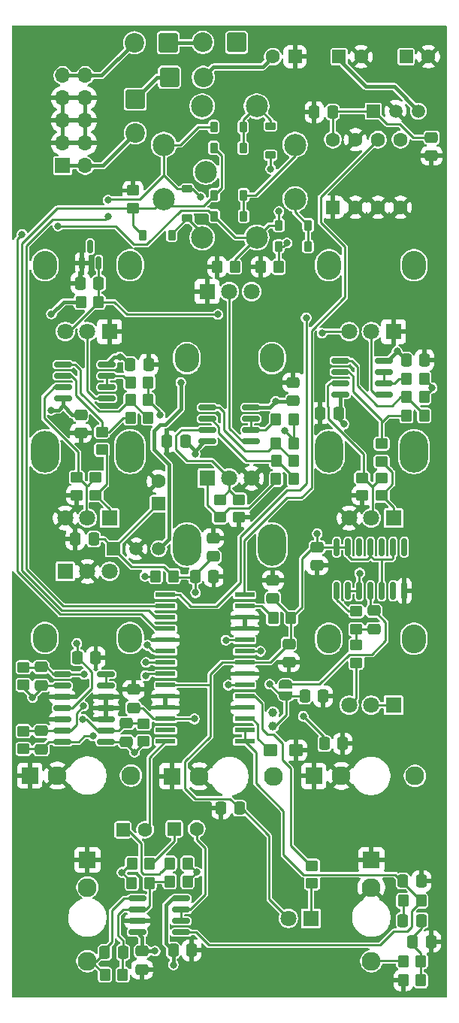
<source format=gbr>
%TF.GenerationSoftware,KiCad,Pcbnew,9.0.6*%
%TF.CreationDate,2025-12-30T09:15:01+01:00*%
%TF.ProjectId,FV1 V3,46563120-5633-42e6-9b69-6361645f7063,rev?*%
%TF.SameCoordinates,Original*%
%TF.FileFunction,Copper,L1,Top*%
%TF.FilePolarity,Positive*%
%FSLAX46Y46*%
G04 Gerber Fmt 4.6, Leading zero omitted, Abs format (unit mm)*
G04 Created by KiCad (PCBNEW 9.0.6) date 2025-12-30 09:15:01*
%MOMM*%
%LPD*%
G01*
G04 APERTURE LIST*
G04 Aperture macros list*
%AMRoundRect*
0 Rectangle with rounded corners*
0 $1 Rounding radius*
0 $2 $3 $4 $5 $6 $7 $8 $9 X,Y pos of 4 corners*
0 Add a 4 corners polygon primitive as box body*
4,1,4,$2,$3,$4,$5,$6,$7,$8,$9,$2,$3,0*
0 Add four circle primitives for the rounded corners*
1,1,$1+$1,$2,$3*
1,1,$1+$1,$4,$5*
1,1,$1+$1,$6,$7*
1,1,$1+$1,$8,$9*
0 Add four rect primitives between the rounded corners*
20,1,$1+$1,$2,$3,$4,$5,0*
20,1,$1+$1,$4,$5,$6,$7,0*
20,1,$1+$1,$6,$7,$8,$9,0*
20,1,$1+$1,$8,$9,$2,$3,0*%
%AMFreePoly0*
4,1,23,0.500000,-0.750000,0.000000,-0.750000,0.000000,-0.745722,-0.065263,-0.745722,-0.191342,-0.711940,-0.304381,-0.646677,-0.396677,-0.554381,-0.461940,-0.441342,-0.495722,-0.315263,-0.495722,-0.250000,-0.500000,-0.250000,-0.500000,0.250000,-0.495722,0.250000,-0.495722,0.315263,-0.461940,0.441342,-0.396677,0.554381,-0.304381,0.646677,-0.191342,0.711940,-0.065263,0.745722,0.000000,0.745722,
0.000000,0.750000,0.500000,0.750000,0.500000,-0.750000,0.500000,-0.750000,$1*%
%AMFreePoly1*
4,1,23,0.000000,0.745722,0.065263,0.745722,0.191342,0.711940,0.304381,0.646677,0.396677,0.554381,0.461940,0.441342,0.495722,0.315263,0.495722,0.250000,0.500000,0.250000,0.500000,-0.250000,0.495722,-0.250000,0.495722,-0.315263,0.461940,-0.441342,0.396677,-0.554381,0.304381,-0.646677,0.191342,-0.711940,0.065263,-0.745722,0.000000,-0.745722,0.000000,-0.750000,-0.500000,-0.750000,
-0.500000,0.750000,0.000000,0.750000,0.000000,0.745722,0.000000,0.745722,$1*%
G04 Aperture macros list end*
%TA.AperFunction,SMDPad,CuDef*%
%ADD10RoundRect,0.250000X0.350000X0.450000X-0.350000X0.450000X-0.350000X-0.450000X0.350000X-0.450000X0*%
%TD*%
%TA.AperFunction,SMDPad,CuDef*%
%ADD11RoundRect,0.250000X0.337500X0.475000X-0.337500X0.475000X-0.337500X-0.475000X0.337500X-0.475000X0*%
%TD*%
%TA.AperFunction,SMDPad,CuDef*%
%ADD12RoundRect,0.225000X-0.225000X-0.375000X0.225000X-0.375000X0.225000X0.375000X-0.225000X0.375000X0*%
%TD*%
%TA.AperFunction,SMDPad,CuDef*%
%ADD13RoundRect,0.150000X-0.825000X-0.150000X0.825000X-0.150000X0.825000X0.150000X-0.825000X0.150000X0*%
%TD*%
%TA.AperFunction,SMDPad,CuDef*%
%ADD14RoundRect,0.250000X-0.337500X-0.475000X0.337500X-0.475000X0.337500X0.475000X-0.337500X0.475000X0*%
%TD*%
%TA.AperFunction,ComponentPad*%
%ADD15RoundRect,0.250000X-0.550000X-0.550000X0.550000X-0.550000X0.550000X0.550000X-0.550000X0.550000X0*%
%TD*%
%TA.AperFunction,ComponentPad*%
%ADD16C,1.600000*%
%TD*%
%TA.AperFunction,ComponentPad*%
%ADD17RoundRect,0.249999X-0.850001X-0.850001X0.850001X-0.850001X0.850001X0.850001X-0.850001X0.850001X0*%
%TD*%
%TA.AperFunction,ComponentPad*%
%ADD18C,2.200000*%
%TD*%
%TA.AperFunction,SMDPad,CuDef*%
%ADD19RoundRect,0.250000X-0.475000X0.337500X-0.475000X-0.337500X0.475000X-0.337500X0.475000X0.337500X0*%
%TD*%
%TA.AperFunction,SMDPad,CuDef*%
%ADD20RoundRect,0.250000X-0.350000X-0.450000X0.350000X-0.450000X0.350000X0.450000X-0.350000X0.450000X0*%
%TD*%
%TA.AperFunction,SMDPad,CuDef*%
%ADD21RoundRect,0.250000X0.450000X-0.350000X0.450000X0.350000X-0.450000X0.350000X-0.450000X-0.350000X0*%
%TD*%
%TA.AperFunction,ComponentPad*%
%ADD22R,1.500000X1.500000*%
%TD*%
%TA.AperFunction,ComponentPad*%
%ADD23C,1.500000*%
%TD*%
%TA.AperFunction,ComponentPad*%
%ADD24C,1.000000*%
%TD*%
%TA.AperFunction,SMDPad,CuDef*%
%ADD25RoundRect,0.250000X0.475000X-0.337500X0.475000X0.337500X-0.475000X0.337500X-0.475000X-0.337500X0*%
%TD*%
%TA.AperFunction,ComponentPad*%
%ADD26RoundRect,0.249999X0.850001X0.850001X-0.850001X0.850001X-0.850001X-0.850001X0.850001X-0.850001X0*%
%TD*%
%TA.AperFunction,SMDPad,CuDef*%
%ADD27RoundRect,0.250000X0.545000X0.445000X-0.545000X0.445000X-0.545000X-0.445000X0.545000X-0.445000X0*%
%TD*%
%TA.AperFunction,SMDPad,CuDef*%
%ADD28RoundRect,0.225000X-0.375000X0.225000X-0.375000X-0.225000X0.375000X-0.225000X0.375000X0.225000X0*%
%TD*%
%TA.AperFunction,ComponentPad*%
%ADD29RoundRect,0.250000X0.550000X-0.550000X0.550000X0.550000X-0.550000X0.550000X-0.550000X-0.550000X0*%
%TD*%
%TA.AperFunction,ComponentPad*%
%ADD30RoundRect,0.250000X0.550000X0.550000X-0.550000X0.550000X-0.550000X-0.550000X0.550000X-0.550000X0*%
%TD*%
%TA.AperFunction,ComponentPad*%
%ADD31R,1.700000X1.700000*%
%TD*%
%TA.AperFunction,ComponentPad*%
%ADD32O,1.700000X1.700000*%
%TD*%
%TA.AperFunction,SMDPad,CuDef*%
%ADD33R,2.200000X0.500000*%
%TD*%
%TA.AperFunction,SMDPad,CuDef*%
%ADD34RoundRect,0.250000X-0.450000X0.350000X-0.450000X-0.350000X0.450000X-0.350000X0.450000X0.350000X0*%
%TD*%
%TA.AperFunction,SMDPad,CuDef*%
%ADD35RoundRect,0.225000X0.375000X-0.225000X0.375000X0.225000X-0.375000X0.225000X-0.375000X-0.225000X0*%
%TD*%
%TA.AperFunction,ComponentPad*%
%ADD36RoundRect,0.249999X-0.850001X0.850001X-0.850001X-0.850001X0.850001X-0.850001X0.850001X0.850001X0*%
%TD*%
%TA.AperFunction,SMDPad,CuDef*%
%ADD37FreePoly0,270.000000*%
%TD*%
%TA.AperFunction,SMDPad,CuDef*%
%ADD38FreePoly1,270.000000*%
%TD*%
%TA.AperFunction,SMDPad,CuDef*%
%ADD39RoundRect,0.150000X0.150000X-0.825000X0.150000X0.825000X-0.150000X0.825000X-0.150000X-0.825000X0*%
%TD*%
%TA.AperFunction,SMDPad,CuDef*%
%ADD40RoundRect,0.150000X0.150000X-0.587500X0.150000X0.587500X-0.150000X0.587500X-0.150000X-0.587500X0*%
%TD*%
%TA.AperFunction,ComponentPad*%
%ADD41O,3.200000X4.700000*%
%TD*%
%TA.AperFunction,ComponentPad*%
%ADD42R,1.800000X1.800000*%
%TD*%
%TA.AperFunction,ComponentPad*%
%ADD43C,1.800000*%
%TD*%
%TA.AperFunction,ComponentPad*%
%ADD44O,2.720000X3.240000*%
%TD*%
%TA.AperFunction,ComponentPad*%
%ADD45R,1.930000X1.830000*%
%TD*%
%TA.AperFunction,ComponentPad*%
%ADD46C,2.130000*%
%TD*%
%TA.AperFunction,ComponentPad*%
%ADD47R,1.830000X1.930000*%
%TD*%
%TA.AperFunction,ComponentPad*%
%ADD48C,2.500000*%
%TD*%
%TA.AperFunction,ViaPad*%
%ADD49C,0.800000*%
%TD*%
%TA.AperFunction,Conductor*%
%ADD50C,0.400000*%
%TD*%
%TA.AperFunction,Conductor*%
%ADD51C,0.250000*%
%TD*%
G04 APERTURE END LIST*
D10*
%TO.P,R23,1*%
%TO.N,Net-(U8C--)*%
X157847500Y-80410000D03*
%TO.P,R23,2*%
%TO.N,Net-(R16-Pad1)*%
X155847500Y-80410000D03*
%TD*%
D11*
%TO.P,C12,1*%
%TO.N,GND*%
X179787500Y-119100000D03*
%TO.P,C12,2*%
%TO.N,/osc/X1*%
X177712500Y-119100000D03*
%TD*%
D12*
%TO.P,D6,1,K*%
%TO.N,Net-(D10-K)*%
X172547500Y-63100000D03*
%TO.P,D6,2,A*%
%TO.N,Net-(D6-A)*%
X175847500Y-63100000D03*
%TD*%
D13*
%TO.P,U3,1*%
%TO.N,Net-(R14-Pad1)*%
X179480000Y-75950000D03*
%TO.P,U3,2,-*%
%TO.N,Net-(U3A--)*%
X179480000Y-77220000D03*
%TO.P,U3,3,+*%
%TO.N,Net-(U3A-+)*%
X179480000Y-78490000D03*
%TO.P,U3,4,V-*%
%TO.N,-12V*%
X179480000Y-79760000D03*
%TO.P,U3,5,+*%
%TO.N,Net-(U3B-+)*%
X184430000Y-79760000D03*
%TO.P,U3,6,-*%
%TO.N,Net-(U3B--)*%
X184430000Y-78490000D03*
%TO.P,U3,7*%
X184430000Y-77220000D03*
%TO.P,U3,8,V+*%
%TO.N,+12V*%
X184430000Y-75950000D03*
%TD*%
D14*
%TO.P,C30,1*%
%TO.N,GND*%
X177212500Y-81890000D03*
%TO.P,C30,2*%
%TO.N,-12V*%
X179287500Y-81890000D03*
%TD*%
D15*
%TO.P,C5,1*%
%TO.N,Net-(C5-Pad1)*%
X160800000Y-128700000D03*
D16*
%TO.P,C5,2*%
%TO.N,Net-(U14B--)*%
X163300000Y-128700000D03*
%TD*%
D17*
%TO.P,D3,1,K*%
%TO.N,/-12V F*%
X160242818Y-44040000D03*
D18*
%TO.P,D3,2,A*%
%TO.N,-12V*%
X164052818Y-44040000D03*
%TD*%
D11*
%TO.P,C25,1*%
%TO.N,VDD*%
X168140000Y-126380000D03*
%TO.P,C25,2*%
%TO.N,GND*%
X166065000Y-126380000D03*
%TD*%
D10*
%TO.P,R53,1*%
%TO.N,Net-(C5-Pad1)*%
X158030000Y-132650000D03*
%TO.P,R53,2*%
%TO.N,Net-(R53-Pad2)*%
X156030000Y-132650000D03*
%TD*%
%TO.P,R19,1*%
%TO.N,Net-(U8A--)*%
X188945000Y-80071666D03*
%TO.P,R19,2*%
%TO.N,Net-(R14-Pad1)*%
X186945000Y-80071666D03*
%TD*%
D19*
%TO.P,C10,1*%
%TO.N,VDD*%
X176900000Y-96962500D03*
%TO.P,C10,2*%
%TO.N,GND*%
X176900000Y-99037500D03*
%TD*%
D20*
%TO.P,R54,1*%
%TO.N,Net-(C23-Pad1)*%
X160290000Y-132590000D03*
%TO.P,R54,2*%
%TO.N,Net-(R54-Pad2)*%
X162290000Y-132590000D03*
%TD*%
D21*
%TO.P,R6,1*%
%TO.N,/cv_in/in2*%
X151930000Y-91100000D03*
%TO.P,R6,2*%
%TO.N,Net-(U12A-+)*%
X151930000Y-89100000D03*
%TD*%
%TO.P,R28,1*%
%TO.N,/pot2_cv*%
X157340000Y-118840000D03*
%TO.P,R28,2*%
%TO.N,Net-(U8C--)*%
X157340000Y-116840000D03*
%TD*%
D10*
%TO.P,R14,1*%
%TO.N,Net-(R14-Pad1)*%
X188945000Y-82145000D03*
%TO.P,R14,2*%
%TO.N,Net-(U3A--)*%
X186945000Y-82145000D03*
%TD*%
D15*
%TO.P,C4,1*%
%TO.N,VDD*%
X186917621Y-41720000D03*
D16*
%TO.P,C4,2*%
%TO.N,GND*%
X189417621Y-41720000D03*
%TD*%
D14*
%TO.P,C13,1*%
%TO.N,/osc/X2*%
X175482500Y-113760000D03*
%TO.P,C13,2*%
%TO.N,GND*%
X177557500Y-113760000D03*
%TD*%
D22*
%TO.P,U7,1,VO*%
%TO.N,VDDA*%
X153960000Y-97160000D03*
D23*
%TO.P,U7,2,GND*%
%TO.N,GND*%
X156500000Y-97160000D03*
%TO.P,U7,3,VI*%
%TO.N,+12V*%
X159040000Y-97160000D03*
%TD*%
D10*
%TO.P,R41,1*%
%TO.N,VDD*%
X173950000Y-104950000D03*
%TO.P,R41,2*%
%TO.N,Net-(U1-T0)*%
X171950000Y-104950000D03*
%TD*%
D24*
%TO.P,Y1,1,1*%
%TO.N,/osc/X2*%
X171900000Y-117100000D03*
%TO.P,Y1,2,2*%
%TO.N,/osc/X1*%
X171900000Y-115600000D03*
%TD*%
D25*
%TO.P,C11,1*%
%TO.N,Net-(C11-Pad1)*%
X183300000Y-106187500D03*
%TO.P,C11,2*%
%TO.N,Net-(C11-Pad2)*%
X183300000Y-104112500D03*
%TD*%
D10*
%TO.P,R16,1*%
%TO.N,Net-(R16-Pad1)*%
X157847500Y-82400000D03*
%TO.P,R16,2*%
%TO.N,Net-(U12A--)*%
X155847500Y-82400000D03*
%TD*%
D13*
%TO.P,U14,1*%
%TO.N,Net-(C32-Pad1)*%
X156615000Y-136545000D03*
%TO.P,U14,2,-*%
%TO.N,Net-(U14A--)*%
X156615000Y-137815000D03*
%TO.P,U14,3,+*%
%TO.N,GND*%
X156615000Y-139085000D03*
%TO.P,U14,4,V-*%
%TO.N,-12V*%
X156615000Y-140355000D03*
%TO.P,U14,5,+*%
%TO.N,Net-(U1-LIN)*%
X161565000Y-140355000D03*
%TO.P,U14,6,-*%
%TO.N,Net-(U14B--)*%
X161565000Y-139085000D03*
%TO.P,U14,7*%
X161565000Y-137815000D03*
%TO.P,U14,8,V+*%
%TO.N,+12V*%
X161565000Y-136545000D03*
%TD*%
D11*
%TO.P,C2,1*%
%TO.N,VDDA*%
X151707500Y-96070000D03*
%TO.P,C2,2*%
%TO.N,GND*%
X149632500Y-96070000D03*
%TD*%
D14*
%TO.P,C29,1*%
%TO.N,+12V*%
X186907500Y-75895000D03*
%TO.P,C29,2*%
%TO.N,GND*%
X188982500Y-75895000D03*
%TD*%
D12*
%TO.P,D9,1,K*%
%TO.N,Net-(D12-K)*%
X165292500Y-59700000D03*
%TO.P,D9,2,A*%
%TO.N,Net-(D8-A)*%
X168592500Y-59700000D03*
%TD*%
D20*
%TO.P,R52,1*%
%TO.N,Net-(U1-REFP)*%
X158690000Y-100240000D03*
%TO.P,R52,2*%
%TO.N,VDDA*%
X160690000Y-100240000D03*
%TD*%
D14*
%TO.P,C32,1*%
%TO.N,Net-(C32-Pad1)*%
X152952500Y-142610000D03*
%TO.P,C32,2*%
%TO.N,Net-(U14A--)*%
X155027500Y-142610000D03*
%TD*%
%TO.P,C20,1*%
%TO.N,Net-(C20-Pad1)*%
X186562500Y-139014000D03*
%TO.P,C20,2*%
%TO.N,Net-(C18-Pad1)*%
X188637500Y-139014000D03*
%TD*%
D10*
%TO.P,R11,1*%
%TO.N,Net-(U11A--)*%
X174250000Y-89300000D03*
%TO.P,R11,2*%
%TO.N,/cv_in/in1*%
X172250000Y-89300000D03*
%TD*%
D26*
%TO.P,FB1,1*%
%TO.N,/+12V F*%
X160100000Y-40150000D03*
D18*
%TO.P,FB1,2*%
%TO.N,/+12V IN*%
X156290000Y-40150000D03*
%TD*%
D27*
%TO.P,C24,1*%
%TO.N,GND*%
X174490000Y-119850000D03*
%TO.P,C24,2*%
%TO.N,Net-(U1-MID)*%
X171610000Y-119850000D03*
%TD*%
D28*
%TO.P,D4,1,K*%
%TO.N,Net-(D10-K)*%
X162240000Y-56622500D03*
%TO.P,D4,2,A*%
%TO.N,Net-(D4-A)*%
X162240000Y-59922500D03*
%TD*%
D21*
%TO.P,R35,1*%
%TO.N,Net-(D1-K)*%
X176320000Y-134850000D03*
%TO.P,R35,2*%
%TO.N,Net-(U1-CLIP)*%
X176320000Y-132850000D03*
%TD*%
D25*
%TO.P,C26,1*%
%TO.N,Net-(U1-REFP)*%
X156200000Y-115087500D03*
%TO.P,C26,2*%
%TO.N,GND*%
X156200000Y-113012500D03*
%TD*%
D19*
%TO.P,C41,1*%
%TO.N,VDD*%
X189780000Y-50825000D03*
%TO.P,C41,2*%
%TO.N,GND*%
X189780000Y-52900000D03*
%TD*%
D12*
%TO.P,D5,1,K*%
%TO.N,Net-(D11-K)*%
X157210000Y-61830000D03*
%TO.P,D5,2,A*%
%TO.N,Net-(D4-A)*%
X160510000Y-61830000D03*
%TD*%
D29*
%TO.P,C1,1*%
%TO.N,VDDA*%
X158980000Y-92050000D03*
D16*
%TO.P,C1,2*%
%TO.N,GND*%
X158980000Y-89550000D03*
%TD*%
D30*
%TO.P,C21,1*%
%TO.N,GND*%
X174390000Y-41720000D03*
D16*
%TO.P,C21,2*%
%TO.N,-12V*%
X171890000Y-41720000D03*
%TD*%
D31*
%TO.P,J2,1,Pin_1*%
%TO.N,/-12V IN*%
X148210000Y-54000000D03*
D32*
%TO.P,J2,2,Pin_2*%
X150750000Y-54000000D03*
%TO.P,J2,3,Pin_3*%
%TO.N,GND*%
X148210000Y-51460000D03*
%TO.P,J2,4,Pin_4*%
X150750000Y-51460000D03*
%TO.P,J2,5,Pin_5*%
X148210000Y-48920000D03*
%TO.P,J2,6,Pin_6*%
X150750000Y-48920000D03*
%TO.P,J2,7,Pin_7*%
X148210000Y-46380000D03*
%TO.P,J2,8,Pin_8*%
X150750000Y-46380000D03*
%TO.P,J2,9,Pin_9*%
%TO.N,/+12V IN*%
X148210000Y-43840000D03*
%TO.P,J2,10,Pin_10*%
X150750000Y-43840000D03*
%TD*%
D10*
%TO.P,R15,1*%
%TO.N,Net-(R15-Pad1)*%
X174270000Y-87280000D03*
%TO.P,R15,2*%
%TO.N,Net-(U11A--)*%
X172270000Y-87280000D03*
%TD*%
D14*
%TO.P,C34,1*%
%TO.N,+12V*%
X160662500Y-142380000D03*
%TO.P,C34,2*%
%TO.N,GND*%
X162737500Y-142380000D03*
%TD*%
D20*
%TO.P,R48,1*%
%TO.N,GND*%
X186590000Y-145780000D03*
%TO.P,R48,2*%
%TO.N,Net-(C18-Pad1)*%
X188590000Y-145780000D03*
%TD*%
D11*
%TO.P,C3,1*%
%TO.N,VDD*%
X178647500Y-47960000D03*
%TO.P,C3,2*%
%TO.N,GND*%
X176572500Y-47960000D03*
%TD*%
D33*
%TO.P,U1,1,LIN*%
%TO.N,Net-(U1-LIN)*%
X168720000Y-118860000D03*
%TO.P,U1,2,RIN*%
X168720000Y-117590000D03*
%TO.P,U1,3,MID*%
%TO.N,Net-(U1-MID)*%
X168720000Y-116320000D03*
%TO.P,U1,4,GND*%
%TO.N,GND*%
X168720000Y-115050000D03*
%TO.P,U1,5,CLIP*%
%TO.N,Net-(U1-CLIP)*%
X168720000Y-113780000D03*
%TO.P,U1,6,AVDD*%
%TO.N,VDDA*%
X168720000Y-112510000D03*
%TO.P,U1,7,GND*%
%TO.N,GND*%
X168720000Y-111240000D03*
%TO.P,U1,8,DVDD*%
%TO.N,VDD*%
X168720000Y-109970000D03*
%TO.P,U1,9,X2*%
%TO.N,/osc/X2*%
X168720000Y-108700000D03*
%TO.P,U1,10,X1*%
%TO.N,/osc/X1*%
X168720000Y-107430000D03*
%TO.P,U1,11,GND*%
%TO.N,GND*%
X168720000Y-106160000D03*
%TO.P,U1,12,T1*%
X168720000Y-104890000D03*
%TO.P,U1,13,T0*%
%TO.N,Net-(U1-T0)*%
X168720000Y-103620000D03*
%TO.P,U1,14,SCK*%
%TO.N,Net-(U1-SCK)*%
X168720000Y-102350000D03*
%TO.P,U1,15,SDA*%
%TO.N,Net-(U1-SDA)*%
X159800000Y-102350000D03*
%TO.P,U1,16,S0*%
%TO.N,Net-(D10-K)*%
X159800000Y-103620000D03*
%TO.P,U1,17,S1*%
%TO.N,Net-(D11-K)*%
X159800000Y-104890000D03*
%TO.P,U1,18,S2*%
%TO.N,Net-(D12-K)*%
X159800000Y-106160000D03*
%TO.P,U1,19,GND*%
%TO.N,GND*%
X159800000Y-107430000D03*
%TO.P,U1,20,POT0*%
%TO.N,/pot0_cv*%
X159800000Y-108700000D03*
%TO.P,U1,21,POT1*%
%TO.N,/pot1_cv*%
X159800000Y-109970000D03*
%TO.P,U1,22,POT2*%
%TO.N,/pot2_cv*%
X159800000Y-111240000D03*
%TO.P,U1,23,DVDD*%
%TO.N,VDD*%
X159800000Y-112510000D03*
%TO.P,U1,24,GND*%
%TO.N,GND*%
X159800000Y-113780000D03*
%TO.P,U1,25,REFN*%
X159800000Y-115050000D03*
%TO.P,U1,26,REFP*%
%TO.N,Net-(U1-REFP)*%
X159800000Y-116320000D03*
%TO.P,U1,27,ROUT*%
%TO.N,unconnected-(U1-ROUT-Pad27)*%
X159800000Y-117590000D03*
%TO.P,U1,28,LOUT*%
%TO.N,Net-(U1-LOUT)*%
X159800000Y-118860000D03*
%TD*%
D34*
%TO.P,R3,1*%
%TO.N,Net-(U3A-+)*%
X181950000Y-89150000D03*
%TO.P,R3,2*%
%TO.N,GND*%
X181950000Y-91150000D03*
%TD*%
D13*
%TO.P,U11,1*%
%TO.N,Net-(R15-Pad1)*%
X164495000Y-81245000D03*
%TO.P,U11,2,-*%
%TO.N,Net-(U11A--)*%
X164495000Y-82515000D03*
%TO.P,U11,3,+*%
%TO.N,Net-(U11A-+)*%
X164495000Y-83785000D03*
%TO.P,U11,4,V-*%
%TO.N,-12V*%
X164495000Y-85055000D03*
%TO.P,U11,5,+*%
%TO.N,Net-(U11B-+)*%
X169445000Y-85055000D03*
%TO.P,U11,6,-*%
%TO.N,Net-(U11B--)*%
X169445000Y-83785000D03*
%TO.P,U11,7*%
X169445000Y-82515000D03*
%TO.P,U11,8,V+*%
%TO.N,+12V*%
X169445000Y-81245000D03*
%TD*%
D15*
%TO.P,C19,1*%
%TO.N,+12V*%
X179360000Y-41720000D03*
D16*
%TO.P,C19,2*%
%TO.N,GND*%
X181860000Y-41720000D03*
%TD*%
D19*
%TO.P,C16,1*%
%TO.N,VDD*%
X173700000Y-107862500D03*
%TO.P,C16,2*%
%TO.N,GND*%
X173700000Y-109937500D03*
%TD*%
D10*
%TO.P,R58,1*%
%TO.N,Net-(R54-Pad2)*%
X162270000Y-134610000D03*
%TO.P,R58,2*%
%TO.N,Net-(U14A--)*%
X160270000Y-134610000D03*
%TD*%
D25*
%TO.P,C9,1*%
%TO.N,/pot2_cv*%
X155360000Y-118877500D03*
%TO.P,C9,2*%
%TO.N,Net-(U8C--)*%
X155360000Y-116802500D03*
%TD*%
D21*
%TO.P,R27,1*%
%TO.N,/pot1_cv*%
X143790000Y-119700000D03*
%TO.P,R27,2*%
%TO.N,Net-(U8B--)*%
X143790000Y-117700000D03*
%TD*%
D12*
%TO.P,D8,1,K*%
%TO.N,Net-(D11-K)*%
X165292500Y-57320000D03*
%TO.P,D8,2,A*%
%TO.N,Net-(D8-A)*%
X168592500Y-57320000D03*
%TD*%
D21*
%TO.P,R2,1*%
%TO.N,/cv_in/in0*%
X184150000Y-91150000D03*
%TO.P,R2,2*%
%TO.N,Net-(U3A-+)*%
X184150000Y-89150000D03*
%TD*%
D10*
%TO.P,R18,1*%
%TO.N,Net-(U8A--)*%
X188945000Y-77998333D03*
%TO.P,R18,2*%
%TO.N,Net-(U3B--)*%
X186945000Y-77998333D03*
%TD*%
D25*
%TO.P,C35,1*%
%TO.N,GND*%
X157150000Y-144547500D03*
%TO.P,C35,2*%
%TO.N,-12V*%
X157150000Y-142472500D03*
%TD*%
D12*
%TO.P,D10,1,K*%
%TO.N,Net-(D10-K)*%
X165247500Y-49640000D03*
%TO.P,D10,2,A*%
%TO.N,Net-(D10-A)*%
X168547500Y-49640000D03*
%TD*%
D14*
%TO.P,C22,1*%
%TO.N,Net-(U1-LIN)*%
X186562500Y-134586000D03*
%TO.P,C22,2*%
%TO.N,GND*%
X188637500Y-134586000D03*
%TD*%
D25*
%TO.P,C27,1*%
%TO.N,+12V*%
X174200000Y-80487500D03*
%TO.P,C27,2*%
%TO.N,GND*%
X174200000Y-78412500D03*
%TD*%
D20*
%TO.P,R46,1*%
%TO.N,Net-(J1-PadT)*%
X186590000Y-143596000D03*
%TO.P,R46,2*%
%TO.N,Net-(C18-Pad1)*%
X188590000Y-143596000D03*
%TD*%
D14*
%TO.P,C28,1*%
%TO.N,GND*%
X159972500Y-85040000D03*
%TO.P,C28,2*%
%TO.N,-12V*%
X162047500Y-85040000D03*
%TD*%
D20*
%TO.P,R38,1*%
%TO.N,GND*%
X165610000Y-65380000D03*
%TO.P,R38,2*%
%TO.N,Net-(D12-K)*%
X167610000Y-65380000D03*
%TD*%
D21*
%TO.P,R44,1*%
%TO.N,Net-(R44-Pad1)*%
X181300000Y-110000000D03*
%TO.P,R44,2*%
%TO.N,Net-(C11-Pad1)*%
X181300000Y-108000000D03*
%TD*%
D14*
%TO.P,C15,1*%
%TO.N,VDDA*%
X163152500Y-100240000D03*
%TO.P,C15,2*%
%TO.N,GND*%
X165227500Y-100240000D03*
%TD*%
%TO.P,C18,1*%
%TO.N,Net-(C18-Pad1)*%
X187662500Y-141400000D03*
%TO.P,C18,2*%
%TO.N,GND*%
X189737500Y-141400000D03*
%TD*%
D34*
%TO.P,R39,1*%
%TO.N,GND*%
X156130000Y-56800000D03*
%TO.P,R39,2*%
%TO.N,Net-(D11-K)*%
X156130000Y-58800000D03*
%TD*%
D35*
%TO.P,D12,1,K*%
%TO.N,Net-(D12-K)*%
X171620000Y-52820000D03*
%TO.P,D12,2,A*%
%TO.N,Net-(D10-A)*%
X171620000Y-49520000D03*
%TD*%
D36*
%TO.P,FB2,1*%
%TO.N,/-12V F*%
X156390000Y-46522818D03*
D18*
%TO.P,FB2,2*%
%TO.N,/-12V IN*%
X156390000Y-50332818D03*
%TD*%
D21*
%TO.P,R42,1*%
%TO.N,Net-(C11-Pad1)*%
X181300000Y-106200000D03*
%TO.P,R42,2*%
%TO.N,Net-(R42-Pad2)*%
X181300000Y-104200000D03*
%TD*%
D12*
%TO.P,D7,1,K*%
%TO.N,Net-(D12-K)*%
X172560000Y-60710000D03*
%TO.P,D7,2,A*%
%TO.N,Net-(D6-A)*%
X175860000Y-60710000D03*
%TD*%
D15*
%TO.P,C23,1*%
%TO.N,Net-(C23-Pad1)*%
X155000000Y-128800000D03*
D16*
%TO.P,C23,2*%
%TO.N,Net-(U1-LOUT)*%
X157500000Y-128800000D03*
%TD*%
D37*
%TO.P,JP5,1,1*%
%TO.N,Net-(C11-Pad2)*%
X173350000Y-112400000D03*
D38*
%TO.P,JP5,2,2*%
%TO.N,/osc/X2*%
X173350000Y-113700000D03*
%TD*%
D34*
%TO.P,R26,1*%
%TO.N,/pot0_cv*%
X143800000Y-110500000D03*
%TO.P,R26,2*%
%TO.N,Net-(U8A--)*%
X143800000Y-112500000D03*
%TD*%
D39*
%TO.P,U4,1*%
%TO.N,Net-(R42-Pad2)*%
X179100000Y-101900000D03*
%TO.P,U4,2*%
%TO.N,Net-(RV4-Pad1)*%
X180370000Y-101900000D03*
%TO.P,U4,3*%
X181640000Y-101900000D03*
%TO.P,U4,4*%
%TO.N,Net-(C11-Pad2)*%
X182910000Y-101900000D03*
%TO.P,U4,5*%
%TO.N,VDD*%
X184180000Y-101900000D03*
%TO.P,U4,6*%
%TO.N,unconnected-(U4-Pad6)*%
X185450000Y-101900000D03*
%TO.P,U4,7,VSS*%
%TO.N,GND*%
X186720000Y-101900000D03*
%TO.P,U4,8*%
%TO.N,unconnected-(U4-Pad8)*%
X186720000Y-96950000D03*
%TO.P,U4,9*%
%TO.N,VDD*%
X185450000Y-96950000D03*
%TO.P,U4,10*%
%TO.N,unconnected-(U4-Pad10)*%
X184180000Y-96950000D03*
%TO.P,U4,11*%
%TO.N,VDD*%
X182910000Y-96950000D03*
%TO.P,U4,12*%
%TO.N,unconnected-(U4-Pad12)*%
X181640000Y-96950000D03*
%TO.P,U4,13*%
%TO.N,VDD*%
X180370000Y-96950000D03*
%TO.P,U4,14,VDD*%
X179100000Y-96950000D03*
%TD*%
D21*
%TO.P,R4,1*%
%TO.N,/cv_in/in1*%
X165920000Y-93620000D03*
%TO.P,R4,2*%
%TO.N,Net-(U11A-+)*%
X165920000Y-91620000D03*
%TD*%
D10*
%TO.P,R22,1*%
%TO.N,Net-(U8C--)*%
X157847500Y-78420000D03*
%TO.P,R22,2*%
%TO.N,Net-(U12B--)*%
X155847500Y-78420000D03*
%TD*%
D19*
%TO.P,C7,1*%
%TO.N,/pot0_cv*%
X145790000Y-110462500D03*
%TO.P,C7,2*%
%TO.N,Net-(U8A--)*%
X145790000Y-112537500D03*
%TD*%
D13*
%TO.P,U8,1*%
%TO.N,/pot0_cv*%
X148155000Y-111280000D03*
%TO.P,U8,2,-*%
%TO.N,Net-(U8A--)*%
X148155000Y-112550000D03*
%TO.P,U8,3,+*%
%TO.N,GND*%
X148155000Y-113820000D03*
%TO.P,U8,4,V+*%
%TO.N,VDDA*%
X148155000Y-115090000D03*
%TO.P,U8,5,+*%
%TO.N,GND*%
X148155000Y-116360000D03*
%TO.P,U8,6,-*%
%TO.N,Net-(U8B--)*%
X148155000Y-117630000D03*
%TO.P,U8,7*%
%TO.N,/pot1_cv*%
X148155000Y-118900000D03*
%TO.P,U8,8*%
%TO.N,/pot2_cv*%
X153105000Y-118900000D03*
%TO.P,U8,9,-*%
%TO.N,Net-(U8C--)*%
X153105000Y-117630000D03*
%TO.P,U8,10,+*%
%TO.N,GND*%
X153105000Y-116360000D03*
%TO.P,U8,11,V-*%
X153105000Y-115090000D03*
%TO.P,U8,12,+*%
X153105000Y-113820000D03*
%TO.P,U8,13,-*%
%TO.N,Net-(U8D--)*%
X153105000Y-112550000D03*
%TO.P,U8,14*%
X153105000Y-111280000D03*
%TD*%
D40*
%TO.P,U6,1,K*%
%TO.N,GND*%
X150370000Y-64985000D03*
%TO.P,U6,2,A*%
%TO.N,-10V*%
X152270000Y-64985000D03*
%TO.P,U6,3*%
%TO.N,N/C*%
X151320000Y-63110000D03*
%TD*%
D11*
%TO.P,C6,1*%
%TO.N,-10V*%
X152267500Y-67225000D03*
%TO.P,C6,2*%
%TO.N,GND*%
X150192500Y-67225000D03*
%TD*%
D12*
%TO.P,D11,1,K*%
%TO.N,Net-(D11-K)*%
X165247500Y-51980000D03*
%TO.P,D11,2,A*%
%TO.N,Net-(D10-A)*%
X168547500Y-51980000D03*
%TD*%
D26*
%TO.P,D2,1,K*%
%TO.N,+12V*%
X167820000Y-40110000D03*
D18*
%TO.P,D2,2,A*%
%TO.N,/+12V F*%
X164010000Y-40110000D03*
%TD*%
D10*
%TO.P,R21,1*%
%TO.N,Net-(U8B--)*%
X174250000Y-85260000D03*
%TO.P,R21,2*%
%TO.N,Net-(R15-Pad1)*%
X172250000Y-85260000D03*
%TD*%
D34*
%TO.P,R10,1*%
%TO.N,Net-(U3A--)*%
X184150000Y-85320000D03*
%TO.P,R10,2*%
%TO.N,/cv_in/in0*%
X184150000Y-87320000D03*
%TD*%
D25*
%TO.P,C14,1*%
%TO.N,VDDA*%
X165170000Y-98027500D03*
%TO.P,C14,2*%
%TO.N,GND*%
X165170000Y-95952500D03*
%TD*%
%TO.P,C8,1*%
%TO.N,/pot1_cv*%
X145800000Y-119737500D03*
%TO.P,C8,2*%
%TO.N,Net-(U8B--)*%
X145800000Y-117662500D03*
%TD*%
D14*
%TO.P,C40,1*%
%TO.N,VDDA*%
X149862500Y-109400000D03*
%TO.P,C40,2*%
%TO.N,GND*%
X151937500Y-109400000D03*
%TD*%
D10*
%TO.P,R20,1*%
%TO.N,Net-(U8B--)*%
X174250000Y-82580000D03*
%TO.P,R20,2*%
%TO.N,Net-(U11B--)*%
X172250000Y-82580000D03*
%TD*%
D34*
%TO.P,R7,1*%
%TO.N,Net-(U12A-+)*%
X149800000Y-89100000D03*
%TO.P,R7,2*%
%TO.N,GND*%
X149800000Y-91100000D03*
%TD*%
%TO.P,R5,1*%
%TO.N,Net-(U11A-+)*%
X168100000Y-91622500D03*
%TO.P,R5,2*%
%TO.N,GND*%
X168100000Y-93622500D03*
%TD*%
D25*
%TO.P,C17,1*%
%TO.N,VDD*%
X171900000Y-102750000D03*
%TO.P,C17,2*%
%TO.N,GND*%
X171900000Y-100675000D03*
%TD*%
D14*
%TO.P,C38,1*%
%TO.N,+12V*%
X155810000Y-76400000D03*
%TO.P,C38,2*%
%TO.N,GND*%
X157885000Y-76400000D03*
%TD*%
D20*
%TO.P,R50,1*%
%TO.N,Net-(C20-Pad1)*%
X186600000Y-136800000D03*
%TO.P,R50,2*%
%TO.N,Net-(U1-LIN)*%
X188600000Y-136800000D03*
%TD*%
D22*
%TO.P,U9,1,VO*%
%TO.N,VDD*%
X183200000Y-47850000D03*
D23*
%TO.P,U9,2,GND*%
%TO.N,GND*%
X185740000Y-47850000D03*
%TO.P,U9,3,VI*%
%TO.N,+12V*%
X188280000Y-47850000D03*
%TD*%
D20*
%TO.P,R1,1*%
%TO.N,-12V*%
X150250000Y-69345000D03*
%TO.P,R1,2*%
%TO.N,-10V*%
X152250000Y-69345000D03*
%TD*%
D29*
%TO.P,U2,1,A0*%
%TO.N,GND*%
X178660000Y-58690000D03*
D16*
%TO.P,U2,2,A1*%
X181200000Y-58690000D03*
%TO.P,U2,3,A2*%
X183740000Y-58690000D03*
%TO.P,U2,4,GND*%
X186280000Y-58690000D03*
%TO.P,U2,5,SDA*%
%TO.N,Net-(U1-SDA)*%
X186280000Y-51070000D03*
%TO.P,U2,6,SCL*%
%TO.N,Net-(U1-SCK)*%
X183740000Y-51070000D03*
%TO.P,U2,7,WP*%
%TO.N,GND*%
X181200000Y-51070000D03*
%TO.P,U2,8,VCC*%
%TO.N,VDD*%
X178660000Y-51070000D03*
%TD*%
D13*
%TO.P,U12,1*%
%TO.N,Net-(R16-Pad1)*%
X148245000Y-76395000D03*
%TO.P,U12,2,-*%
%TO.N,Net-(U12A--)*%
X148245000Y-77665000D03*
%TO.P,U12,3,+*%
%TO.N,Net-(U12A-+)*%
X148245000Y-78935000D03*
%TO.P,U12,4,V-*%
%TO.N,-12V*%
X148245000Y-80205000D03*
%TO.P,U12,5,+*%
%TO.N,Net-(U12B-+)*%
X153195000Y-80205000D03*
%TO.P,U12,6,-*%
%TO.N,Net-(U12B--)*%
X153195000Y-78935000D03*
%TO.P,U12,7*%
X153195000Y-77665000D03*
%TO.P,U12,8,V+*%
%TO.N,+12V*%
X153195000Y-76395000D03*
%TD*%
D10*
%TO.P,R62,1*%
%TO.N,Net-(U14A--)*%
X154960000Y-145130000D03*
%TO.P,R62,2*%
%TO.N,Net-(C32-Pad1)*%
X152960000Y-145130000D03*
%TD*%
D34*
%TO.P,R12,1*%
%TO.N,Net-(U12A--)*%
X152630000Y-83980000D03*
%TO.P,R12,2*%
%TO.N,/cv_in/in2*%
X152630000Y-85980000D03*
%TD*%
D25*
%TO.P,C39,1*%
%TO.N,GND*%
X150250000Y-84137500D03*
%TO.P,C39,2*%
%TO.N,-12V*%
X150250000Y-82062500D03*
%TD*%
D20*
%TO.P,R40,1*%
%TO.N,GND*%
X170550000Y-65390000D03*
%TO.P,R40,2*%
%TO.N,Net-(D10-K)*%
X172550000Y-65390000D03*
%TD*%
%TO.P,R57,1*%
%TO.N,Net-(R53-Pad2)*%
X156000000Y-134800000D03*
%TO.P,R57,2*%
%TO.N,Net-(U14A--)*%
X158000000Y-134800000D03*
%TD*%
D41*
%TO.P,RV1,*%
%TO.N,*%
X178200000Y-86200000D03*
X187800000Y-86200000D03*
D42*
%TO.P,RV1,1,1*%
%TO.N,/cv_in/in0*%
X185500000Y-93700000D03*
D43*
%TO.P,RV1,2,2*%
%TO.N,Net-(U3A-+)*%
X183000000Y-93700000D03*
%TO.P,RV1,3,3*%
%TO.N,GND*%
X180500000Y-93700000D03*
%TD*%
D41*
%TO.P,RV2,*%
%TO.N,*%
X171800000Y-96700000D03*
X162200000Y-96700000D03*
D42*
%TO.P,RV2,1,1*%
%TO.N,/cv_in/in1*%
X164500000Y-89200000D03*
D43*
%TO.P,RV2,2,2*%
%TO.N,Net-(U11A-+)*%
X167000000Y-89200000D03*
%TO.P,RV2,3,3*%
%TO.N,GND*%
X169500000Y-89200000D03*
%TD*%
D44*
%TO.P,RV6,*%
%TO.N,*%
X171800000Y-75680000D03*
X162200000Y-75680000D03*
D42*
%TO.P,RV6,1,1*%
%TO.N,GND*%
X164500000Y-68180000D03*
D43*
%TO.P,RV6,2,2*%
%TO.N,Net-(U11B-+)*%
X167000000Y-68180000D03*
%TO.P,RV6,3,3*%
%TO.N,-10V*%
X169500000Y-68180000D03*
%TD*%
D44*
%TO.P,RV7,*%
%TO.N,*%
X146200000Y-65200000D03*
X155800000Y-65200000D03*
D42*
%TO.P,RV7,1,1*%
%TO.N,GND*%
X153500000Y-72700000D03*
D43*
%TO.P,RV7,2,2*%
%TO.N,Net-(U12B-+)*%
X151000000Y-72700000D03*
%TO.P,RV7,3,3*%
%TO.N,-10V*%
X148500000Y-72700000D03*
%TD*%
D45*
%TO.P,J1,S*%
%TO.N,GND*%
X183000000Y-132200000D03*
D46*
%TO.P,J1,T*%
%TO.N,Net-(J1-PadT)*%
X183000000Y-143600000D03*
%TO.P,J1,TN*%
%TO.N,GND*%
X183000000Y-135300000D03*
%TD*%
D45*
%TO.P,J3,S*%
%TO.N,GND*%
X151000000Y-132200000D03*
D46*
%TO.P,J3,T*%
%TO.N,Net-(C32-Pad1)*%
X151000000Y-143600000D03*
%TO.P,J3,TN*%
%TO.N,unconnected-(J3-PadTN)*%
X151000000Y-135300000D03*
%TD*%
D47*
%TO.P,J5,S*%
%TO.N,GND*%
X160520000Y-122760000D03*
D46*
%TO.P,J5,T*%
%TO.N,/cv_in/in1*%
X171920000Y-122760000D03*
%TO.P,J5,TN*%
%TO.N,GND*%
X163620000Y-122760000D03*
%TD*%
D44*
%TO.P,RV9,*%
%TO.N,*%
X155800000Y-107200000D03*
X146200000Y-107200000D03*
D42*
%TO.P,RV9,1,1*%
%TO.N,Net-(R53-Pad2)*%
X148500000Y-99700000D03*
D43*
%TO.P,RV9,2,2*%
%TO.N,GND*%
X151000000Y-99700000D03*
%TO.P,RV9,3,3*%
%TO.N,Net-(R54-Pad2)*%
X153500000Y-99700000D03*
%TD*%
D41*
%TO.P,RV3,*%
%TO.N,*%
X146200000Y-86200000D03*
X155800000Y-86200000D03*
D42*
%TO.P,RV3,1,1*%
%TO.N,/cv_in/in2*%
X153500000Y-93700000D03*
D43*
%TO.P,RV3,2,2*%
%TO.N,Net-(U12A-+)*%
X151000000Y-93700000D03*
%TO.P,RV3,3,3*%
%TO.N,GND*%
X148500000Y-93700000D03*
%TD*%
D44*
%TO.P,RV5,*%
%TO.N,*%
X178200000Y-65200000D03*
X187800000Y-65200000D03*
D42*
%TO.P,RV5,1,1*%
%TO.N,GND*%
X185500000Y-72700000D03*
D43*
%TO.P,RV5,2,2*%
%TO.N,Net-(U3B-+)*%
X183000000Y-72700000D03*
%TO.P,RV5,3,3*%
%TO.N,-10V*%
X180500000Y-72700000D03*
%TD*%
D48*
%TO.P,SW1,1*%
%TO.N,unconnected-(SW1-Pad1)*%
X163939000Y-47309000D03*
%TO.P,SW1,2*%
%TO.N,Net-(D10-K)*%
X159609000Y-51639000D03*
%TO.P,SW1,3*%
%TO.N,Net-(D11-K)*%
X159609000Y-57761000D03*
%TO.P,SW1,4*%
%TO.N,Net-(D4-A)*%
X163939000Y-62091000D03*
%TO.P,SW1,5*%
%TO.N,Net-(D12-K)*%
X170061000Y-62091000D03*
%TO.P,SW1,6*%
%TO.N,Net-(D6-A)*%
X174391000Y-57761000D03*
%TO.P,SW1,7*%
%TO.N,Net-(D8-A)*%
X174391000Y-51639000D03*
%TO.P,SW1,8*%
%TO.N,Net-(D10-A)*%
X170061000Y-47309000D03*
%TO.P,SW1,9*%
%TO.N,VDD*%
X164350000Y-54700000D03*
%TD*%
D47*
%TO.P,J6,S*%
%TO.N,GND*%
X144510000Y-122700000D03*
D46*
%TO.P,J6,T*%
%TO.N,/cv_in/in2*%
X155910000Y-122700000D03*
%TO.P,J6,TN*%
%TO.N,GND*%
X147610000Y-122700000D03*
%TD*%
D44*
%TO.P,RV4,*%
%TO.N,*%
X178190000Y-107280000D03*
X187790000Y-107280000D03*
D42*
%TO.P,RV4,1,1*%
%TO.N,Net-(RV4-Pad1)*%
X185490000Y-114780000D03*
D43*
%TO.P,RV4,2,2*%
X182990000Y-114780000D03*
%TO.P,RV4,3,3*%
%TO.N,Net-(R44-Pad1)*%
X180490000Y-114780000D03*
%TD*%
D42*
%TO.P,D1,1,K*%
%TO.N,Net-(D1-K)*%
X176175000Y-138770000D03*
D43*
%TO.P,D1,2,A*%
%TO.N,VDD*%
X173635000Y-138770000D03*
%TD*%
D47*
%TO.P,J4,S*%
%TO.N,GND*%
X176510000Y-122740000D03*
D46*
%TO.P,J4,T*%
%TO.N,/cv_in/in0*%
X187910000Y-122740000D03*
%TO.P,J4,TN*%
%TO.N,GND*%
X179610000Y-122740000D03*
%TD*%
D49*
%TO.N,GND*%
X146100000Y-115100000D03*
X167240000Y-100210000D03*
X158860000Y-136540000D03*
X158840000Y-138460000D03*
X143400000Y-115100000D03*
X154350000Y-125600000D03*
X162450000Y-107440000D03*
X164550000Y-142700000D03*
X190770000Y-147120000D03*
X175700000Y-110250000D03*
X166450000Y-105500000D03*
X162450000Y-118420000D03*
X165250000Y-136300000D03*
X143150000Y-38830000D03*
X143190000Y-146980000D03*
X167240000Y-95900000D03*
X163450000Y-138400000D03*
X169770000Y-99500000D03*
X166050000Y-140850000D03*
X166050000Y-115080000D03*
X158840000Y-140360000D03*
X162460000Y-114410000D03*
X190850000Y-38800000D03*
%TO.N,+12V*%
X172212500Y-80550000D03*
X161530000Y-78420000D03*
X185890000Y-74900000D03*
X154660000Y-75560000D03*
X160690000Y-144010000D03*
%TO.N,-12V*%
X146940000Y-70710000D03*
X146900000Y-81530000D03*
X163120000Y-86455500D03*
X179909000Y-83100000D03*
X158620000Y-142470000D03*
%TO.N,VDDA*%
X166880000Y-112510000D03*
X149800000Y-107800000D03*
X163180000Y-102090000D03*
%TO.N,VDD*%
X176900000Y-95450000D03*
%TO.N,-10V*%
X165700000Y-70760000D03*
X177440000Y-72860000D03*
%TO.N,/pot0_cv*%
X150620000Y-111290000D03*
X157770000Y-108020000D03*
%TO.N,Net-(U8A--)*%
X144800000Y-113900000D03*
X189840000Y-79030000D03*
%TO.N,/pot1_cv*%
X151600000Y-118250000D03*
X157600000Y-109950000D03*
%TO.N,Net-(U8B--)*%
X150545000Y-114867760D03*
X173250000Y-83850000D03*
%TO.N,/pot2_cv*%
X157555000Y-111455000D03*
X156310000Y-120070000D03*
%TO.N,Net-(U8C--)*%
X159200000Y-82100000D03*
X150494337Y-116364337D03*
%TO.N,/osc/X2*%
X170500000Y-108700000D03*
X171550000Y-112400000D03*
%TO.N,/osc/X1*%
X166600000Y-107450000D03*
X175325000Y-116025000D03*
%TO.N,Net-(U1-REFP)*%
X163060000Y-116320000D03*
X157450000Y-100240000D03*
%TO.N,Net-(RV4-Pad1)*%
X181700000Y-99900000D03*
%TO.N,Net-(D10-K)*%
X163770000Y-57550000D03*
X153320000Y-57890000D03*
X173490000Y-62700000D03*
X153320000Y-59680000D03*
%TO.N,Net-(R53-Pad2)*%
X154890000Y-133600000D03*
%TO.N,Net-(R54-Pad2)*%
X163290000Y-133590000D03*
%TO.N,Net-(D12-K)*%
X147680000Y-60800000D03*
X143640000Y-61730000D03*
X172580000Y-59170000D03*
X171640000Y-54350000D03*
%TO.N,Net-(U1-SDA)*%
X175650000Y-71150000D03*
%TD*%
D50*
%TO.N,+12V*%
X160590000Y-136545000D02*
X161565000Y-136545000D01*
X185595000Y-45080000D02*
X188260000Y-47745000D01*
X185890000Y-74900000D02*
X185912500Y-74900000D01*
X153195000Y-76395000D02*
X154030000Y-75560000D01*
X160662500Y-142380000D02*
X159840000Y-141557500D01*
X159090000Y-97170000D02*
X160200000Y-96060000D01*
X160662500Y-142380000D02*
X160662500Y-143982500D01*
X158500000Y-83880000D02*
X159200000Y-83180000D01*
X172212500Y-80550000D02*
X171532500Y-81230000D01*
X160662500Y-143982500D02*
X160690000Y-144010000D01*
X159200000Y-83180000D02*
X159770661Y-83180000D01*
X172212500Y-80550000D02*
X174137500Y-80550000D01*
X159840000Y-137295000D02*
X160590000Y-136545000D01*
X154970000Y-75560000D02*
X155810000Y-76400000D01*
X182390000Y-45080000D02*
X185595000Y-45080000D01*
X154030000Y-75560000D02*
X154970000Y-75560000D01*
X185912500Y-74900000D02*
X186907500Y-75895000D01*
X184840000Y-75950000D02*
X185890000Y-74900000D01*
X179360000Y-42050000D02*
X182390000Y-45080000D01*
X160200000Y-96060000D02*
X160200000Y-87640000D01*
X171532500Y-81230000D02*
X169460000Y-81230000D01*
X160200000Y-87640000D02*
X158500000Y-85940000D01*
X159770661Y-83180000D02*
X161530000Y-81420661D01*
X161530000Y-81420661D02*
X161530000Y-78420000D01*
X159840000Y-141557500D02*
X159840000Y-137295000D01*
X158500000Y-85940000D02*
X158500000Y-83880000D01*
%TO.N,/+12V F*%
X160100000Y-40150000D02*
X163970000Y-40150000D01*
%TO.N,/-12V F*%
X160242818Y-44040000D02*
X158872818Y-44040000D01*
X158872818Y-44040000D02*
X156390000Y-46522818D01*
%TO.N,-12V*%
X163120000Y-86112500D02*
X162047500Y-85040000D01*
X150250000Y-82062500D02*
X149292500Y-82062500D01*
X170740000Y-42870000D02*
X165222818Y-42870000D01*
X157150000Y-142472500D02*
X157150000Y-140890000D01*
X157150000Y-140890000D02*
X156615000Y-140355000D01*
X171890000Y-41720000D02*
X170740000Y-42870000D01*
X147730000Y-81530000D02*
X146900000Y-81530000D01*
X157150000Y-142472500D02*
X158617500Y-142472500D01*
X179287500Y-82478500D02*
X179287500Y-81890000D01*
X148245000Y-81015000D02*
X147730000Y-81530000D01*
X148245000Y-80205000D02*
X148245000Y-81015000D01*
X163120000Y-86455500D02*
X163120000Y-86112500D01*
X163120000Y-86112500D02*
X164177500Y-85055000D01*
X149292500Y-82062500D02*
X148245000Y-81015000D01*
X150250000Y-69345000D02*
X148305000Y-69345000D01*
X158617500Y-142472500D02*
X158620000Y-142470000D01*
X165222818Y-42870000D02*
X164052818Y-44040000D01*
X179480000Y-79760000D02*
X179480000Y-81882500D01*
X148305000Y-69345000D02*
X146940000Y-70710000D01*
X179909000Y-83100000D02*
X179287500Y-82478500D01*
%TO.N,/+12V IN*%
X150750000Y-43840000D02*
X152600000Y-43840000D01*
X148210000Y-43840000D02*
X150750000Y-43840000D01*
X152600000Y-43840000D02*
X156290000Y-40150000D01*
%TO.N,/-12V IN*%
X148210000Y-54000000D02*
X150750000Y-54000000D01*
X152722818Y-54000000D02*
X156390000Y-50332818D01*
X150750000Y-54000000D02*
X152722818Y-54000000D01*
D51*
%TO.N,Net-(R16-Pad1)*%
X150200000Y-79600000D02*
X150200000Y-77000000D01*
X150200000Y-77000000D02*
X149595000Y-76395000D01*
X155790000Y-80420000D02*
X154520000Y-81690000D01*
X154520000Y-81690000D02*
X152290000Y-81690000D01*
X149595000Y-76395000D02*
X148245000Y-76395000D01*
X152290000Y-81690000D02*
X150200000Y-79600000D01*
X157770000Y-82400000D02*
X155790000Y-80420000D01*
%TO.N,VDDA*%
X159639000Y-99189000D02*
X160690000Y-100240000D01*
X149272190Y-115090000D02*
X151510000Y-112852190D01*
X151510000Y-111022500D02*
X149847500Y-109360000D01*
X163152500Y-102062500D02*
X163152500Y-100240000D01*
X168720000Y-112510000D02*
X166880000Y-112510000D01*
X153960000Y-97160000D02*
X155989000Y-99189000D01*
X155989000Y-99189000D02*
X159639000Y-99189000D01*
X163180000Y-102090000D02*
X163152500Y-102062500D01*
X151707500Y-96070000D02*
X152870000Y-96070000D01*
X153960000Y-97070000D02*
X158980000Y-92050000D01*
X160520000Y-100320000D02*
X163072500Y-100320000D01*
X148155000Y-115090000D02*
X149272190Y-115090000D01*
X151510000Y-112852190D02*
X151510000Y-111022500D01*
X149847500Y-109360000D02*
X149847500Y-107847500D01*
X149847500Y-107847500D02*
X149800000Y-107800000D01*
X152870000Y-96070000D02*
X153960000Y-97160000D01*
X163152500Y-100045000D02*
X165170000Y-98027500D01*
%TO.N,VDD*%
X173950000Y-107612500D02*
X173950000Y-104950000D01*
X187705000Y-50825000D02*
X189780000Y-50825000D01*
X176900000Y-96962500D02*
X179087500Y-96962500D01*
X173950000Y-104950000D02*
X175150000Y-103750000D01*
X171490000Y-129500000D02*
X171490000Y-136625000D01*
X186180000Y-49300000D02*
X187705000Y-50825000D01*
X184180000Y-98380000D02*
X184150000Y-98350000D01*
X167985000Y-109970000D02*
X166180000Y-109970000D01*
X176900000Y-95450000D02*
X176900000Y-96590000D01*
X180795001Y-98350000D02*
X182550000Y-98350000D01*
X168720000Y-109970000D02*
X171592500Y-109970000D01*
X179100000Y-96950000D02*
X180370000Y-96950000D01*
X164852500Y-112620000D02*
X164852500Y-113102500D01*
X183270000Y-98350000D02*
X182910000Y-97990000D01*
X185450000Y-98200000D02*
X185300000Y-98350000D01*
X183300000Y-47850000D02*
X184750000Y-49300000D01*
X185300000Y-98350000D02*
X184150000Y-98350000D01*
X171592500Y-109970000D02*
X173950000Y-107612500D01*
X164852500Y-111297500D02*
X164852500Y-113102500D01*
X164742500Y-112510000D02*
X164852500Y-112620000D01*
X182550000Y-98350000D02*
X182910000Y-97990000D01*
X171490000Y-136625000D02*
X173635000Y-138770000D01*
X159800000Y-112510000D02*
X164742500Y-112510000D01*
X161990000Y-124130000D02*
X163160000Y-125300000D01*
X161990000Y-121140000D02*
X161990000Y-124130000D01*
X183200000Y-47850000D02*
X178757500Y-47850000D01*
X175150000Y-103750000D02*
X175150000Y-98250000D01*
X164852500Y-113102500D02*
X164852500Y-118277500D01*
X164852500Y-118277500D02*
X161990000Y-121140000D01*
X178670000Y-48332500D02*
X178670000Y-50495000D01*
X184150000Y-98350000D02*
X183270000Y-98350000D01*
X180370000Y-97924999D02*
X180795001Y-98350000D01*
X184750000Y-49300000D02*
X186180000Y-49300000D01*
X180370000Y-96950000D02*
X180370000Y-97924999D01*
X175150000Y-98250000D02*
X176437500Y-96962500D01*
X173950000Y-104800000D02*
X171870000Y-102720000D01*
X163160000Y-125300000D02*
X167060000Y-125300000D01*
X168370000Y-126380000D02*
X171490000Y-129500000D01*
X182910000Y-97990000D02*
X182910000Y-96950000D01*
X167060000Y-125300000D02*
X168140000Y-126380000D01*
X166180000Y-109970000D02*
X164852500Y-111297500D01*
X185450000Y-96950000D02*
X185450000Y-98200000D01*
X184180000Y-101900000D02*
X184180000Y-98380000D01*
%TO.N,-10V*%
X165700000Y-70760000D02*
X155440000Y-70760000D01*
X148900000Y-72700000D02*
X152250000Y-69350000D01*
X152270000Y-64985000D02*
X152270000Y-67222500D01*
X152267500Y-67225000D02*
X152267500Y-69327500D01*
X180500000Y-72700000D02*
X177600000Y-72700000D01*
X154025000Y-69345000D02*
X152250000Y-69345000D01*
X152250000Y-69350000D02*
X152250000Y-69345000D01*
X155440000Y-70760000D02*
X154025000Y-69345000D01*
X177600000Y-72700000D02*
X177440000Y-72860000D01*
X148500000Y-72700000D02*
X148900000Y-72700000D01*
%TO.N,/pot0_cv*%
X147180000Y-111280000D02*
X146362500Y-110462500D01*
X157770000Y-108020000D02*
X158450000Y-108700000D01*
X158450000Y-108700000D02*
X159800000Y-108700000D01*
X145752500Y-110500000D02*
X145790000Y-110462500D01*
X148155000Y-111280000D02*
X147180000Y-111280000D01*
X146362500Y-110462500D02*
X145790000Y-110462500D01*
X143800000Y-110500000D02*
X145752500Y-110500000D01*
X150610000Y-111280000D02*
X148155000Y-111280000D01*
X150620000Y-111290000D02*
X150610000Y-111280000D01*
%TO.N,Net-(U8A--)*%
X144800000Y-113900000D02*
X144800000Y-113800000D01*
X143800000Y-112800000D02*
X143800000Y-112500000D01*
X144800000Y-113900000D02*
X145790000Y-112910000D01*
X189800000Y-78853333D02*
X189800000Y-79216666D01*
X145790000Y-112910000D02*
X145790000Y-112537500D01*
X188945000Y-77998333D02*
X189800000Y-78853333D01*
X145802500Y-112550000D02*
X148155000Y-112550000D01*
X144800000Y-113800000D02*
X143800000Y-112800000D01*
X189800000Y-79216666D02*
X188945000Y-80071666D01*
X145790000Y-112537500D02*
X145802500Y-112550000D01*
%TO.N,/pot1_cv*%
X146637500Y-118900000D02*
X145800000Y-119737500D01*
X150000000Y-118900000D02*
X148155000Y-118900000D01*
X158440000Y-109950000D02*
X158460000Y-109970000D01*
X158460000Y-109970000D02*
X159800000Y-109970000D01*
X150650000Y-118250000D02*
X150000000Y-118900000D01*
X145762500Y-119700000D02*
X145800000Y-119737500D01*
X151600000Y-118250000D02*
X150650000Y-118250000D01*
X143790000Y-119700000D02*
X145762500Y-119700000D01*
X157600000Y-109950000D02*
X158440000Y-109950000D01*
X148155000Y-118900000D02*
X146637500Y-118900000D01*
%TO.N,Net-(U8B--)*%
X149768337Y-115644423D02*
X149768337Y-116991662D01*
X149129999Y-117630000D02*
X148155000Y-117630000D01*
X174250000Y-85260000D02*
X174250000Y-83260000D01*
X143860000Y-117630000D02*
X148155000Y-117630000D01*
X149768337Y-116991662D02*
X149129999Y-117630000D01*
X143790000Y-117700000D02*
X143860000Y-117630000D01*
X150545000Y-114867760D02*
X149768337Y-115644423D01*
X173250000Y-83850000D02*
X174250000Y-84850000D01*
%TO.N,/pot2_cv*%
X157770000Y-111240000D02*
X159800000Y-111240000D01*
X156310000Y-120070000D02*
X157340000Y-119040000D01*
X156310000Y-120070000D02*
X155360000Y-119120000D01*
X157555000Y-111455000D02*
X157770000Y-111240000D01*
X155360000Y-118877500D02*
X153127500Y-118877500D01*
%TO.N,Net-(U8C--)*%
X154532500Y-117630000D02*
X155360000Y-116802500D01*
X153105000Y-117630000D02*
X154532500Y-117630000D01*
X152130001Y-117630000D02*
X150864338Y-116364337D01*
X159200000Y-81762500D02*
X157847500Y-80410000D01*
X155360000Y-116802500D02*
X157302500Y-116802500D01*
X159200000Y-82100000D02*
X159200000Y-81762500D01*
X153105000Y-117630000D02*
X152130001Y-117630000D01*
X157847500Y-78420000D02*
X157847500Y-80410000D01*
X150864338Y-116364337D02*
X150494337Y-116364337D01*
%TO.N,Net-(C11-Pad1)*%
X181300000Y-106200000D02*
X183287500Y-106200000D01*
X181300000Y-106200000D02*
X181300000Y-108000000D01*
%TO.N,Net-(C11-Pad2)*%
X184600000Y-105412500D02*
X184600000Y-107500000D01*
X177150000Y-112400000D02*
X173350000Y-112400000D01*
X183300000Y-104112500D02*
X184600000Y-105412500D01*
X180500000Y-109050000D02*
X177150000Y-112400000D01*
X183050000Y-109050000D02*
X180500000Y-109050000D01*
X182910000Y-101900000D02*
X182910000Y-103722500D01*
X184600000Y-107500000D02*
X183050000Y-109050000D01*
%TO.N,/osc/X2*%
X172850000Y-113700000D02*
X171550000Y-112400000D01*
X173400000Y-115840000D02*
X173400000Y-113800000D01*
X171890000Y-117350000D02*
X173400000Y-115840000D01*
X168720000Y-108700000D02*
X170500000Y-108700000D01*
X175482500Y-113760000D02*
X173440000Y-113760000D01*
%TO.N,/osc/X1*%
X177597500Y-118297500D02*
X177597500Y-119410000D01*
X166620000Y-107430000D02*
X166600000Y-107450000D01*
X175325000Y-116025000D02*
X177597500Y-118297500D01*
X168720000Y-107430000D02*
X166620000Y-107430000D01*
%TO.N,Net-(C18-Pad1)*%
X187662500Y-140887500D02*
X188637500Y-139912500D01*
X188590000Y-143596000D02*
X188590000Y-142690000D01*
X188590000Y-142690000D02*
X187662500Y-141762500D01*
X188637500Y-139912500D02*
X188637500Y-139014000D01*
X188590000Y-143596000D02*
X188590000Y-145780000D01*
%TO.N,Net-(C20-Pad1)*%
X186590000Y-136924000D02*
X186590000Y-139100500D01*
%TO.N,Net-(U1-LIN)*%
X184002500Y-141800000D02*
X185542500Y-140260000D01*
X173100000Y-131610000D02*
X173100000Y-126680000D01*
X163205000Y-140355000D02*
X164650000Y-141800000D01*
X188590000Y-136747500D02*
X185692500Y-133850000D01*
X169990000Y-120130000D02*
X168720000Y-118860000D01*
X185542500Y-140260000D02*
X187012500Y-140260000D01*
X173100000Y-126680000D02*
X169990000Y-123570000D01*
X175340000Y-133850000D02*
X173100000Y-131610000D01*
X187012500Y-140260000D02*
X187550000Y-139722500D01*
X161565000Y-140355000D02*
X163205000Y-140355000D01*
X168720000Y-117590000D02*
X168720000Y-118860000D01*
X187550000Y-139722500D02*
X187550000Y-137964000D01*
X164650000Y-141800000D02*
X184002500Y-141800000D01*
X185692500Y-133850000D02*
X175340000Y-133850000D01*
X187550000Y-137964000D02*
X188590000Y-136924000D01*
X169990000Y-123570000D02*
X169990000Y-120130000D01*
%TO.N,Net-(U1-MID)*%
X170179748Y-118529748D02*
X170179748Y-116944085D01*
X170179748Y-116944085D02*
X169555663Y-116320000D01*
X171080000Y-119430000D02*
X170179748Y-118529748D01*
%TO.N,Net-(U1-REFP)*%
X163060000Y-116320000D02*
X159800000Y-116320000D01*
X159800000Y-116320000D02*
X158441514Y-116320000D01*
X158690000Y-100240000D02*
X157450000Y-100240000D01*
X158441514Y-116320000D02*
X157209014Y-115087500D01*
X157209014Y-115087500D02*
X156200000Y-115087500D01*
%TO.N,Net-(C5-Pad1)*%
X160800000Y-130080000D02*
X160800000Y-128700000D01*
X158230000Y-132650000D02*
X160800000Y-130080000D01*
%TO.N,Net-(U1-LOUT)*%
X158010000Y-120650000D02*
X159800000Y-118860000D01*
X157500000Y-128800000D02*
X158010000Y-128290000D01*
X158010000Y-128290000D02*
X158010000Y-120650000D01*
%TO.N,Net-(C23-Pad1)*%
X157050000Y-130320000D02*
X155530000Y-128800000D01*
X159106333Y-133764695D02*
X157282556Y-133764695D01*
X157282556Y-133764695D02*
X157050000Y-133532139D01*
X160290000Y-132590000D02*
X159305000Y-133575000D01*
X159296028Y-133575000D02*
X159106333Y-133764695D01*
X155530000Y-128800000D02*
X155000000Y-128800000D01*
X159305000Y-133575000D02*
X159296028Y-133575000D01*
X157050000Y-133532139D02*
X157050000Y-130320000D01*
%TO.N,Net-(U14B--)*%
X161565000Y-137815000D02*
X161565000Y-139085000D01*
X164250000Y-130850000D02*
X164250000Y-136110000D01*
X163300000Y-128700000D02*
X163300000Y-129900000D01*
X163300000Y-129900000D02*
X164250000Y-130850000D01*
X164250000Y-136110000D02*
X162545000Y-137815000D01*
X162545000Y-137815000D02*
X161565000Y-137815000D01*
%TO.N,Net-(C32-Pad1)*%
X152990000Y-142572500D02*
X151962500Y-143600000D01*
X156615000Y-136545000D02*
X155105000Y-136545000D01*
X153750000Y-141450000D02*
X152990000Y-142210000D01*
X153750000Y-137900000D02*
X153750000Y-141450000D01*
X151430000Y-143600000D02*
X152960000Y-145130000D01*
X155105000Y-136545000D02*
X153750000Y-137900000D01*
%TO.N,Net-(U14A--)*%
X158030000Y-137375000D02*
X157590000Y-137815000D01*
X154450000Y-138372810D02*
X155007810Y-137815000D01*
X157590000Y-137815000D02*
X156615000Y-137815000D01*
X160270000Y-134610000D02*
X158060000Y-134610000D01*
X154450000Y-140750000D02*
X154450000Y-138372810D01*
X155007810Y-137815000D02*
X156615000Y-137815000D01*
X154990000Y-142610000D02*
X154990000Y-141290000D01*
X154960000Y-145130000D02*
X154960000Y-142677500D01*
X154990000Y-141290000D02*
X154450000Y-140750000D01*
X158030000Y-134640000D02*
X158030000Y-137375000D01*
%TO.N,Net-(D1-K)*%
X176175000Y-134995000D02*
X176175000Y-138770000D01*
%TO.N,Net-(R42-Pad2)*%
X179100000Y-101900000D02*
X179100000Y-102874999D01*
X180425001Y-104200000D02*
X181300000Y-104200000D01*
X179100000Y-102874999D02*
X180425001Y-104200000D01*
%TO.N,/cv_in/in0*%
X185500000Y-93700000D02*
X185500000Y-92500000D01*
X185045000Y-88215000D02*
X184150000Y-87320000D01*
X185350000Y-89890000D02*
X185350000Y-88500000D01*
X184120000Y-91120000D02*
X185350000Y-89890000D01*
X185350000Y-88500000D02*
X185065000Y-88215000D01*
X185065000Y-88215000D02*
X185045000Y-88215000D01*
X185500000Y-92500000D02*
X184120000Y-91120000D01*
%TO.N,Net-(U3A--)*%
X184905000Y-82145000D02*
X184150000Y-82900000D01*
X184150000Y-82900000D02*
X184150000Y-82700000D01*
X184150000Y-85320000D02*
X184150000Y-82900000D01*
X180420000Y-77220000D02*
X179480000Y-77220000D01*
X186945000Y-82145000D02*
X184905000Y-82145000D01*
X184150000Y-82700000D02*
X180900000Y-79450000D01*
X180900000Y-77700000D02*
X180420000Y-77220000D01*
X180900000Y-79450000D02*
X180900000Y-77700000D01*
%TO.N,/cv_in/in1*%
X172250000Y-89530000D02*
X169170000Y-92610000D01*
X165920000Y-93620000D02*
X164500000Y-92200000D01*
X164500000Y-92200000D02*
X164500000Y-89200000D01*
X169170000Y-92610000D02*
X166930000Y-92610000D01*
X166930000Y-92610000D02*
X165920000Y-93620000D01*
%TO.N,Net-(U11A--)*%
X168920660Y-87260000D02*
X165796000Y-84135340D01*
X165796000Y-84135340D02*
X165796000Y-83396000D01*
X168920660Y-87260000D02*
X172250000Y-87260000D01*
X165796000Y-83396000D02*
X164915000Y-82515000D01*
X172660000Y-87510000D02*
X174155000Y-89005000D01*
X164915000Y-82515000D02*
X164495000Y-82515000D01*
%TO.N,/cv_in/in2*%
X153500000Y-93700000D02*
X153500000Y-92670000D01*
X152855000Y-86205000D02*
X153128492Y-86478492D01*
X153128492Y-89901508D02*
X151930000Y-91100000D01*
X153128492Y-86478492D02*
X153128492Y-89901508D01*
X153500000Y-92670000D02*
X151930000Y-91100000D01*
%TO.N,Net-(U12A--)*%
X149700000Y-78145001D02*
X149700000Y-79878486D01*
X155780000Y-82400000D02*
X155010000Y-82400000D01*
X149219999Y-77665000D02*
X149700000Y-78145001D01*
X152630000Y-82808486D02*
X152630000Y-83980000D01*
X153430000Y-83980000D02*
X152630000Y-83980000D01*
X148245000Y-77665000D02*
X149219999Y-77665000D01*
X149700000Y-79878486D02*
X152630000Y-82808486D01*
X155010000Y-82400000D02*
X153430000Y-83980000D01*
%TO.N,Net-(R44-Pad1)*%
X181300000Y-113970000D02*
X180490000Y-114780000D01*
X181300000Y-110000000D02*
X181300000Y-113970000D01*
%TO.N,Net-(U3A-+)*%
X183035000Y-90075000D02*
X183035000Y-90205000D01*
X178100000Y-81143486D02*
X178126000Y-81169486D01*
X183035000Y-90205000D02*
X184120000Y-89120000D01*
X179480000Y-78490000D02*
X178410000Y-78490000D01*
X178126000Y-81169486D02*
X178126000Y-82526000D01*
X178410000Y-78490000D02*
X178100000Y-78800000D01*
X183100000Y-93600000D02*
X183100000Y-90270000D01*
X182110000Y-89150000D02*
X183035000Y-90075000D01*
X183100000Y-90270000D02*
X183035000Y-90205000D01*
X182110000Y-86510000D02*
X182110000Y-89150000D01*
X178100000Y-78800000D02*
X178100000Y-81143486D01*
X178126000Y-82526000D02*
X182110000Y-86510000D01*
%TO.N,Net-(U11A-+)*%
X160990000Y-84400000D02*
X160990000Y-85980000D01*
X165920000Y-91620000D02*
X167000000Y-90540000D01*
X168082500Y-91622500D02*
X167000000Y-90540000D01*
X167000000Y-90540000D02*
X167000000Y-89200000D01*
X164495000Y-83785000D02*
X161605000Y-83785000D01*
X161605000Y-83785000D02*
X160990000Y-84400000D01*
X165050000Y-87250000D02*
X167000000Y-89200000D01*
X162140000Y-87130000D02*
X162140000Y-87140000D01*
X162250000Y-87250000D02*
X165050000Y-87250000D01*
X162140000Y-87140000D02*
X162250000Y-87250000D01*
X160990000Y-85980000D02*
X162140000Y-87130000D01*
%TO.N,Net-(U12A-+)*%
X147270001Y-78935000D02*
X146100000Y-80105001D01*
X150850000Y-90020000D02*
X149920000Y-89090000D01*
X151010000Y-90020000D02*
X150850000Y-90020000D01*
X149920000Y-86220000D02*
X146100000Y-82400000D01*
X149920000Y-89090000D02*
X149920000Y-86220000D01*
X151930000Y-89100000D02*
X151010000Y-90020000D01*
X146100000Y-80105001D02*
X146100000Y-82400000D01*
X150850000Y-93550000D02*
X150850000Y-90020000D01*
X148245000Y-78935000D02*
X147270001Y-78935000D01*
%TO.N,Net-(RV4-Pad1)*%
X181640000Y-99960000D02*
X181700000Y-99900000D01*
X181640000Y-101900000D02*
X180370000Y-101900000D01*
X181640000Y-101900000D02*
X181640000Y-99960000D01*
X185490000Y-114780000D02*
X182990000Y-114780000D01*
%TO.N,Net-(R14-Pad1)*%
X181410000Y-76620000D02*
X180740000Y-75950000D01*
X188945000Y-82071666D02*
X186945000Y-80071666D01*
X186945000Y-80071666D02*
X186298334Y-80071666D01*
X180740000Y-75950000D02*
X179480000Y-75950000D01*
X186298334Y-80071666D02*
X185320000Y-81050000D01*
X181410000Y-78780000D02*
X181410000Y-76620000D01*
X185320000Y-81050000D02*
X183680000Y-81050000D01*
X183680000Y-81050000D02*
X181410000Y-78780000D01*
%TO.N,Net-(R15-Pad1)*%
X168720000Y-86130000D02*
X166350000Y-83760000D01*
X174250000Y-87260000D02*
X172250000Y-85260000D01*
X171380000Y-86130000D02*
X168720000Y-86130000D01*
X172250000Y-85260000D02*
X171380000Y-86130000D01*
X166350000Y-81720000D02*
X165870000Y-81240000D01*
X165870000Y-81240000D02*
X165865000Y-81245000D01*
X166350000Y-83760000D02*
X166350000Y-81720000D01*
X165865000Y-81245000D02*
X164495000Y-81245000D01*
%TO.N,Net-(U3B-+)*%
X183455001Y-79760000D02*
X183000000Y-79304999D01*
X183000000Y-79304999D02*
X183000000Y-72700000D01*
X184430000Y-79760000D02*
X183455001Y-79760000D01*
%TO.N,Net-(U11B-+)*%
X167000000Y-83584999D02*
X167000000Y-68670000D01*
X168470001Y-85055000D02*
X167000000Y-83584999D01*
X169445000Y-85055000D02*
X168470001Y-85055000D01*
%TO.N,Net-(U12B-+)*%
X151805000Y-80205000D02*
X151000000Y-79400000D01*
X151000000Y-79400000D02*
X151000000Y-72700000D01*
X153195000Y-80205000D02*
X151805000Y-80205000D01*
%TO.N,Net-(U1-CLIP)*%
X173900000Y-130550000D02*
X173900000Y-121900000D01*
X172950000Y-120950000D02*
X172950000Y-119050000D01*
X176200000Y-132850000D02*
X173900000Y-130550000D01*
X170650000Y-114610000D02*
X169820000Y-113780000D01*
X170650000Y-117475985D02*
X170650000Y-114610000D01*
X173900000Y-121900000D02*
X172950000Y-120950000D01*
X171268877Y-118094862D02*
X170650000Y-117475985D01*
X171994862Y-118094862D02*
X171268877Y-118094862D01*
X172950000Y-119050000D02*
X171994862Y-118094862D01*
X169820000Y-113780000D02*
X168720000Y-113780000D01*
%TO.N,Net-(D10-K)*%
X161471000Y-51639000D02*
X163470000Y-49640000D01*
X163470000Y-49640000D02*
X165247500Y-49640000D01*
X162240000Y-56622500D02*
X162842500Y-56622500D01*
X159609000Y-55101000D02*
X156910000Y-57800000D01*
X153320000Y-59730000D02*
X153320000Y-59680000D01*
X162842500Y-56622500D02*
X163770000Y-57550000D01*
X159609000Y-51639000D02*
X161471000Y-51639000D01*
X172550000Y-65390000D02*
X172550000Y-63102500D01*
X148270000Y-103620000D02*
X144100000Y-99450000D01*
X147090000Y-60050000D02*
X153000000Y-60050000D01*
X159800000Y-103620000D02*
X148270000Y-103620000D01*
X153370000Y-59680000D02*
X153320000Y-59730000D01*
X159609000Y-51639000D02*
X159609000Y-55101000D01*
X173090000Y-63100000D02*
X173490000Y-62700000D01*
X144100000Y-99450000D02*
X144100000Y-63040000D01*
X172547500Y-63100000D02*
X173090000Y-63100000D01*
X153410000Y-57800000D02*
X153320000Y-57890000D01*
X153000000Y-60050000D02*
X153320000Y-59730000D01*
X161130500Y-56622500D02*
X159609000Y-55101000D01*
X162240000Y-56622500D02*
X161130500Y-56622500D01*
X144100000Y-63040000D02*
X147090000Y-60050000D01*
X153320000Y-59680000D02*
X153370000Y-59680000D01*
X156910000Y-57800000D02*
X153410000Y-57800000D01*
%TO.N,Net-(D4-A)*%
X160510000Y-61652500D02*
X162240000Y-59922500D01*
X163939000Y-61621500D02*
X162240000Y-59922500D01*
%TO.N,Net-(D11-K)*%
X156130000Y-58800000D02*
X156130000Y-60750000D01*
X164112500Y-58500000D02*
X165292500Y-57320000D01*
X166150000Y-56462500D02*
X165292500Y-57320000D01*
X159800000Y-104890000D02*
X158700000Y-104890000D01*
X158570000Y-58800000D02*
X156130000Y-58800000D01*
X157881000Y-104071000D02*
X148083190Y-104071000D01*
X156130000Y-60750000D02*
X157210000Y-61830000D01*
X158700000Y-104890000D02*
X157881000Y-104071000D01*
X160348000Y-58500000D02*
X164112500Y-58500000D01*
X147600000Y-58800000D02*
X156130000Y-58800000D01*
X148083190Y-104071000D02*
X143600000Y-99587810D01*
X159609000Y-57761000D02*
X158570000Y-58800000D01*
X143600000Y-99587810D02*
X143600000Y-62800000D01*
X143600000Y-62800000D02*
X147600000Y-58800000D01*
X165247500Y-51980000D02*
X166150000Y-52882500D01*
X166150000Y-52882500D02*
X166150000Y-56462500D01*
%TO.N,Net-(U1-T0)*%
X171950000Y-104950000D02*
X170610000Y-103610000D01*
X170610000Y-103610000D02*
X168730000Y-103610000D01*
%TO.N,Net-(J1-PadT)*%
X186590000Y-143552500D02*
X183047500Y-143552500D01*
%TO.N,Net-(R53-Pad2)*%
X154890000Y-133600000D02*
X155840000Y-132650000D01*
X155930000Y-134640000D02*
X154890000Y-133600000D01*
%TO.N,Net-(R54-Pad2)*%
X162290000Y-132590000D02*
X163290000Y-133590000D01*
X163290000Y-133590000D02*
X162270000Y-134610000D01*
%TO.N,Net-(D6-A)*%
X175860000Y-60710000D02*
X175860000Y-63087500D01*
X174391000Y-57761000D02*
X174391000Y-59241000D01*
X174391000Y-59241000D02*
X175860000Y-60710000D01*
%TO.N,Net-(D12-K)*%
X164632500Y-59040000D02*
X161520000Y-59040000D01*
X143640000Y-61730000D02*
X143070000Y-62300000D01*
X165292500Y-59700000D02*
X164632500Y-59040000D01*
X171620000Y-54330000D02*
X171620000Y-52820000D01*
X167610000Y-64542000D02*
X170061000Y-62091000D01*
X147896380Y-104522000D02*
X157062000Y-104522000D01*
X172560000Y-59190000D02*
X172560000Y-60710000D01*
X157062000Y-104522000D02*
X158700000Y-106160000D01*
X167610000Y-65380000D02*
X167610000Y-64542000D01*
X171640000Y-54350000D02*
X171620000Y-54330000D01*
X157670000Y-62890000D02*
X156246396Y-62890000D01*
X170061000Y-62091000D02*
X171442000Y-60710000D01*
X143070000Y-62300000D02*
X143070000Y-99695620D01*
X172580000Y-59170000D02*
X172560000Y-59190000D01*
X156246396Y-62890000D02*
X154156396Y-60800000D01*
X161520000Y-59040000D02*
X157670000Y-62890000D01*
X143070000Y-99695620D02*
X147896380Y-104522000D01*
X171442000Y-60710000D02*
X172560000Y-60710000D01*
X167683500Y-62091000D02*
X170061000Y-62091000D01*
X154156396Y-60800000D02*
X147680000Y-60800000D01*
X165292500Y-59700000D02*
X167683500Y-62091000D01*
X158700000Y-106160000D02*
X159800000Y-106160000D01*
%TO.N,Net-(U3B--)*%
X186945000Y-77998333D02*
X186101667Y-77998333D01*
X185610000Y-78490000D02*
X184430000Y-78490000D01*
X184430000Y-78490000D02*
X184430000Y-77220000D01*
X186101667Y-77998333D02*
X185610000Y-78490000D01*
%TO.N,Net-(U11B--)*%
X171045000Y-83785000D02*
X172250000Y-82580000D01*
X169445000Y-83785000D02*
X171045000Y-83785000D01*
X169445000Y-82515000D02*
X169445000Y-83785000D01*
%TO.N,Net-(U12B--)*%
X155820000Y-78430000D02*
X155055000Y-77665000D01*
X153195000Y-78935000D02*
X153195000Y-77665000D01*
X155055000Y-77665000D02*
X153195000Y-77665000D01*
%TO.N,Net-(D8-A)*%
X168592500Y-59700000D02*
X168592500Y-57320000D01*
X174391000Y-52889000D02*
X174391000Y-51639000D01*
X168592500Y-57320000D02*
X169960000Y-57320000D01*
X169960000Y-57320000D02*
X174391000Y-52889000D01*
%TO.N,Net-(D10-A)*%
X171620000Y-49520000D02*
X171620000Y-48868000D01*
X171620000Y-48868000D02*
X170061000Y-47309000D01*
X168547500Y-48822500D02*
X170061000Y-47309000D01*
X168547500Y-49640000D02*
X168547500Y-48822500D01*
X168547500Y-51980000D02*
X168547500Y-49640000D01*
%TO.N,Net-(U1-SDA)*%
X175650000Y-89820000D02*
X175650000Y-71150000D01*
X168250000Y-100940000D02*
X168250000Y-95781834D01*
X159800000Y-102350000D02*
X161400000Y-102350000D01*
X161400000Y-102350000D02*
X162680000Y-103630000D01*
X165560000Y-103630000D02*
X168250000Y-100940000D01*
X174935000Y-90535000D02*
X175650000Y-89820000D01*
X162680000Y-103630000D02*
X165560000Y-103630000D01*
X173496834Y-90535000D02*
X174935000Y-90535000D01*
X168250000Y-95781834D02*
X173496834Y-90535000D01*
%TO.N,Net-(U1-SCK)*%
X177300000Y-60420000D02*
X180000000Y-63120000D01*
X177300000Y-57510000D02*
X177300000Y-60420000D01*
X183740000Y-51070000D02*
X177300000Y-57510000D01*
X176250000Y-72550000D02*
X176250000Y-90250000D01*
X176250000Y-90250000D02*
X175100000Y-91400000D01*
X168700000Y-96176209D02*
X168700000Y-102330000D01*
X180000000Y-68800000D02*
X176250000Y-72550000D01*
X175100000Y-91400000D02*
X173476209Y-91400000D01*
X173476209Y-91400000D02*
X168700000Y-96176209D01*
X180000000Y-63120000D02*
X180000000Y-68800000D01*
%TO.N,Net-(U8D--)*%
X153105000Y-112550000D02*
X153105000Y-111280000D01*
%TD*%
%TA.AperFunction,Conductor*%
%TO.N,GND*%
G36*
X164889193Y-123675640D02*
G01*
X164946182Y-123671155D01*
X164946373Y-123673586D01*
X164982531Y-123670477D01*
X165044329Y-123703077D01*
X165065305Y-123730010D01*
X165199751Y-123962880D01*
X165247801Y-124025500D01*
X165356818Y-124167573D01*
X165372169Y-124187578D01*
X165572421Y-124387830D01*
X165572425Y-124387833D01*
X165572427Y-124387835D01*
X165718922Y-124500245D01*
X165797119Y-124560248D01*
X166042381Y-124701849D01*
X166042382Y-124701849D01*
X166042385Y-124701851D01*
X166124680Y-124735939D01*
X166179083Y-124779780D01*
X166201148Y-124846074D01*
X166183869Y-124913773D01*
X166132732Y-124961384D01*
X166077227Y-124974500D01*
X163346189Y-124974500D01*
X163279150Y-124954815D01*
X163258508Y-124938181D01*
X162520855Y-124200528D01*
X162487370Y-124139205D01*
X162492354Y-124069513D01*
X162534226Y-124013580D01*
X162599690Y-123989163D01*
X162667963Y-124004015D01*
X162681422Y-124012529D01*
X162799760Y-124098507D01*
X163019244Y-124210339D01*
X163253527Y-124286464D01*
X163496833Y-124325000D01*
X163743167Y-124325000D01*
X163986472Y-124286464D01*
X164220755Y-124210339D01*
X164440231Y-124098511D01*
X164440237Y-124098507D01*
X164535639Y-124029193D01*
X164535640Y-124029193D01*
X163913409Y-123406963D01*
X163956311Y-123389193D01*
X164072598Y-123311493D01*
X164171493Y-123212598D01*
X164249193Y-123096311D01*
X164266963Y-123053409D01*
X164889193Y-123675640D01*
G37*
%TD.AperFunction*%
%TA.AperFunction,Conductor*%
G36*
X171412539Y-87605185D02*
G01*
X171458294Y-87657989D01*
X171469500Y-87709500D01*
X171469500Y-87784269D01*
X171472353Y-87814699D01*
X171472353Y-87814701D01*
X171507684Y-87915668D01*
X171517207Y-87942882D01*
X171597850Y-88052150D01*
X171707118Y-88132793D01*
X171811906Y-88169460D01*
X171868680Y-88210180D01*
X171894427Y-88275133D01*
X171880971Y-88343695D01*
X171832583Y-88394097D01*
X171811905Y-88403541D01*
X171687117Y-88447207D01*
X171577850Y-88527850D01*
X171497207Y-88637117D01*
X171497206Y-88637119D01*
X171452353Y-88765298D01*
X171452353Y-88765300D01*
X171449500Y-88795730D01*
X171449500Y-89804267D01*
X171449709Y-89806499D01*
X171449624Y-89806934D01*
X171449635Y-89807162D01*
X171449579Y-89807164D01*
X171436361Y-89875082D01*
X171413930Y-89905742D01*
X169212181Y-92107492D01*
X169150858Y-92140977D01*
X169081166Y-92135993D01*
X169025233Y-92094121D01*
X169000816Y-92028657D01*
X169000500Y-92019811D01*
X169000500Y-91218230D01*
X168997646Y-91187800D01*
X168997646Y-91187798D01*
X168954792Y-91065331D01*
X168952793Y-91059618D01*
X168872150Y-90950350D01*
X168762882Y-90869707D01*
X168762880Y-90869706D01*
X168634700Y-90824853D01*
X168604270Y-90822000D01*
X168604266Y-90822000D01*
X167793689Y-90822000D01*
X167726650Y-90802315D01*
X167706008Y-90785681D01*
X167361819Y-90441492D01*
X167347115Y-90414564D01*
X167330523Y-90388746D01*
X167329631Y-90382545D01*
X167328334Y-90380169D01*
X167325500Y-90353811D01*
X167325500Y-90341463D01*
X167345185Y-90274424D01*
X167397989Y-90228669D01*
X167411178Y-90223533D01*
X167422445Y-90219873D01*
X167468179Y-90196570D01*
X167474555Y-90193322D01*
X167576786Y-90141233D01*
X167576785Y-90141233D01*
X167576788Y-90141232D01*
X167716928Y-90039414D01*
X167839414Y-89916928D01*
X167941232Y-89776788D01*
X167972712Y-89715003D01*
X168020685Y-89664208D01*
X168088506Y-89647412D01*
X168154641Y-89669949D01*
X168198093Y-89724663D01*
X168201128Y-89732980D01*
X168202567Y-89737410D01*
X168302611Y-89933756D01*
X168348932Y-89997513D01*
X169017037Y-89329408D01*
X169034075Y-89392993D01*
X169099901Y-89507007D01*
X169192993Y-89600099D01*
X169307007Y-89665925D01*
X169370590Y-89682962D01*
X168702485Y-90351065D01*
X168702485Y-90351066D01*
X168766243Y-90397388D01*
X168962589Y-90497432D01*
X169172164Y-90565526D01*
X169389819Y-90600000D01*
X169610181Y-90600000D01*
X169827835Y-90565526D01*
X170037410Y-90497432D01*
X170233760Y-90397386D01*
X170297513Y-90351066D01*
X170297514Y-90351066D01*
X169629409Y-89682962D01*
X169692993Y-89665925D01*
X169807007Y-89600099D01*
X169900099Y-89507007D01*
X169965925Y-89392993D01*
X169982962Y-89329410D01*
X170651066Y-89997514D01*
X170651066Y-89997513D01*
X170697386Y-89933760D01*
X170797432Y-89737410D01*
X170865526Y-89527835D01*
X170900000Y-89310181D01*
X170900000Y-89089818D01*
X170865526Y-88872164D01*
X170797432Y-88662589D01*
X170697388Y-88466243D01*
X170651066Y-88402485D01*
X170651065Y-88402485D01*
X169982962Y-89070589D01*
X169965925Y-89007007D01*
X169900099Y-88892993D01*
X169807007Y-88799901D01*
X169692993Y-88734075D01*
X169629407Y-88717037D01*
X170297513Y-88048932D01*
X170233756Y-88002611D01*
X170037410Y-87902567D01*
X169827835Y-87834473D01*
X169812051Y-87831973D01*
X169748916Y-87802044D01*
X169711985Y-87742732D01*
X169712983Y-87672869D01*
X169751593Y-87614637D01*
X169815557Y-87586523D01*
X169831449Y-87585500D01*
X171345500Y-87585500D01*
X171412539Y-87605185D01*
G37*
%TD.AperFunction*%
%TA.AperFunction,Conductor*%
G36*
X165857603Y-84657270D02*
G01*
X168655854Y-87455520D01*
X168655864Y-87455531D01*
X168660194Y-87459861D01*
X168660195Y-87459862D01*
X168720798Y-87520465D01*
X168720800Y-87520466D01*
X168720804Y-87520469D01*
X168777701Y-87553318D01*
X168795022Y-87563318D01*
X168877808Y-87585501D01*
X168877810Y-87585501D01*
X168971109Y-87585501D01*
X168971125Y-87585500D01*
X169168551Y-87585500D01*
X169235590Y-87605185D01*
X169281345Y-87657989D01*
X169291289Y-87727147D01*
X169262264Y-87790703D01*
X169203486Y-87828477D01*
X169187949Y-87831973D01*
X169172164Y-87834473D01*
X168962589Y-87902567D01*
X168766233Y-88002616D01*
X168702485Y-88048931D01*
X168702485Y-88048932D01*
X169370590Y-88717037D01*
X169307007Y-88734075D01*
X169192993Y-88799901D01*
X169099901Y-88892993D01*
X169034075Y-89007007D01*
X169017037Y-89070590D01*
X168348932Y-88402485D01*
X168348931Y-88402485D01*
X168302616Y-88466233D01*
X168202566Y-88662590D01*
X168201127Y-88667022D01*
X168161688Y-88724697D01*
X168097329Y-88751893D01*
X168028482Y-88739977D01*
X167977008Y-88692731D01*
X167972712Y-88684995D01*
X167941233Y-88623213D01*
X167915007Y-88587117D01*
X167839414Y-88483072D01*
X167716928Y-88360586D01*
X167576788Y-88258768D01*
X167422445Y-88180127D01*
X167257701Y-88126598D01*
X167257699Y-88126597D01*
X167257698Y-88126597D01*
X167117062Y-88104323D01*
X167086611Y-88099500D01*
X166913389Y-88099500D01*
X166882938Y-88104323D01*
X166742301Y-88126597D01*
X166577556Y-88180126D01*
X166566994Y-88185507D01*
X166498324Y-88198398D01*
X166433585Y-88172117D01*
X166423026Y-88162699D01*
X165249864Y-86989537D01*
X165249862Y-86989535D01*
X165207074Y-86964831D01*
X165175640Y-86946682D01*
X165130174Y-86934500D01*
X165092853Y-86924500D01*
X165092852Y-86924500D01*
X163757395Y-86924500D01*
X163690356Y-86904815D01*
X163644601Y-86852011D01*
X163634657Y-86782853D01*
X163650007Y-86738501D01*
X163679577Y-86687284D01*
X163720500Y-86534557D01*
X163720500Y-86376443D01*
X163679577Y-86223716D01*
X163679576Y-86223714D01*
X163677473Y-86215865D01*
X163679509Y-86215319D01*
X163673236Y-86156970D01*
X163704511Y-86094491D01*
X163707554Y-86091337D01*
X164207074Y-85591819D01*
X164268397Y-85558334D01*
X164294755Y-85555500D01*
X165353261Y-85555500D01*
X165375971Y-85552191D01*
X165421393Y-85545573D01*
X165526483Y-85494198D01*
X165609198Y-85411483D01*
X165660573Y-85306393D01*
X165670500Y-85238260D01*
X165670500Y-84871740D01*
X165660573Y-84803607D01*
X165658522Y-84799412D01*
X165646762Y-84730542D01*
X165674103Y-84666244D01*
X165731866Y-84626935D01*
X165801712Y-84625095D01*
X165857603Y-84657270D01*
G37*
%TD.AperFunction*%
%TA.AperFunction,Conductor*%
G36*
X185750000Y-74100000D02*
G01*
X185768351Y-74118351D01*
X185801836Y-74179674D01*
X185796852Y-74249366D01*
X185754980Y-74305299D01*
X185712764Y-74325807D01*
X185658214Y-74340423D01*
X185658209Y-74340426D01*
X185521290Y-74419475D01*
X185521282Y-74419481D01*
X185409481Y-74531282D01*
X185409475Y-74531290D01*
X185330426Y-74668209D01*
X185330423Y-74668216D01*
X185289500Y-74820943D01*
X185289500Y-74882745D01*
X185269815Y-74949784D01*
X185253181Y-74970426D01*
X184810426Y-75413181D01*
X184749103Y-75446666D01*
X184722745Y-75449500D01*
X183571739Y-75449500D01*
X183503607Y-75459426D01*
X183494405Y-75462270D01*
X183493998Y-75460955D01*
X183435080Y-75471012D01*
X183370784Y-75443664D01*
X183331481Y-75385898D01*
X183325500Y-75347853D01*
X183325500Y-73841463D01*
X183345185Y-73774424D01*
X183397989Y-73728669D01*
X183411178Y-73723533D01*
X183422445Y-73719873D01*
X183576788Y-73641232D01*
X183716928Y-73539414D01*
X183839414Y-73416928D01*
X183875682Y-73367008D01*
X183931011Y-73324343D01*
X184000625Y-73318364D01*
X184062420Y-73350969D01*
X184096777Y-73411808D01*
X184100000Y-73439894D01*
X184100000Y-73647844D01*
X184106401Y-73707372D01*
X184106403Y-73707379D01*
X184156645Y-73842086D01*
X184156649Y-73842093D01*
X184242809Y-73957187D01*
X184242812Y-73957190D01*
X184357906Y-74043350D01*
X184357913Y-74043354D01*
X184492620Y-74093596D01*
X184492627Y-74093598D01*
X184552155Y-74099999D01*
X184552172Y-74100000D01*
X185250000Y-74100000D01*
X185250000Y-73133012D01*
X185307007Y-73165925D01*
X185434174Y-73200000D01*
X185565826Y-73200000D01*
X185692993Y-73165925D01*
X185750000Y-73133012D01*
X185750000Y-74100000D01*
G37*
%TD.AperFunction*%
%TA.AperFunction,Conductor*%
G36*
X150284075Y-51267007D02*
G01*
X150250000Y-51394174D01*
X150250000Y-51525826D01*
X150284075Y-51652993D01*
X150316988Y-51710000D01*
X148643012Y-51710000D01*
X148675925Y-51652993D01*
X148710000Y-51525826D01*
X148710000Y-51394174D01*
X148675925Y-51267007D01*
X148643012Y-51210000D01*
X150316988Y-51210000D01*
X150284075Y-51267007D01*
G37*
%TD.AperFunction*%
%TA.AperFunction,Conductor*%
G36*
X148460000Y-51026988D02*
G01*
X148402993Y-50994075D01*
X148275826Y-50960000D01*
X148144174Y-50960000D01*
X148017007Y-50994075D01*
X147960000Y-51026988D01*
X147960000Y-49353012D01*
X148017007Y-49385925D01*
X148144174Y-49420000D01*
X148275826Y-49420000D01*
X148402993Y-49385925D01*
X148460000Y-49353012D01*
X148460000Y-51026988D01*
G37*
%TD.AperFunction*%
%TA.AperFunction,Conductor*%
G36*
X151000000Y-51026988D02*
G01*
X150942993Y-50994075D01*
X150815826Y-50960000D01*
X150684174Y-50960000D01*
X150557007Y-50994075D01*
X150500000Y-51026988D01*
X150500000Y-49353012D01*
X150557007Y-49385925D01*
X150684174Y-49420000D01*
X150815826Y-49420000D01*
X150942993Y-49385925D01*
X151000000Y-49353012D01*
X151000000Y-51026988D01*
G37*
%TD.AperFunction*%
%TA.AperFunction,Conductor*%
G36*
X150284075Y-48727007D02*
G01*
X150250000Y-48854174D01*
X150250000Y-48985826D01*
X150284075Y-49112993D01*
X150316988Y-49170000D01*
X148643012Y-49170000D01*
X148675925Y-49112993D01*
X148710000Y-48985826D01*
X148710000Y-48854174D01*
X148675925Y-48727007D01*
X148643012Y-48670000D01*
X150316988Y-48670000D01*
X150284075Y-48727007D01*
G37*
%TD.AperFunction*%
%TA.AperFunction,Conductor*%
G36*
X148460000Y-48486988D02*
G01*
X148402993Y-48454075D01*
X148275826Y-48420000D01*
X148144174Y-48420000D01*
X148017007Y-48454075D01*
X147960000Y-48486988D01*
X147960000Y-46813012D01*
X148017007Y-46845925D01*
X148144174Y-46880000D01*
X148275826Y-46880000D01*
X148402993Y-46845925D01*
X148460000Y-46813012D01*
X148460000Y-48486988D01*
G37*
%TD.AperFunction*%
%TA.AperFunction,Conductor*%
G36*
X151000000Y-48486988D02*
G01*
X150942993Y-48454075D01*
X150815826Y-48420000D01*
X150684174Y-48420000D01*
X150557007Y-48454075D01*
X150500000Y-48486988D01*
X150500000Y-46813012D01*
X150557007Y-46845925D01*
X150684174Y-46880000D01*
X150815826Y-46880000D01*
X150942993Y-46845925D01*
X151000000Y-46813012D01*
X151000000Y-48486988D01*
G37*
%TD.AperFunction*%
%TA.AperFunction,Conductor*%
G36*
X150284075Y-46187007D02*
G01*
X150250000Y-46314174D01*
X150250000Y-46445826D01*
X150284075Y-46572993D01*
X150316988Y-46630000D01*
X148643012Y-46630000D01*
X148675925Y-46572993D01*
X148710000Y-46445826D01*
X148710000Y-46314174D01*
X148675925Y-46187007D01*
X148643012Y-46130000D01*
X150316988Y-46130000D01*
X150284075Y-46187007D01*
G37*
%TD.AperFunction*%
%TA.AperFunction,Conductor*%
G36*
X191442539Y-38220185D02*
G01*
X191488294Y-38272989D01*
X191499500Y-38324500D01*
X191499500Y-147575500D01*
X191479815Y-147642539D01*
X191427011Y-147688294D01*
X191375500Y-147699500D01*
X142624500Y-147699500D01*
X142557461Y-147679815D01*
X142511706Y-147627011D01*
X142500500Y-147575500D01*
X142500500Y-146279986D01*
X185490001Y-146279986D01*
X185500494Y-146382697D01*
X185555641Y-146549119D01*
X185555643Y-146549124D01*
X185647684Y-146698345D01*
X185771654Y-146822315D01*
X185920875Y-146914356D01*
X185920880Y-146914358D01*
X186087302Y-146969505D01*
X186087309Y-146969506D01*
X186190019Y-146979999D01*
X186339999Y-146979999D01*
X186340000Y-146979998D01*
X186340000Y-146030000D01*
X185490001Y-146030000D01*
X185490001Y-146279986D01*
X142500500Y-146279986D01*
X142500500Y-143500403D01*
X149734500Y-143500403D01*
X149734500Y-143699596D01*
X149765661Y-143896340D01*
X149765661Y-143896343D01*
X149827213Y-144085780D01*
X149906701Y-144241783D01*
X149917647Y-144263266D01*
X150034731Y-144424418D01*
X150175582Y-144565269D01*
X150336734Y-144682353D01*
X150476382Y-144753507D01*
X150514219Y-144772786D01*
X150703657Y-144834338D01*
X150703658Y-144834338D01*
X150703661Y-144834339D01*
X150900403Y-144865500D01*
X150900404Y-144865500D01*
X151099596Y-144865500D01*
X151099597Y-144865500D01*
X151296339Y-144834339D01*
X151296342Y-144834338D01*
X151296343Y-144834338D01*
X151485780Y-144772786D01*
X151485780Y-144772785D01*
X151485783Y-144772785D01*
X151663266Y-144682353D01*
X151802755Y-144581007D01*
X151834856Y-144569553D01*
X151866792Y-144557642D01*
X151867690Y-144557837D01*
X151868558Y-144557528D01*
X151901775Y-144565252D01*
X151935065Y-144572494D01*
X151936032Y-144573218D01*
X151936612Y-144573353D01*
X151963319Y-144593645D01*
X152123181Y-144753507D01*
X152156666Y-144814830D01*
X152159500Y-144841188D01*
X152159500Y-145634269D01*
X152162353Y-145664699D01*
X152162353Y-145664701D01*
X152202699Y-145780000D01*
X152207207Y-145792882D01*
X152287850Y-145902150D01*
X152397118Y-145982793D01*
X152439845Y-145997744D01*
X152525299Y-146027646D01*
X152555730Y-146030500D01*
X152555734Y-146030500D01*
X153364270Y-146030500D01*
X153394699Y-146027646D01*
X153394701Y-146027646D01*
X153458790Y-146005219D01*
X153522882Y-145982793D01*
X153632150Y-145902150D01*
X153712793Y-145792882D01*
X153735219Y-145728790D01*
X153757646Y-145664701D01*
X153757646Y-145664699D01*
X153760500Y-145634269D01*
X153760500Y-144625730D01*
X153757646Y-144595300D01*
X153757646Y-144595298D01*
X153722222Y-144494064D01*
X153712793Y-144467118D01*
X153632150Y-144357850D01*
X153522882Y-144277207D01*
X153522880Y-144277206D01*
X153394700Y-144232353D01*
X153364270Y-144229500D01*
X153364266Y-144229500D01*
X152571188Y-144229500D01*
X152504149Y-144209815D01*
X152483507Y-144193181D01*
X152272496Y-143982170D01*
X152269874Y-143977369D01*
X152265315Y-143974346D01*
X152253308Y-143947031D01*
X152239011Y-143920847D01*
X152238817Y-143914061D01*
X152237200Y-143910383D01*
X152237702Y-143875099D01*
X152248333Y-143807980D01*
X152278260Y-143744850D01*
X152283106Y-143739719D01*
X152452401Y-143570424D01*
X152513722Y-143536941D01*
X152551659Y-143534649D01*
X152560733Y-143535500D01*
X152560734Y-143535500D01*
X153344270Y-143535500D01*
X153374699Y-143532646D01*
X153374701Y-143532646D01*
X153438790Y-143510219D01*
X153502882Y-143487793D01*
X153612150Y-143407150D01*
X153692793Y-143297882D01*
X153735039Y-143177150D01*
X153737646Y-143169701D01*
X153737646Y-143169699D01*
X153740500Y-143139269D01*
X153740500Y-142080730D01*
X153737646Y-142050300D01*
X153737645Y-142050298D01*
X153730299Y-142029302D01*
X153726737Y-141959523D01*
X153759656Y-141900669D01*
X154010465Y-141649862D01*
X154053317Y-141575639D01*
X154053318Y-141575638D01*
X154075500Y-141492853D01*
X154075500Y-141135189D01*
X154095185Y-141068150D01*
X154147989Y-141022395D01*
X154217147Y-141012451D01*
X154280703Y-141041476D01*
X154287181Y-141047508D01*
X154628181Y-141388508D01*
X154642884Y-141415435D01*
X154659477Y-141441254D01*
X154660368Y-141447454D01*
X154661666Y-141449831D01*
X154664500Y-141476189D01*
X154664500Y-141578656D01*
X154644815Y-141645695D01*
X154592011Y-141691450D01*
X154581456Y-141695697D01*
X154477117Y-141732207D01*
X154367850Y-141812850D01*
X154287207Y-141922117D01*
X154287206Y-141922119D01*
X154242353Y-142050298D01*
X154242353Y-142050300D01*
X154239500Y-142080730D01*
X154239500Y-143139269D01*
X154242353Y-143169699D01*
X154242353Y-143169701D01*
X154287206Y-143297880D01*
X154287207Y-143297882D01*
X154367850Y-143407150D01*
X154477118Y-143487793D01*
X154551457Y-143513805D01*
X154608230Y-143554525D01*
X154633978Y-143619477D01*
X154634500Y-143630845D01*
X154634500Y-144109197D01*
X154614815Y-144176236D01*
X154562011Y-144221991D01*
X154532481Y-144229879D01*
X154532670Y-144230744D01*
X154525298Y-144232353D01*
X154397119Y-144277206D01*
X154397117Y-144277207D01*
X154287850Y-144357850D01*
X154207207Y-144467117D01*
X154207206Y-144467119D01*
X154162353Y-144595298D01*
X154162353Y-144595300D01*
X154159500Y-144625730D01*
X154159500Y-145634269D01*
X154162353Y-145664699D01*
X154162353Y-145664701D01*
X154202699Y-145780000D01*
X154207207Y-145792882D01*
X154287850Y-145902150D01*
X154397118Y-145982793D01*
X154439845Y-145997744D01*
X154525299Y-146027646D01*
X154555730Y-146030500D01*
X154555734Y-146030500D01*
X155364270Y-146030500D01*
X155394699Y-146027646D01*
X155394701Y-146027646D01*
X155458790Y-146005219D01*
X155522882Y-145982793D01*
X155632150Y-145902150D01*
X155712793Y-145792882D01*
X155735219Y-145728790D01*
X155757646Y-145664701D01*
X155757646Y-145664699D01*
X155760500Y-145634269D01*
X155760500Y-145268240D01*
X155780185Y-145201201D01*
X155832989Y-145155446D01*
X155902147Y-145145502D01*
X155965703Y-145174527D01*
X155990039Y-145203143D01*
X156082684Y-145353345D01*
X156206654Y-145477315D01*
X156355875Y-145569356D01*
X156355880Y-145569358D01*
X156522302Y-145624505D01*
X156522309Y-145624506D01*
X156625019Y-145634999D01*
X156899999Y-145634999D01*
X157400000Y-145634999D01*
X157674972Y-145634999D01*
X157674986Y-145634998D01*
X157777697Y-145624505D01*
X157944119Y-145569358D01*
X157944124Y-145569356D01*
X158093345Y-145477315D01*
X158217315Y-145353345D01*
X158309356Y-145204124D01*
X158309358Y-145204119D01*
X158364505Y-145037697D01*
X158364506Y-145037690D01*
X158374999Y-144934986D01*
X158375000Y-144934973D01*
X158375000Y-144797500D01*
X157400000Y-144797500D01*
X157400000Y-145634999D01*
X156899999Y-145634999D01*
X156900000Y-145634998D01*
X156900000Y-144671500D01*
X156919685Y-144604461D01*
X156972489Y-144558706D01*
X157024000Y-144547500D01*
X157150000Y-144547500D01*
X157150000Y-144421500D01*
X157169685Y-144354461D01*
X157222489Y-144308706D01*
X157274000Y-144297500D01*
X158374999Y-144297500D01*
X158374999Y-144160028D01*
X158374998Y-144160013D01*
X158364505Y-144057302D01*
X158309358Y-143890880D01*
X158309356Y-143890875D01*
X158217315Y-143741654D01*
X158093345Y-143617684D01*
X157944124Y-143525643D01*
X157944119Y-143525641D01*
X157775917Y-143469905D01*
X157718472Y-143430133D01*
X157691649Y-143365617D01*
X157703964Y-143296841D01*
X157751507Y-143245641D01*
X157773966Y-143235158D01*
X157773972Y-143235156D01*
X157837882Y-143212793D01*
X157947150Y-143132150D01*
X158027793Y-143022882D01*
X158039304Y-142989985D01*
X158080024Y-142933212D01*
X158144976Y-142907464D01*
X158213538Y-142920920D01*
X158244025Y-142943261D01*
X158251284Y-142950520D01*
X158251286Y-142950521D01*
X158251290Y-142950524D01*
X158388209Y-143029573D01*
X158388216Y-143029577D01*
X158540943Y-143070500D01*
X158540945Y-143070500D01*
X158699055Y-143070500D01*
X158699057Y-143070500D01*
X158851784Y-143029577D01*
X158988716Y-142950520D01*
X159100520Y-142838716D01*
X159179577Y-142701784D01*
X159220500Y-142549057D01*
X159220500Y-142390943D01*
X159179577Y-142238216D01*
X159125866Y-142145185D01*
X159100524Y-142101290D01*
X159100518Y-142101282D01*
X158988717Y-141989481D01*
X158988709Y-141989475D01*
X158851790Y-141910426D01*
X158851786Y-141910424D01*
X158851784Y-141910423D01*
X158699057Y-141869500D01*
X158540943Y-141869500D01*
X158388216Y-141910423D01*
X158388209Y-141910426D01*
X158251290Y-141989475D01*
X158251280Y-141989482D01*
X158242726Y-141998037D01*
X158181402Y-142031520D01*
X158111710Y-142026533D01*
X158055778Y-141984660D01*
X158038007Y-141951308D01*
X158030294Y-141929266D01*
X158027793Y-141922118D01*
X157947150Y-141812850D01*
X157837882Y-141732207D01*
X157837880Y-141732206D01*
X157709700Y-141687353D01*
X157679270Y-141684500D01*
X157679266Y-141684500D01*
X157674500Y-141684500D01*
X157607461Y-141664815D01*
X157561706Y-141612011D01*
X157550500Y-141560500D01*
X157550500Y-140918525D01*
X157570185Y-140851486D01*
X157620040Y-140807124D01*
X157646483Y-140794198D01*
X157729198Y-140711483D01*
X157780573Y-140606393D01*
X157790500Y-140538260D01*
X157790500Y-140171740D01*
X157780573Y-140103607D01*
X157729198Y-139998517D01*
X157729195Y-139998514D01*
X157729195Y-139998513D01*
X157723227Y-139990153D01*
X157724340Y-139989357D01*
X157696029Y-139937509D01*
X157701013Y-139867817D01*
X157742885Y-139811884D01*
X157754075Y-139804419D01*
X157841550Y-139752687D01*
X157841561Y-139752678D01*
X157957678Y-139636561D01*
X157957685Y-139636552D01*
X158041281Y-139495198D01*
X158087100Y-139337486D01*
X158087295Y-139335001D01*
X158087295Y-139335000D01*
X155142705Y-139335000D01*
X155142704Y-139335001D01*
X155142899Y-139337486D01*
X155188718Y-139495198D01*
X155272314Y-139636552D01*
X155272321Y-139636561D01*
X155388438Y-139752678D01*
X155388446Y-139752684D01*
X155475925Y-139804419D01*
X155523608Y-139855488D01*
X155536112Y-139924230D01*
X155509467Y-139988819D01*
X155500927Y-139998340D01*
X155500804Y-139998513D01*
X155449426Y-140103608D01*
X155439500Y-140171739D01*
X155439500Y-140538260D01*
X155449426Y-140606391D01*
X155500803Y-140711485D01*
X155583514Y-140794196D01*
X155583515Y-140794196D01*
X155583517Y-140794198D01*
X155688607Y-140845573D01*
X155722673Y-140850536D01*
X155756739Y-140855500D01*
X155756740Y-140855500D01*
X156497745Y-140855500D01*
X156527185Y-140864144D01*
X156557172Y-140870668D01*
X156562187Y-140874422D01*
X156564784Y-140875185D01*
X156585426Y-140891819D01*
X156713181Y-141019574D01*
X156746666Y-141080897D01*
X156749500Y-141107255D01*
X156749500Y-141560500D01*
X156729815Y-141627539D01*
X156677011Y-141673294D01*
X156625500Y-141684500D01*
X156620730Y-141684500D01*
X156590300Y-141687353D01*
X156590298Y-141687353D01*
X156462119Y-141732206D01*
X156462117Y-141732207D01*
X156352850Y-141812850D01*
X156272207Y-141922117D01*
X156272206Y-141922119D01*
X156227353Y-142050298D01*
X156227353Y-142050300D01*
X156224500Y-142080730D01*
X156224500Y-142864269D01*
X156227353Y-142894699D01*
X156227353Y-142894701D01*
X156272206Y-143022880D01*
X156272207Y-143022882D01*
X156352850Y-143132150D01*
X156462118Y-143212793D01*
X156526033Y-143235158D01*
X156582807Y-143275878D01*
X156608555Y-143340830D01*
X156595099Y-143409392D01*
X156546712Y-143459795D01*
X156524082Y-143469904D01*
X156355878Y-143525642D01*
X156355875Y-143525643D01*
X156206654Y-143617684D01*
X156082684Y-143741654D01*
X155990643Y-143890875D01*
X155990641Y-143890880D01*
X155935494Y-144057302D01*
X155935493Y-144057309D01*
X155925000Y-144160013D01*
X155925000Y-144377817D01*
X155905315Y-144444856D01*
X155852511Y-144490611D01*
X155783353Y-144500555D01*
X155719797Y-144471530D01*
X155701230Y-144451451D01*
X155632150Y-144357850D01*
X155522882Y-144277207D01*
X155522880Y-144277206D01*
X155394701Y-144232353D01*
X155387330Y-144230744D01*
X155387792Y-144228624D01*
X155332996Y-144206783D01*
X155292381Y-144149931D01*
X155285500Y-144109197D01*
X155285500Y-143659500D01*
X155305185Y-143592461D01*
X155357989Y-143546706D01*
X155409500Y-143535500D01*
X155419270Y-143535500D01*
X155449699Y-143532646D01*
X155449701Y-143532646D01*
X155513790Y-143510219D01*
X155577882Y-143487793D01*
X155687150Y-143407150D01*
X155767793Y-143297882D01*
X155810039Y-143177150D01*
X155812646Y-143169701D01*
X155812646Y-143169699D01*
X155815500Y-143139269D01*
X155815500Y-142080730D01*
X155812646Y-142050300D01*
X155812646Y-142050298D01*
X155770294Y-141929266D01*
X155767793Y-141922118D01*
X155687150Y-141812850D01*
X155577882Y-141732207D01*
X155577880Y-141732206D01*
X155449700Y-141687353D01*
X155427921Y-141685311D01*
X155363013Y-141659453D01*
X155322388Y-141602607D01*
X155315500Y-141561853D01*
X155315500Y-141247149D01*
X155315500Y-141247147D01*
X155293318Y-141164362D01*
X155293314Y-141164355D01*
X155250469Y-141090144D01*
X155250463Y-141090136D01*
X154811819Y-140651492D01*
X154778334Y-140590169D01*
X154775500Y-140563811D01*
X154775500Y-138558999D01*
X154795185Y-138491960D01*
X154811819Y-138471318D01*
X155106318Y-138176819D01*
X155133245Y-138162115D01*
X155159064Y-138145523D01*
X155165264Y-138144631D01*
X155167641Y-138143334D01*
X155193999Y-138140500D01*
X155403248Y-138140500D01*
X155470287Y-138160185D01*
X155516042Y-138212989D01*
X155525986Y-138282147D01*
X155496961Y-138345703D01*
X155466369Y-138371232D01*
X155388447Y-138417314D01*
X155388438Y-138417321D01*
X155272321Y-138533438D01*
X155272314Y-138533447D01*
X155188718Y-138674801D01*
X155142899Y-138832513D01*
X155142704Y-138834998D01*
X155142705Y-138835000D01*
X158087295Y-138835000D01*
X158087295Y-138834998D01*
X158087100Y-138832513D01*
X158041281Y-138674801D01*
X157957685Y-138533447D01*
X157957678Y-138533438D01*
X157841561Y-138417321D01*
X157841552Y-138417314D01*
X157754074Y-138365580D01*
X157706390Y-138314511D01*
X157693887Y-138245769D01*
X157709655Y-138197114D01*
X157717859Y-138182821D01*
X157729198Y-138171483D01*
X157756912Y-138114791D01*
X157758962Y-138111221D01*
X157768623Y-138101963D01*
X157784929Y-138082027D01*
X157784115Y-138081213D01*
X158161993Y-137703334D01*
X158290465Y-137574862D01*
X158333318Y-137500639D01*
X158355500Y-137417853D01*
X158355500Y-137332147D01*
X158355500Y-137242273D01*
X159439500Y-137242273D01*
X159439500Y-141504773D01*
X159439500Y-141610227D01*
X159449670Y-141648181D01*
X159466793Y-141712089D01*
X159486413Y-141746070D01*
X159519520Y-141803413D01*
X159519521Y-141803414D01*
X159519522Y-141803415D01*
X159838181Y-142122073D01*
X159871666Y-142183396D01*
X159874500Y-142209754D01*
X159874500Y-142909269D01*
X159877353Y-142939699D01*
X159877353Y-142939701D01*
X159919904Y-143061301D01*
X159922207Y-143067882D01*
X160002850Y-143177150D01*
X160112118Y-143257793D01*
X160178958Y-143281181D01*
X160197946Y-143294800D01*
X160219203Y-143304508D01*
X160225805Y-143314782D01*
X160235731Y-143321901D01*
X160244343Y-143343627D01*
X160256977Y-143363286D01*
X160259732Y-143382450D01*
X160261478Y-143386854D01*
X160262000Y-143398221D01*
X160262000Y-143537402D01*
X160242315Y-143604441D01*
X160225681Y-143625083D01*
X160209481Y-143641282D01*
X160209475Y-143641290D01*
X160130426Y-143778209D01*
X160130423Y-143778216D01*
X160089500Y-143930943D01*
X160089500Y-144089057D01*
X160127897Y-144232354D01*
X160130423Y-144241783D01*
X160130426Y-144241790D01*
X160209475Y-144378709D01*
X160209479Y-144378714D01*
X160209480Y-144378716D01*
X160321284Y-144490520D01*
X160321286Y-144490521D01*
X160321290Y-144490524D01*
X160439387Y-144558706D01*
X160458216Y-144569577D01*
X160610943Y-144610500D01*
X160610945Y-144610500D01*
X160769055Y-144610500D01*
X160769057Y-144610500D01*
X160921784Y-144569577D01*
X161058716Y-144490520D01*
X161170520Y-144378716D01*
X161249577Y-144241784D01*
X161290500Y-144089057D01*
X161290500Y-143930943D01*
X161249577Y-143778216D01*
X161181037Y-143659500D01*
X161170524Y-143641290D01*
X161170518Y-143641282D01*
X161099319Y-143570083D01*
X161084615Y-143543155D01*
X161068023Y-143517337D01*
X161067131Y-143511136D01*
X161065834Y-143508760D01*
X161063000Y-143482402D01*
X161063000Y-143398221D01*
X161082685Y-143331182D01*
X161135489Y-143285427D01*
X161146022Y-143281188D01*
X161212882Y-143257793D01*
X161322150Y-143177150D01*
X161402793Y-143067882D01*
X161425158Y-143003964D01*
X161465877Y-142947192D01*
X161530830Y-142921444D01*
X161599392Y-142934900D01*
X161649795Y-142983287D01*
X161659904Y-143005917D01*
X161715642Y-143174121D01*
X161715643Y-143174124D01*
X161807684Y-143323345D01*
X161931654Y-143447315D01*
X162080875Y-143539356D01*
X162080880Y-143539358D01*
X162247302Y-143594505D01*
X162247309Y-143594506D01*
X162350019Y-143604999D01*
X162487499Y-143604999D01*
X162987500Y-143604999D01*
X163124972Y-143604999D01*
X163124986Y-143604998D01*
X163227697Y-143594505D01*
X163394119Y-143539358D01*
X163394124Y-143539356D01*
X163543345Y-143447315D01*
X163667315Y-143323345D01*
X163759356Y-143174124D01*
X163759358Y-143174119D01*
X163814505Y-143007697D01*
X163814506Y-143007690D01*
X163824999Y-142904986D01*
X163825000Y-142904973D01*
X163825000Y-142630000D01*
X162987500Y-142630000D01*
X162987500Y-143604999D01*
X162487499Y-143604999D01*
X162487500Y-143604998D01*
X162487500Y-141155000D01*
X162350027Y-141155000D01*
X162350012Y-141155001D01*
X162247302Y-141165494D01*
X162080880Y-141220641D01*
X162080875Y-141220643D01*
X161931654Y-141312684D01*
X161807684Y-141436654D01*
X161715643Y-141585875D01*
X161715641Y-141585880D01*
X161659905Y-141754082D01*
X161620132Y-141811527D01*
X161555617Y-141838350D01*
X161486841Y-141826035D01*
X161435641Y-141778492D01*
X161425158Y-141756033D01*
X161402793Y-141692119D01*
X161402792Y-141692117D01*
X161397769Y-141685311D01*
X161322150Y-141582850D01*
X161212882Y-141502207D01*
X161212880Y-141502206D01*
X161084700Y-141457353D01*
X161054270Y-141454500D01*
X161054266Y-141454500D01*
X160364500Y-141454500D01*
X160297461Y-141434815D01*
X160251706Y-141382011D01*
X160240500Y-141330500D01*
X160240500Y-140800544D01*
X160260185Y-140733505D01*
X160312989Y-140687750D01*
X160382147Y-140677806D01*
X160445703Y-140706831D01*
X160452181Y-140712863D01*
X160533514Y-140794196D01*
X160533515Y-140794196D01*
X160533517Y-140794198D01*
X160638607Y-140845573D01*
X160672673Y-140850536D01*
X160706739Y-140855500D01*
X160706740Y-140855500D01*
X162423261Y-140855500D01*
X162445971Y-140852191D01*
X162491393Y-140845573D01*
X162596483Y-140794198D01*
X162618379Y-140772302D01*
X162673863Y-140716819D01*
X162735186Y-140683334D01*
X162761544Y-140680500D01*
X163018811Y-140680500D01*
X163085850Y-140700185D01*
X163106492Y-140716819D01*
X163347568Y-140957895D01*
X163381053Y-141019218D01*
X163376069Y-141088910D01*
X163334197Y-141144843D01*
X163268733Y-141169260D01*
X163233925Y-141166828D01*
X163227692Y-141165493D01*
X163124986Y-141155000D01*
X162987500Y-141155000D01*
X162987500Y-142130000D01*
X163824999Y-142130000D01*
X163824999Y-141855028D01*
X163824998Y-141855013D01*
X163814506Y-141752307D01*
X163813171Y-141746070D01*
X163818386Y-141676395D01*
X163860442Y-141620600D01*
X163925986Y-141596399D01*
X163994210Y-141611477D01*
X164022103Y-141632430D01*
X164389533Y-141999859D01*
X164389535Y-141999862D01*
X164450138Y-142060465D01*
X164520839Y-142101284D01*
X164524362Y-142103318D01*
X164607147Y-142125501D01*
X164607149Y-142125501D01*
X164700449Y-142125501D01*
X164700465Y-142125500D01*
X182659893Y-142125500D01*
X182726932Y-142145185D01*
X182772687Y-142197989D01*
X182782631Y-142267147D01*
X182753606Y-142330703D01*
X182698211Y-142367431D01*
X182514219Y-142427213D01*
X182336733Y-142517647D01*
X182272438Y-142564361D01*
X182175582Y-142634731D01*
X182175580Y-142634733D01*
X182175579Y-142634733D01*
X182034733Y-142775579D01*
X182034733Y-142775580D01*
X182034731Y-142775582D01*
X181988861Y-142838716D01*
X181917647Y-142936733D01*
X181827213Y-143114219D01*
X181765661Y-143303656D01*
X181765661Y-143303659D01*
X181734500Y-143500403D01*
X181734500Y-143699596D01*
X181765661Y-143896340D01*
X181765661Y-143896343D01*
X181827213Y-144085780D01*
X181906701Y-144241783D01*
X181917647Y-144263266D01*
X182034731Y-144424418D01*
X182175582Y-144565269D01*
X182336734Y-144682353D01*
X182476382Y-144753507D01*
X182514219Y-144772786D01*
X182703657Y-144834338D01*
X182703658Y-144834338D01*
X182703661Y-144834339D01*
X182900403Y-144865500D01*
X182900404Y-144865500D01*
X183099596Y-144865500D01*
X183099597Y-144865500D01*
X183296339Y-144834339D01*
X183296342Y-144834338D01*
X183296343Y-144834338D01*
X183485780Y-144772786D01*
X183485780Y-144772785D01*
X183485783Y-144772785D01*
X183663266Y-144682353D01*
X183824418Y-144565269D01*
X183965269Y-144424418D01*
X184082353Y-144263266D01*
X184172785Y-144085783D01*
X184212458Y-143963682D01*
X184251895Y-143906007D01*
X184316253Y-143878808D01*
X184330389Y-143878000D01*
X185665500Y-143878000D01*
X185732539Y-143897685D01*
X185778294Y-143950489D01*
X185789500Y-144002000D01*
X185789500Y-144100269D01*
X185792353Y-144130699D01*
X185792353Y-144130701D01*
X185831224Y-144241784D01*
X185837207Y-144258882D01*
X185917850Y-144368150D01*
X185985640Y-144418181D01*
X186027890Y-144473829D01*
X186033349Y-144543485D01*
X186000281Y-144605034D01*
X185951012Y-144635656D01*
X185920884Y-144645639D01*
X185920875Y-144645643D01*
X185771654Y-144737684D01*
X185647684Y-144861654D01*
X185555643Y-145010875D01*
X185555641Y-145010880D01*
X185500494Y-145177302D01*
X185500493Y-145177309D01*
X185490000Y-145280013D01*
X185490000Y-145530000D01*
X186466000Y-145530000D01*
X186533039Y-145549685D01*
X186578794Y-145602489D01*
X186590000Y-145654000D01*
X186590000Y-145780000D01*
X186716000Y-145780000D01*
X186783039Y-145799685D01*
X186828794Y-145852489D01*
X186840000Y-145904000D01*
X186840000Y-146979999D01*
X186989972Y-146979999D01*
X186989986Y-146979998D01*
X187092697Y-146969505D01*
X187259119Y-146914358D01*
X187259124Y-146914356D01*
X187408345Y-146822315D01*
X187532315Y-146698345D01*
X187624356Y-146549124D01*
X187624359Y-146549117D01*
X187639300Y-146504028D01*
X187679072Y-146446583D01*
X187743587Y-146419759D01*
X187812363Y-146432073D01*
X187856775Y-146469396D01*
X187917850Y-146552150D01*
X188027118Y-146632793D01*
X188069845Y-146647744D01*
X188155299Y-146677646D01*
X188185730Y-146680500D01*
X188185734Y-146680500D01*
X188994270Y-146680500D01*
X189024699Y-146677646D01*
X189024701Y-146677646D01*
X189088790Y-146655219D01*
X189152882Y-146632793D01*
X189262150Y-146552150D01*
X189342793Y-146442882D01*
X189365219Y-146378790D01*
X189387646Y-146314701D01*
X189387646Y-146314699D01*
X189390500Y-146284269D01*
X189390500Y-145275730D01*
X189387646Y-145245300D01*
X189387646Y-145245298D01*
X189342793Y-145117119D01*
X189342792Y-145117117D01*
X189297665Y-145055972D01*
X189262150Y-145007850D01*
X189152882Y-144927207D01*
X189152880Y-144927206D01*
X189024701Y-144882353D01*
X189022413Y-144881854D01*
X189021853Y-144881935D01*
X189021000Y-144881545D01*
X189017330Y-144880744D01*
X189017503Y-144879948D01*
X188992723Y-144868632D01*
X188962996Y-144856783D01*
X188961164Y-144854219D01*
X188958297Y-144852910D01*
X188940989Y-144825978D01*
X188922381Y-144799931D01*
X188921714Y-144795986D01*
X188920523Y-144794132D01*
X188915500Y-144759197D01*
X188915500Y-144616802D01*
X188935185Y-144549763D01*
X188987989Y-144504008D01*
X189017519Y-144496122D01*
X189017330Y-144495256D01*
X189024701Y-144493646D01*
X189100512Y-144467118D01*
X189152882Y-144448793D01*
X189262150Y-144368150D01*
X189342793Y-144258882D01*
X189371712Y-144176236D01*
X189387646Y-144130701D01*
X189387646Y-144130699D01*
X189390500Y-144100269D01*
X189390500Y-143091730D01*
X189387646Y-143061300D01*
X189387646Y-143061298D01*
X189354006Y-142965163D01*
X189342793Y-142933118D01*
X189342791Y-142933115D01*
X189342790Y-142933113D01*
X189261252Y-142822632D01*
X189237281Y-142757003D01*
X189252597Y-142688833D01*
X189302337Y-142639765D01*
X189361022Y-142624999D01*
X189487499Y-142624999D01*
X189987500Y-142624999D01*
X190124972Y-142624999D01*
X190124986Y-142624998D01*
X190227697Y-142614505D01*
X190394119Y-142559358D01*
X190394124Y-142559356D01*
X190543345Y-142467315D01*
X190667315Y-142343345D01*
X190759356Y-142194124D01*
X190759358Y-142194119D01*
X190814505Y-142027697D01*
X190814506Y-142027690D01*
X190824999Y-141924986D01*
X190825000Y-141924973D01*
X190825000Y-141650000D01*
X189987500Y-141650000D01*
X189987500Y-142624999D01*
X189487499Y-142624999D01*
X189487500Y-142624998D01*
X189487500Y-141150000D01*
X189987500Y-141150000D01*
X190824999Y-141150000D01*
X190824999Y-140875028D01*
X190824998Y-140875013D01*
X190814505Y-140772302D01*
X190759358Y-140605880D01*
X190759356Y-140605875D01*
X190667315Y-140456654D01*
X190543345Y-140332684D01*
X190394124Y-140240643D01*
X190394119Y-140240641D01*
X190227697Y-140185494D01*
X190227690Y-140185493D01*
X190124986Y-140175000D01*
X189987500Y-140175000D01*
X189987500Y-141150000D01*
X189487500Y-141150000D01*
X189487500Y-140175000D01*
X189350027Y-140175000D01*
X189350012Y-140175001D01*
X189247302Y-140185494D01*
X189074023Y-140242914D01*
X189073162Y-140240316D01*
X189058984Y-140242465D01*
X189033121Y-140250029D01*
X189024959Y-140247622D01*
X189016548Y-140248898D01*
X188991952Y-140237891D01*
X188966103Y-140230271D01*
X188960537Y-140223834D01*
X188952772Y-140220359D01*
X188938030Y-140197802D01*
X188920406Y-140177417D01*
X188919204Y-140168994D01*
X188914550Y-140161872D01*
X188914344Y-140134923D01*
X188910539Y-140108247D01*
X188914063Y-140098082D01*
X188914017Y-140092004D01*
X188920519Y-140074394D01*
X188922948Y-140069090D01*
X188940818Y-140038139D01*
X188946025Y-140018704D01*
X188950362Y-140009236D01*
X188966709Y-139990411D01*
X188979685Y-139969121D01*
X188989223Y-139964487D01*
X188996175Y-139956482D01*
X189020105Y-139949483D01*
X189042531Y-139938589D01*
X189051510Y-139937413D01*
X189059699Y-139936646D01*
X189059701Y-139936645D01*
X189059703Y-139936645D01*
X189119268Y-139915802D01*
X189187882Y-139891793D01*
X189297150Y-139811150D01*
X189377793Y-139701882D01*
X189414578Y-139596757D01*
X189422646Y-139573701D01*
X189422646Y-139573699D01*
X189425500Y-139543269D01*
X189425500Y-138484730D01*
X189422646Y-138454300D01*
X189422646Y-138454298D01*
X189383359Y-138342025D01*
X189377793Y-138326118D01*
X189297150Y-138216850D01*
X189187882Y-138136207D01*
X189187880Y-138136206D01*
X189059700Y-138091353D01*
X189029270Y-138088500D01*
X189029266Y-138088500D01*
X188245734Y-138088500D01*
X188245730Y-138088500D01*
X188215300Y-138091353D01*
X188207927Y-138092964D01*
X188207558Y-138091276D01*
X188147097Y-138094358D01*
X188086473Y-138059625D01*
X188054250Y-137997629D01*
X188060661Y-137928054D01*
X188088246Y-137886080D01*
X188237510Y-137736816D01*
X188298831Y-137703334D01*
X188325189Y-137700500D01*
X189004270Y-137700500D01*
X189034699Y-137697646D01*
X189034701Y-137697646D01*
X189098790Y-137675219D01*
X189162882Y-137652793D01*
X189272150Y-137572150D01*
X189352793Y-137462882D01*
X189383263Y-137375803D01*
X189397646Y-137334701D01*
X189397646Y-137334699D01*
X189400500Y-137304269D01*
X189400500Y-136295730D01*
X189397646Y-136265300D01*
X189397646Y-136265298D01*
X189358299Y-136152853D01*
X189352793Y-136137118D01*
X189272150Y-136027850D01*
X189207429Y-135980084D01*
X189165180Y-135924438D01*
X189159721Y-135854782D01*
X189192789Y-135793232D01*
X189242060Y-135762609D01*
X189294119Y-135745358D01*
X189294124Y-135745356D01*
X189443345Y-135653315D01*
X189567315Y-135529345D01*
X189659356Y-135380124D01*
X189659358Y-135380119D01*
X189714505Y-135213697D01*
X189714506Y-135213690D01*
X189724999Y-135110986D01*
X189725000Y-135110973D01*
X189725000Y-134836000D01*
X188761500Y-134836000D01*
X188694461Y-134816315D01*
X188648706Y-134763511D01*
X188637500Y-134712000D01*
X188637500Y-134586000D01*
X188511500Y-134586000D01*
X188444461Y-134566315D01*
X188398706Y-134513511D01*
X188387500Y-134462000D01*
X188387500Y-134336000D01*
X188887500Y-134336000D01*
X189724999Y-134336000D01*
X189724999Y-134061028D01*
X189724998Y-134061013D01*
X189714505Y-133958302D01*
X189659358Y-133791880D01*
X189659356Y-133791875D01*
X189567315Y-133642654D01*
X189443345Y-133518684D01*
X189294124Y-133426643D01*
X189294119Y-133426641D01*
X189127697Y-133371494D01*
X189127690Y-133371493D01*
X189024986Y-133361000D01*
X188887500Y-133361000D01*
X188887500Y-134336000D01*
X188387500Y-134336000D01*
X188387500Y-133361000D01*
X188250027Y-133361000D01*
X188250012Y-133361001D01*
X188147302Y-133371494D01*
X187980880Y-133426641D01*
X187980875Y-133426643D01*
X187831654Y-133518684D01*
X187707684Y-133642654D01*
X187615643Y-133791875D01*
X187615641Y-133791880D01*
X187559905Y-133960082D01*
X187520132Y-134017527D01*
X187455617Y-134044350D01*
X187386841Y-134032035D01*
X187335641Y-133984492D01*
X187325158Y-133962033D01*
X187304275Y-133902353D01*
X187302793Y-133898118D01*
X187222150Y-133788850D01*
X187112882Y-133708207D01*
X187112880Y-133708206D01*
X186984700Y-133663353D01*
X186954270Y-133660500D01*
X186954266Y-133660500D01*
X186170734Y-133660500D01*
X186170730Y-133660500D01*
X186140300Y-133663353D01*
X186140298Y-133663354D01*
X186084857Y-133682754D01*
X186015078Y-133686316D01*
X185956221Y-133653394D01*
X185892364Y-133589537D01*
X185892362Y-133589535D01*
X185843278Y-133561196D01*
X185818140Y-133546682D01*
X185776746Y-133535591D01*
X185735353Y-133524500D01*
X185735352Y-133524500D01*
X184524506Y-133524500D01*
X184457467Y-133504815D01*
X184411712Y-133452011D01*
X184401768Y-133382853D01*
X184408324Y-133357167D01*
X184458596Y-133222379D01*
X184458598Y-133222372D01*
X184464999Y-133162844D01*
X184465000Y-133162827D01*
X184465000Y-132450000D01*
X183556706Y-132450000D01*
X183586558Y-132377931D01*
X183610000Y-132260080D01*
X183610000Y-132139920D01*
X183586558Y-132022069D01*
X183556706Y-131950000D01*
X184465000Y-131950000D01*
X184465000Y-131237172D01*
X184464999Y-131237155D01*
X184458598Y-131177627D01*
X184458596Y-131177620D01*
X184408354Y-131042913D01*
X184408350Y-131042906D01*
X184322190Y-130927812D01*
X184322187Y-130927809D01*
X184207093Y-130841649D01*
X184207086Y-130841645D01*
X184072379Y-130791403D01*
X184072372Y-130791401D01*
X184012844Y-130785000D01*
X183250000Y-130785000D01*
X183250000Y-131643293D01*
X183177931Y-131613442D01*
X183060080Y-131590000D01*
X182939920Y-131590000D01*
X182822069Y-131613442D01*
X182750000Y-131643293D01*
X182750000Y-130785000D01*
X181987155Y-130785000D01*
X181927627Y-130791401D01*
X181927620Y-130791403D01*
X181792913Y-130841645D01*
X181792906Y-130841649D01*
X181677812Y-130927809D01*
X181677809Y-130927812D01*
X181591649Y-131042906D01*
X181591645Y-131042913D01*
X181541403Y-131177620D01*
X181541401Y-131177627D01*
X181535000Y-131237155D01*
X181535000Y-131950000D01*
X182443294Y-131950000D01*
X182413442Y-132022069D01*
X182390000Y-132139920D01*
X182390000Y-132260080D01*
X182413442Y-132377931D01*
X182443294Y-132450000D01*
X181535000Y-132450000D01*
X181535000Y-133162844D01*
X181541401Y-133222372D01*
X181541403Y-133222379D01*
X181591676Y-133357167D01*
X181596660Y-133426858D01*
X181563175Y-133488181D01*
X181501852Y-133521666D01*
X181475494Y-133524500D01*
X177308498Y-133524500D01*
X177241459Y-133504815D01*
X177195704Y-133452011D01*
X177185760Y-133382853D01*
X177191457Y-133359545D01*
X177217645Y-133284701D01*
X177217646Y-133284699D01*
X177220500Y-133254269D01*
X177220500Y-132445730D01*
X177217646Y-132415300D01*
X177217646Y-132415298D01*
X177172793Y-132287119D01*
X177172792Y-132287117D01*
X177152838Y-132260080D01*
X177092150Y-132177850D01*
X176982882Y-132097207D01*
X176982880Y-132097206D01*
X176854700Y-132052353D01*
X176824270Y-132049500D01*
X176824266Y-132049500D01*
X175911189Y-132049500D01*
X175844150Y-132029815D01*
X175823508Y-132013181D01*
X174261819Y-130451492D01*
X174228334Y-130390169D01*
X174225500Y-130363811D01*
X174225500Y-121857149D01*
X174225500Y-121857147D01*
X174203318Y-121774361D01*
X174176063Y-121727155D01*
X175095000Y-121727155D01*
X175095000Y-122490000D01*
X175953294Y-122490000D01*
X175923442Y-122562069D01*
X175900000Y-122679920D01*
X175900000Y-122800080D01*
X175923442Y-122917931D01*
X175953294Y-122990000D01*
X175095000Y-122990000D01*
X175095000Y-123752844D01*
X175101401Y-123812372D01*
X175101403Y-123812379D01*
X175151645Y-123947086D01*
X175151649Y-123947093D01*
X175237809Y-124062187D01*
X175237812Y-124062190D01*
X175352906Y-124148350D01*
X175352913Y-124148354D01*
X175487620Y-124198596D01*
X175487627Y-124198598D01*
X175547155Y-124204999D01*
X175547172Y-124205000D01*
X176260000Y-124205000D01*
X176260000Y-123296706D01*
X176332069Y-123326558D01*
X176449920Y-123350000D01*
X176570080Y-123350000D01*
X176687931Y-123326558D01*
X176760000Y-123296706D01*
X176760000Y-124205000D01*
X177472828Y-124205000D01*
X177472844Y-124204999D01*
X177532372Y-124198598D01*
X177532379Y-124198596D01*
X177667086Y-124148354D01*
X177667093Y-124148350D01*
X177782187Y-124062190D01*
X177782190Y-124062187D01*
X177868350Y-123947093D01*
X177868353Y-123947088D01*
X177878979Y-123918600D01*
X177878979Y-123918599D01*
X177918596Y-123812379D01*
X177918598Y-123812372D01*
X177924999Y-123752844D01*
X177925000Y-123752827D01*
X177925000Y-123396706D01*
X177944685Y-123329667D01*
X177997489Y-123283912D01*
X178066647Y-123273968D01*
X178130203Y-123302993D01*
X178159485Y-123340411D01*
X178271492Y-123560239D01*
X178340805Y-123655639D01*
X178340806Y-123655640D01*
X178963036Y-123033409D01*
X178980807Y-123076311D01*
X179058507Y-123192598D01*
X179157402Y-123291493D01*
X179273689Y-123369193D01*
X179316589Y-123386963D01*
X178694358Y-124009193D01*
X178789760Y-124078507D01*
X179009244Y-124190339D01*
X179243527Y-124266464D01*
X179486833Y-124305000D01*
X179733167Y-124305000D01*
X179976472Y-124266464D01*
X180210755Y-124190339D01*
X180430231Y-124078511D01*
X180430237Y-124078507D01*
X180525639Y-124009193D01*
X180525640Y-124009193D01*
X179903409Y-123386963D01*
X179946311Y-123369193D01*
X180062598Y-123291493D01*
X180161493Y-123192598D01*
X180239193Y-123076311D01*
X180256963Y-123033409D01*
X180879193Y-123655640D01*
X180936182Y-123651155D01*
X180936373Y-123653586D01*
X180972531Y-123650477D01*
X181034329Y-123683077D01*
X181055305Y-123710010D01*
X181189751Y-123942880D01*
X181229236Y-123994338D01*
X181316724Y-124108354D01*
X181362169Y-124167578D01*
X181562421Y-124367830D01*
X181562425Y-124367833D01*
X181562427Y-124367835D01*
X181734986Y-124500245D01*
X181787119Y-124540248D01*
X182032381Y-124681849D01*
X182032391Y-124681854D01*
X182162964Y-124735939D01*
X182294040Y-124790233D01*
X182567603Y-124863534D01*
X182751690Y-124887769D01*
X182848392Y-124900500D01*
X182848393Y-124900500D01*
X183131608Y-124900500D01*
X183228310Y-124887769D01*
X183412397Y-124863534D01*
X183685960Y-124790233D01*
X183947615Y-124681851D01*
X184192885Y-124540245D01*
X184417573Y-124367835D01*
X184617835Y-124167573D01*
X184790245Y-123942885D01*
X184804267Y-123918599D01*
X184865596Y-123812372D01*
X184931851Y-123697615D01*
X184932670Y-123695639D01*
X184945249Y-123665269D01*
X185040233Y-123435960D01*
X185113534Y-123162397D01*
X185150500Y-122881607D01*
X185150500Y-122640403D01*
X186644500Y-122640403D01*
X186644500Y-122839597D01*
X186655191Y-122907099D01*
X186675661Y-123036340D01*
X186675661Y-123036343D01*
X186737213Y-123225780D01*
X186825704Y-123399452D01*
X186827647Y-123403266D01*
X186944731Y-123564418D01*
X187085582Y-123705269D01*
X187246734Y-123822353D01*
X187357125Y-123878600D01*
X187424219Y-123912786D01*
X187613657Y-123974338D01*
X187613658Y-123974338D01*
X187613661Y-123974339D01*
X187810403Y-124005500D01*
X187810404Y-124005500D01*
X188009596Y-124005500D01*
X188009597Y-124005500D01*
X188206339Y-123974339D01*
X188206342Y-123974338D01*
X188206343Y-123974338D01*
X188395780Y-123912786D01*
X188395780Y-123912785D01*
X188395783Y-123912785D01*
X188573266Y-123822353D01*
X188734418Y-123705269D01*
X188875269Y-123564418D01*
X188992353Y-123403266D01*
X189082785Y-123225783D01*
X189091107Y-123200172D01*
X189144338Y-123036343D01*
X189144338Y-123036342D01*
X189144339Y-123036339D01*
X189175500Y-122839597D01*
X189175500Y-122640403D01*
X189144339Y-122443661D01*
X189144338Y-122443657D01*
X189144338Y-122443656D01*
X189082786Y-122254219D01*
X189065996Y-122221266D01*
X188992353Y-122076734D01*
X188875269Y-121915582D01*
X188734418Y-121774731D01*
X188573266Y-121657647D01*
X188395780Y-121567213D01*
X188206342Y-121505661D01*
X188058782Y-121482290D01*
X188009597Y-121474500D01*
X187810403Y-121474500D01*
X187744822Y-121484887D01*
X187613659Y-121505661D01*
X187613656Y-121505661D01*
X187424219Y-121567213D01*
X187246733Y-121657647D01*
X187205470Y-121687627D01*
X187085582Y-121774731D01*
X187085580Y-121774733D01*
X187085579Y-121774733D01*
X186944733Y-121915579D01*
X186944733Y-121915580D01*
X186944731Y-121915582D01*
X186923291Y-121945092D01*
X186827647Y-122076733D01*
X186737213Y-122254219D01*
X186675661Y-122443656D01*
X186675661Y-122443659D01*
X186667862Y-122492901D01*
X186644500Y-122640403D01*
X185150500Y-122640403D01*
X185150500Y-122598393D01*
X185113534Y-122317603D01*
X185040233Y-122044040D01*
X184988755Y-121919762D01*
X184931854Y-121782391D01*
X184931849Y-121782381D01*
X184790248Y-121537119D01*
X184766109Y-121505661D01*
X184617835Y-121312427D01*
X184617833Y-121312425D01*
X184617830Y-121312421D01*
X184417578Y-121112169D01*
X184369971Y-121075639D01*
X184244494Y-120979356D01*
X184192880Y-120939751D01*
X183947618Y-120798150D01*
X183947608Y-120798145D01*
X183685958Y-120689766D01*
X183521141Y-120645604D01*
X183412397Y-120616466D01*
X183412391Y-120616465D01*
X183412386Y-120616464D01*
X183131608Y-120579500D01*
X183131607Y-120579500D01*
X182848393Y-120579500D01*
X182848392Y-120579500D01*
X182567613Y-120616464D01*
X182567606Y-120616465D01*
X182567603Y-120616466D01*
X182518687Y-120629573D01*
X182294041Y-120689766D01*
X182032391Y-120798145D01*
X182032381Y-120798150D01*
X181787119Y-120939751D01*
X181562421Y-121112169D01*
X181362169Y-121312421D01*
X181189751Y-121537120D01*
X181055305Y-121769988D01*
X181004738Y-121818204D01*
X180936131Y-121831427D01*
X180928087Y-121828206D01*
X180879193Y-121824358D01*
X180256963Y-122446589D01*
X180239193Y-122403689D01*
X180161493Y-122287402D01*
X180062598Y-122188507D01*
X179946311Y-122110807D01*
X179903410Y-122093036D01*
X180525640Y-121470806D01*
X180525639Y-121470805D01*
X180430239Y-121401492D01*
X180210755Y-121289660D01*
X179976472Y-121213535D01*
X179733167Y-121175000D01*
X179486833Y-121175000D01*
X179243527Y-121213535D01*
X179009244Y-121289659D01*
X178789762Y-121401491D01*
X178694358Y-121470805D01*
X179316590Y-122093036D01*
X179273689Y-122110807D01*
X179157402Y-122188507D01*
X179058507Y-122287402D01*
X178980807Y-122403689D01*
X178963036Y-122446589D01*
X178340805Y-121824358D01*
X178271491Y-121919762D01*
X178159485Y-122139588D01*
X178111510Y-122190384D01*
X178043689Y-122207179D01*
X177977554Y-122184642D01*
X177934103Y-122129926D01*
X177925000Y-122083293D01*
X177925000Y-121727172D01*
X177924999Y-121727155D01*
X177918598Y-121667627D01*
X177918596Y-121667620D01*
X177878978Y-121561398D01*
X177878977Y-121561396D01*
X177868355Y-121532915D01*
X177868350Y-121532906D01*
X177782190Y-121417812D01*
X177782187Y-121417809D01*
X177667093Y-121331649D01*
X177667086Y-121331645D01*
X177532379Y-121281403D01*
X177532372Y-121281401D01*
X177472844Y-121275000D01*
X176760000Y-121275000D01*
X176760000Y-122183293D01*
X176687931Y-122153442D01*
X176570080Y-122130000D01*
X176449920Y-122130000D01*
X176332069Y-122153442D01*
X176260000Y-122183293D01*
X176260000Y-121275000D01*
X175547155Y-121275000D01*
X175487627Y-121281401D01*
X175487620Y-121281403D01*
X175352913Y-121331645D01*
X175352906Y-121331649D01*
X175237812Y-121417809D01*
X175237809Y-121417812D01*
X175151649Y-121532906D01*
X175151645Y-121532913D01*
X175101403Y-121667620D01*
X175101401Y-121667627D01*
X175095000Y-121727155D01*
X174176063Y-121727155D01*
X174160465Y-121700138D01*
X173707448Y-121247121D01*
X173673963Y-121185798D01*
X173678947Y-121116106D01*
X173720819Y-121060173D01*
X173786283Y-121035756D01*
X173807732Y-121036082D01*
X173895020Y-121044999D01*
X174239999Y-121044999D01*
X174740000Y-121044999D01*
X175084972Y-121044999D01*
X175084986Y-121044998D01*
X175187697Y-121034505D01*
X175354119Y-120979358D01*
X175354124Y-120979356D01*
X175503345Y-120887315D01*
X175627315Y-120763345D01*
X175719356Y-120614124D01*
X175719358Y-120614119D01*
X175774505Y-120447697D01*
X175774506Y-120447690D01*
X175784999Y-120344986D01*
X175785000Y-120344973D01*
X175785000Y-120100000D01*
X174740000Y-120100000D01*
X174740000Y-121044999D01*
X174239999Y-121044999D01*
X174240000Y-121044998D01*
X174240000Y-119600000D01*
X174740000Y-119600000D01*
X175784999Y-119600000D01*
X175784999Y-119355028D01*
X175784998Y-119355013D01*
X175774505Y-119252302D01*
X175719358Y-119085880D01*
X175719356Y-119085875D01*
X175627315Y-118936654D01*
X175503345Y-118812684D01*
X175354124Y-118720643D01*
X175354119Y-118720641D01*
X175187697Y-118665494D01*
X175187690Y-118665493D01*
X175084986Y-118655000D01*
X174740000Y-118655000D01*
X174740000Y-119600000D01*
X174240000Y-119600000D01*
X174240000Y-118655000D01*
X173895028Y-118655000D01*
X173895012Y-118655001D01*
X173792302Y-118665494D01*
X173625880Y-118720641D01*
X173625875Y-118720643D01*
X173476657Y-118812682D01*
X173408456Y-118880883D01*
X173347132Y-118914367D01*
X173277441Y-118909382D01*
X173221507Y-118867511D01*
X173213391Y-118855206D01*
X173210465Y-118850138D01*
X172248307Y-117887980D01*
X172214822Y-117826657D01*
X172219806Y-117756965D01*
X172261678Y-117701032D01*
X172267074Y-117697212D01*
X172346542Y-117644114D01*
X172444114Y-117546542D01*
X172520775Y-117431811D01*
X172573580Y-117304328D01*
X172589419Y-117224699D01*
X172600500Y-117168995D01*
X172600500Y-117151189D01*
X172620185Y-117084150D01*
X172636819Y-117063508D01*
X173148544Y-116551783D01*
X173660465Y-116039862D01*
X173675108Y-116014500D01*
X173703318Y-115965638D01*
X173708595Y-115945943D01*
X174724500Y-115945943D01*
X174724500Y-116104057D01*
X174764173Y-116252117D01*
X174765423Y-116256783D01*
X174765426Y-116256790D01*
X174844475Y-116393709D01*
X174844479Y-116393714D01*
X174844480Y-116393716D01*
X174956284Y-116505520D01*
X174956286Y-116505521D01*
X174956290Y-116505524D01*
X175074343Y-116573681D01*
X175093216Y-116584577D01*
X175245943Y-116625500D01*
X175245945Y-116625500D01*
X175412185Y-116625500D01*
X175412185Y-116628683D01*
X175466398Y-116637102D01*
X175501302Y-116661629D01*
X177015472Y-118175799D01*
X177048957Y-118237122D01*
X177043973Y-118306814D01*
X177027562Y-118337112D01*
X176972209Y-118412114D01*
X176972206Y-118412119D01*
X176927353Y-118540298D01*
X176927353Y-118540300D01*
X176924500Y-118570730D01*
X176924500Y-119629269D01*
X176927353Y-119659699D01*
X176927353Y-119659701D01*
X176972206Y-119787880D01*
X176972207Y-119787882D01*
X177052850Y-119897150D01*
X177162118Y-119977793D01*
X177199699Y-119990943D01*
X177290299Y-120022646D01*
X177320730Y-120025500D01*
X177320734Y-120025500D01*
X178104270Y-120025500D01*
X178134699Y-120022646D01*
X178134701Y-120022646D01*
X178198790Y-120000219D01*
X178262882Y-119977793D01*
X178372150Y-119897150D01*
X178452793Y-119787882D01*
X178475158Y-119723964D01*
X178515877Y-119667192D01*
X178580830Y-119641444D01*
X178649392Y-119654900D01*
X178699795Y-119703287D01*
X178709904Y-119725917D01*
X178765642Y-119894121D01*
X178765643Y-119894124D01*
X178857684Y-120043345D01*
X178981654Y-120167315D01*
X179130875Y-120259356D01*
X179130880Y-120259358D01*
X179297302Y-120314505D01*
X179297309Y-120314506D01*
X179400019Y-120324999D01*
X179537499Y-120324999D01*
X180037500Y-120324999D01*
X180174972Y-120324999D01*
X180174986Y-120324998D01*
X180277697Y-120314505D01*
X180444119Y-120259358D01*
X180444124Y-120259356D01*
X180593345Y-120167315D01*
X180717315Y-120043345D01*
X180809356Y-119894124D01*
X180809358Y-119894119D01*
X180864505Y-119727697D01*
X180864506Y-119727690D01*
X180874999Y-119624986D01*
X180875000Y-119624973D01*
X180875000Y-119350000D01*
X180037500Y-119350000D01*
X180037500Y-120324999D01*
X179537499Y-120324999D01*
X179537500Y-120324998D01*
X179537500Y-118850000D01*
X180037500Y-118850000D01*
X180874999Y-118850000D01*
X180874999Y-118575028D01*
X180874998Y-118575013D01*
X180864505Y-118472302D01*
X180809358Y-118305880D01*
X180809356Y-118305875D01*
X180717315Y-118156654D01*
X180593345Y-118032684D01*
X180444124Y-117940643D01*
X180444119Y-117940641D01*
X180277697Y-117885494D01*
X180277690Y-117885493D01*
X180174986Y-117875000D01*
X180037500Y-117875000D01*
X180037500Y-118850000D01*
X179537500Y-118850000D01*
X179537500Y-117875000D01*
X179400027Y-117875000D01*
X179400012Y-117875001D01*
X179297302Y-117885494D01*
X179130880Y-117940641D01*
X179130875Y-117940643D01*
X178981654Y-118032684D01*
X178857684Y-118156654D01*
X178765643Y-118305875D01*
X178765641Y-118305880D01*
X178709905Y-118474082D01*
X178670132Y-118531527D01*
X178605617Y-118558350D01*
X178536841Y-118546035D01*
X178485641Y-118498492D01*
X178475158Y-118476033D01*
X178462566Y-118440047D01*
X178452793Y-118412118D01*
X178372150Y-118302850D01*
X178262882Y-118222207D01*
X178262880Y-118222206D01*
X178134700Y-118177353D01*
X178104270Y-118174500D01*
X178104266Y-118174500D01*
X177973933Y-118174500D01*
X177906894Y-118154815D01*
X177866546Y-118112500D01*
X177857967Y-118097641D01*
X177857963Y-118097636D01*
X175961629Y-116201302D01*
X175928144Y-116139979D01*
X175926994Y-116112185D01*
X175925500Y-116112185D01*
X175925500Y-115945945D01*
X175925500Y-115945943D01*
X175884577Y-115793216D01*
X175869399Y-115766926D01*
X175805524Y-115656290D01*
X175805518Y-115656282D01*
X175693717Y-115544481D01*
X175693709Y-115544475D01*
X175556790Y-115465426D01*
X175556786Y-115465424D01*
X175556784Y-115465423D01*
X175404057Y-115424500D01*
X175245943Y-115424500D01*
X175093216Y-115465423D01*
X175093209Y-115465426D01*
X174956290Y-115544475D01*
X174956282Y-115544481D01*
X174844481Y-115656282D01*
X174844475Y-115656290D01*
X174765426Y-115793209D01*
X174765423Y-115793216D01*
X174724500Y-115945943D01*
X173708595Y-115945943D01*
X173725500Y-115882853D01*
X173725500Y-114491907D01*
X173745185Y-114424868D01*
X173797989Y-114379113D01*
X173817401Y-114372133D01*
X173846181Y-114364422D01*
X173895743Y-114343893D01*
X174009757Y-114278067D01*
X174052317Y-114245409D01*
X174145409Y-114152317D01*
X174156877Y-114137372D01*
X174159455Y-114134013D01*
X174215883Y-114092810D01*
X174257830Y-114085500D01*
X174570500Y-114085500D01*
X174637539Y-114105185D01*
X174683294Y-114157989D01*
X174694500Y-114209500D01*
X174694500Y-114289269D01*
X174697353Y-114319699D01*
X174697353Y-114319701D01*
X174741402Y-114445581D01*
X174742207Y-114447882D01*
X174822850Y-114557150D01*
X174932118Y-114637793D01*
X174969296Y-114650802D01*
X175060299Y-114682646D01*
X175090730Y-114685500D01*
X175090734Y-114685500D01*
X175874270Y-114685500D01*
X175904699Y-114682646D01*
X175904701Y-114682646D01*
X175971618Y-114659230D01*
X176032882Y-114637793D01*
X176142150Y-114557150D01*
X176222793Y-114447882D01*
X176245158Y-114383964D01*
X176285877Y-114327192D01*
X176350830Y-114301444D01*
X176419392Y-114314900D01*
X176469795Y-114363287D01*
X176479904Y-114385917D01*
X176535642Y-114554121D01*
X176535643Y-114554124D01*
X176627684Y-114703345D01*
X176751654Y-114827315D01*
X176900875Y-114919356D01*
X176900880Y-114919358D01*
X177067302Y-114974505D01*
X177067309Y-114974506D01*
X177170019Y-114984999D01*
X177307499Y-114984999D01*
X177807500Y-114984999D01*
X177944972Y-114984999D01*
X177944986Y-114984998D01*
X178047697Y-114974505D01*
X178214119Y-114919358D01*
X178214124Y-114919356D01*
X178363345Y-114827315D01*
X178487315Y-114703345D01*
X178579356Y-114554124D01*
X178579358Y-114554119D01*
X178634505Y-114387697D01*
X178634506Y-114387690D01*
X178644999Y-114284986D01*
X178645000Y-114284973D01*
X178645000Y-114010000D01*
X177807500Y-114010000D01*
X177807500Y-114984999D01*
X177307499Y-114984999D01*
X177307500Y-114984998D01*
X177307500Y-113884000D01*
X177327185Y-113816961D01*
X177379989Y-113771206D01*
X177431500Y-113760000D01*
X177557500Y-113760000D01*
X177557500Y-113634000D01*
X177577185Y-113566961D01*
X177629989Y-113521206D01*
X177681500Y-113510000D01*
X178644999Y-113510000D01*
X178644999Y-113235028D01*
X178644998Y-113235013D01*
X178634505Y-113132302D01*
X178579358Y-112965880D01*
X178579356Y-112965875D01*
X178487315Y-112816654D01*
X178363345Y-112692684D01*
X178214124Y-112600643D01*
X178214119Y-112600641D01*
X178047697Y-112545494D01*
X178047690Y-112545493D01*
X177944986Y-112535000D01*
X177774688Y-112535000D01*
X177707649Y-112515315D01*
X177661894Y-112462511D01*
X177651950Y-112393353D01*
X177680975Y-112329797D01*
X177686993Y-112323333D01*
X180187821Y-109822505D01*
X180249142Y-109789022D01*
X180318834Y-109794006D01*
X180374767Y-109835878D01*
X180399184Y-109901342D01*
X180399500Y-109910188D01*
X180399500Y-110404269D01*
X180402353Y-110434699D01*
X180402353Y-110434701D01*
X180447206Y-110562880D01*
X180447207Y-110562882D01*
X180527850Y-110672150D01*
X180637118Y-110752793D01*
X180657186Y-110759815D01*
X180765299Y-110797646D01*
X180795730Y-110800500D01*
X180795734Y-110800500D01*
X180850500Y-110800500D01*
X180917539Y-110820185D01*
X180963294Y-110872989D01*
X180974500Y-110924500D01*
X180974500Y-113609618D01*
X180954815Y-113676657D01*
X180902011Y-113722412D01*
X180832853Y-113732356D01*
X180812183Y-113727549D01*
X180747702Y-113706598D01*
X180747698Y-113706597D01*
X180616271Y-113685781D01*
X180576611Y-113679500D01*
X180403389Y-113679500D01*
X180363728Y-113685781D01*
X180232302Y-113706597D01*
X180067552Y-113760128D01*
X179913211Y-113838768D01*
X179841380Y-113890957D01*
X179773072Y-113940586D01*
X179773070Y-113940588D01*
X179773069Y-113940588D01*
X179650588Y-114063069D01*
X179650588Y-114063070D01*
X179650586Y-114063072D01*
X179617777Y-114108230D01*
X179548768Y-114203211D01*
X179470128Y-114357552D01*
X179470127Y-114357554D01*
X179470127Y-114357555D01*
X179454549Y-114405500D01*
X179416597Y-114522302D01*
X179389500Y-114693389D01*
X179389500Y-114866610D01*
X179409837Y-114995017D01*
X179416598Y-115037701D01*
X179461534Y-115176000D01*
X179470128Y-115202447D01*
X179487467Y-115236477D01*
X179548768Y-115356788D01*
X179650586Y-115496928D01*
X179773072Y-115619414D01*
X179913212Y-115721232D01*
X180067555Y-115799873D01*
X180232299Y-115853402D01*
X180403389Y-115880500D01*
X180403390Y-115880500D01*
X180576610Y-115880500D01*
X180576611Y-115880500D01*
X180747701Y-115853402D01*
X180912445Y-115799873D01*
X181066788Y-115721232D01*
X181206928Y-115619414D01*
X181329414Y-115496928D01*
X181431232Y-115356788D01*
X181509873Y-115202445D01*
X181563402Y-115037701D01*
X181590500Y-114866611D01*
X181590500Y-114693389D01*
X181889500Y-114693389D01*
X181889500Y-114866610D01*
X181909837Y-114995017D01*
X181916598Y-115037701D01*
X181961534Y-115176000D01*
X181970128Y-115202447D01*
X181987467Y-115236477D01*
X182048768Y-115356788D01*
X182150586Y-115496928D01*
X182273072Y-115619414D01*
X182413212Y-115721232D01*
X182567555Y-115799873D01*
X182732299Y-115853402D01*
X182903389Y-115880500D01*
X182903390Y-115880500D01*
X183076610Y-115880500D01*
X183076611Y-115880500D01*
X183247701Y-115853402D01*
X183412445Y-115799873D01*
X183566788Y-115721232D01*
X183706928Y-115619414D01*
X183829414Y-115496928D01*
X183931232Y-115356788D01*
X184009873Y-115202445D01*
X184013532Y-115191181D01*
X184027481Y-115170780D01*
X184037750Y-115148297D01*
X184046858Y-115142443D01*
X184052968Y-115133508D01*
X184075734Y-115123886D01*
X184096528Y-115110523D01*
X184112934Y-115108164D01*
X184117326Y-115106308D01*
X184131463Y-115105500D01*
X184265500Y-115105500D01*
X184332539Y-115125185D01*
X184378294Y-115177989D01*
X184389500Y-115229500D01*
X184389500Y-115699752D01*
X184401131Y-115758229D01*
X184401132Y-115758230D01*
X184445447Y-115824552D01*
X184511769Y-115868867D01*
X184511770Y-115868868D01*
X184570247Y-115880499D01*
X184570250Y-115880500D01*
X184570252Y-115880500D01*
X186409750Y-115880500D01*
X186409751Y-115880499D01*
X186434885Y-115875500D01*
X186468229Y-115868868D01*
X186468229Y-115868867D01*
X186468231Y-115868867D01*
X186534552Y-115824552D01*
X186578867Y-115758231D01*
X186578867Y-115758229D01*
X186578868Y-115758229D01*
X186590499Y-115699752D01*
X186590500Y-115699750D01*
X186590500Y-113860249D01*
X186590499Y-113860247D01*
X186578868Y-113801770D01*
X186578867Y-113801769D01*
X186534552Y-113735447D01*
X186468230Y-113691132D01*
X186468229Y-113691131D01*
X186409752Y-113679500D01*
X186409748Y-113679500D01*
X184570252Y-113679500D01*
X184570247Y-113679500D01*
X184511770Y-113691131D01*
X184511769Y-113691132D01*
X184445447Y-113735447D01*
X184401132Y-113801769D01*
X184401131Y-113801770D01*
X184389500Y-113860247D01*
X184389500Y-114330500D01*
X184386949Y-114339185D01*
X184388238Y-114348147D01*
X184377259Y-114372187D01*
X184369815Y-114397539D01*
X184362974Y-114403466D01*
X184359213Y-114411703D01*
X184336978Y-114425992D01*
X184317011Y-114443294D01*
X184306496Y-114445581D01*
X184300435Y-114449477D01*
X184265500Y-114454500D01*
X184131463Y-114454500D01*
X184064424Y-114434815D01*
X184018669Y-114382011D01*
X184013537Y-114368831D01*
X184009873Y-114357555D01*
X183931232Y-114203212D01*
X183829414Y-114063072D01*
X183706928Y-113940586D01*
X183566788Y-113838768D01*
X183412445Y-113760127D01*
X183247701Y-113706598D01*
X183247699Y-113706597D01*
X183247698Y-113706597D01*
X183116271Y-113685781D01*
X183076611Y-113679500D01*
X182903389Y-113679500D01*
X182863728Y-113685781D01*
X182732302Y-113706597D01*
X182567552Y-113760128D01*
X182413211Y-113838768D01*
X182341380Y-113890957D01*
X182273072Y-113940586D01*
X182273070Y-113940588D01*
X182273069Y-113940588D01*
X182150588Y-114063069D01*
X182150588Y-114063070D01*
X182150586Y-114063072D01*
X182117777Y-114108230D01*
X182048768Y-114203211D01*
X181970128Y-114357552D01*
X181970127Y-114357554D01*
X181970127Y-114357555D01*
X181954549Y-114405500D01*
X181916597Y-114522302D01*
X181889500Y-114693389D01*
X181590500Y-114693389D01*
X181563402Y-114522299D01*
X181509873Y-114357555D01*
X181504496Y-114347003D01*
X181491600Y-114278334D01*
X181517876Y-114213594D01*
X181527301Y-114203026D01*
X181560462Y-114169865D01*
X181560462Y-114169864D01*
X181560465Y-114169862D01*
X181603318Y-114095639D01*
X181625500Y-114012853D01*
X181625500Y-113927147D01*
X181625500Y-110924500D01*
X181645185Y-110857461D01*
X181697989Y-110811706D01*
X181749500Y-110800500D01*
X181804270Y-110800500D01*
X181834699Y-110797646D01*
X181834701Y-110797646D01*
X181913658Y-110770017D01*
X181962882Y-110752793D01*
X182072150Y-110672150D01*
X182152793Y-110562882D01*
X182184503Y-110472260D01*
X182197646Y-110434701D01*
X182197646Y-110434699D01*
X182200500Y-110404269D01*
X182200500Y-109595730D01*
X182197646Y-109565301D01*
X182188952Y-109540454D01*
X182185391Y-109470675D01*
X182220120Y-109410048D01*
X182282113Y-109377821D01*
X182305994Y-109375500D01*
X183092851Y-109375500D01*
X183092853Y-109375500D01*
X183175639Y-109353318D01*
X183249862Y-109310465D01*
X184860465Y-107699862D01*
X184903318Y-107625639D01*
X184925500Y-107542853D01*
X184925500Y-107457147D01*
X184925500Y-106897186D01*
X186229500Y-106897186D01*
X186229500Y-107662814D01*
X186235368Y-107699861D01*
X186267925Y-107905419D01*
X186267925Y-107905422D01*
X186315065Y-108050500D01*
X186343828Y-108139024D01*
X186455341Y-108357880D01*
X186599718Y-108556597D01*
X186773403Y-108730282D01*
X186972120Y-108874659D01*
X187190976Y-108986172D01*
X187424582Y-109062075D01*
X187667186Y-109100500D01*
X187667187Y-109100500D01*
X187912813Y-109100500D01*
X187912814Y-109100500D01*
X188155418Y-109062075D01*
X188155421Y-109062074D01*
X188155422Y-109062074D01*
X188228048Y-109038476D01*
X188389024Y-108986172D01*
X188607880Y-108874659D01*
X188806597Y-108730282D01*
X188980282Y-108556597D01*
X189124659Y-108357880D01*
X189236172Y-108139024D01*
X189312075Y-107905418D01*
X189350500Y-107662814D01*
X189350500Y-106897186D01*
X189312075Y-106654582D01*
X189312074Y-106654578D01*
X189312074Y-106654577D01*
X189278209Y-106550354D01*
X189236172Y-106420976D01*
X189124659Y-106202120D01*
X188980282Y-106003403D01*
X188806597Y-105829718D01*
X188607880Y-105685341D01*
X188389024Y-105573828D01*
X188265978Y-105533848D01*
X188155420Y-105497925D01*
X187993682Y-105472308D01*
X187912814Y-105459500D01*
X187667186Y-105459500D01*
X187586318Y-105472308D01*
X187424580Y-105497925D01*
X187424577Y-105497925D01*
X187190973Y-105573829D01*
X186972119Y-105685341D01*
X186890860Y-105744380D01*
X186773403Y-105829718D01*
X186773401Y-105829720D01*
X186773400Y-105829720D01*
X186599720Y-106003400D01*
X186599720Y-106003401D01*
X186599718Y-106003403D01*
X186537713Y-106088744D01*
X186455341Y-106202119D01*
X186343829Y-106420973D01*
X186267925Y-106654577D01*
X186267925Y-106654580D01*
X186233465Y-106872150D01*
X186229500Y-106897186D01*
X184925500Y-106897186D01*
X184925500Y-105465355D01*
X184925501Y-105465342D01*
X184925501Y-105369648D01*
X184922465Y-105358317D01*
X184903318Y-105286862D01*
X184862117Y-105215500D01*
X184860465Y-105212638D01*
X184799862Y-105152035D01*
X184799859Y-105152033D01*
X184531645Y-104883819D01*
X184260426Y-104612599D01*
X184226941Y-104551276D01*
X184224649Y-104513337D01*
X184224851Y-104511189D01*
X184225500Y-104504266D01*
X184225500Y-103720734D01*
X184225353Y-103719170D01*
X184222646Y-103690300D01*
X184222646Y-103690298D01*
X184177793Y-103562119D01*
X184177792Y-103562117D01*
X184174521Y-103557685D01*
X184097150Y-103452850D01*
X183987882Y-103372207D01*
X183987880Y-103372206D01*
X183859700Y-103327353D01*
X183829270Y-103324500D01*
X183829266Y-103324500D01*
X183359500Y-103324500D01*
X183350814Y-103321949D01*
X183341853Y-103323238D01*
X183317812Y-103312259D01*
X183292461Y-103304815D01*
X183286533Y-103297974D01*
X183278297Y-103294213D01*
X183264007Y-103271978D01*
X183246706Y-103252011D01*
X183244418Y-103241496D01*
X183240523Y-103235435D01*
X183235500Y-103200500D01*
X183235500Y-103096543D01*
X183255185Y-103029504D01*
X183271814Y-103008866D01*
X183349198Y-102931483D01*
X183400573Y-102826393D01*
X183410500Y-102758260D01*
X183410500Y-101041740D01*
X183400573Y-100973607D01*
X183349198Y-100868517D01*
X183349196Y-100868515D01*
X183349196Y-100868514D01*
X183266485Y-100785803D01*
X183257568Y-100781444D01*
X183161393Y-100734427D01*
X183161391Y-100734426D01*
X183093261Y-100724500D01*
X183093260Y-100724500D01*
X182726740Y-100724500D01*
X182726739Y-100724500D01*
X182658608Y-100734426D01*
X182553514Y-100785803D01*
X182470803Y-100868514D01*
X182419426Y-100973608D01*
X182409500Y-101041739D01*
X182409500Y-102758260D01*
X182419426Y-102826391D01*
X182419427Y-102826393D01*
X182470802Y-102931483D01*
X182548182Y-103008863D01*
X182562888Y-103035794D01*
X182579477Y-103061608D01*
X182580368Y-103067807D01*
X182581666Y-103070184D01*
X182584500Y-103096543D01*
X182584500Y-103329990D01*
X182564815Y-103397029D01*
X182534136Y-103429759D01*
X182502851Y-103452848D01*
X182502850Y-103452850D01*
X182422207Y-103562117D01*
X182391418Y-103650105D01*
X182350695Y-103706881D01*
X182285742Y-103732627D01*
X182217181Y-103719170D01*
X182166779Y-103670782D01*
X182157340Y-103650114D01*
X182152793Y-103637118D01*
X182072150Y-103527850D01*
X181962882Y-103447207D01*
X181962880Y-103447206D01*
X181834700Y-103402353D01*
X181804270Y-103399500D01*
X181804266Y-103399500D01*
X180795734Y-103399500D01*
X180795730Y-103399500D01*
X180765300Y-103402353D01*
X180765298Y-103402353D01*
X180637119Y-103447206D01*
X180637117Y-103447207D01*
X180527850Y-103527850D01*
X180479792Y-103592966D01*
X180424144Y-103635217D01*
X180354488Y-103640674D01*
X180292938Y-103607607D01*
X180292341Y-103607013D01*
X179924653Y-103239325D01*
X179891168Y-103178002D01*
X179896152Y-103108310D01*
X179938024Y-103052377D01*
X180003488Y-103027960D01*
X180066792Y-103040242D01*
X180118607Y-103065573D01*
X180150254Y-103070184D01*
X180186739Y-103075500D01*
X180186740Y-103075500D01*
X180553261Y-103075500D01*
X180575971Y-103072191D01*
X180621393Y-103065573D01*
X180726483Y-103014198D01*
X180809198Y-102931483D01*
X180860573Y-102826393D01*
X180870500Y-102758260D01*
X180870500Y-102349500D01*
X180873050Y-102340814D01*
X180871762Y-102331853D01*
X180882740Y-102307812D01*
X180890185Y-102282461D01*
X180897025Y-102276533D01*
X180900787Y-102268297D01*
X180923021Y-102254007D01*
X180942989Y-102236706D01*
X180953503Y-102234418D01*
X180959565Y-102230523D01*
X180994500Y-102225500D01*
X181015500Y-102225500D01*
X181082539Y-102245185D01*
X181128294Y-102297989D01*
X181139500Y-102349500D01*
X181139500Y-102758260D01*
X181149426Y-102826391D01*
X181200803Y-102931485D01*
X181283514Y-103014196D01*
X181283515Y-103014196D01*
X181283517Y-103014198D01*
X181388607Y-103065573D01*
X181420254Y-103070184D01*
X181456739Y-103075500D01*
X181456740Y-103075500D01*
X181823261Y-103075500D01*
X181845971Y-103072191D01*
X181891393Y-103065573D01*
X181996483Y-103014198D01*
X182079198Y-102931483D01*
X182130573Y-102826393D01*
X182140500Y-102758260D01*
X182140500Y-101041740D01*
X182130573Y-100973607D01*
X182079198Y-100868517D01*
X182079196Y-100868515D01*
X182079196Y-100868514D01*
X182001819Y-100791137D01*
X181987115Y-100764209D01*
X181970523Y-100738391D01*
X181969631Y-100732190D01*
X181968334Y-100729814D01*
X181965500Y-100703456D01*
X181965500Y-100511703D01*
X181985185Y-100444664D01*
X182027501Y-100404315D01*
X182068716Y-100380520D01*
X182180520Y-100268716D01*
X182259577Y-100131784D01*
X182300500Y-99979057D01*
X182300500Y-99820943D01*
X182259577Y-99668216D01*
X182239923Y-99634174D01*
X182180524Y-99531290D01*
X182180518Y-99531282D01*
X182068717Y-99419481D01*
X182068709Y-99419475D01*
X181931790Y-99340426D01*
X181931786Y-99340424D01*
X181931784Y-99340423D01*
X181779057Y-99299500D01*
X181620943Y-99299500D01*
X181468216Y-99340423D01*
X181468209Y-99340426D01*
X181331290Y-99419475D01*
X181331282Y-99419481D01*
X181219481Y-99531282D01*
X181219475Y-99531290D01*
X181140426Y-99668209D01*
X181140423Y-99668216D01*
X181099500Y-99820943D01*
X181099500Y-99979057D01*
X181135794Y-100114506D01*
X181140423Y-100131783D01*
X181140426Y-100131790D01*
X181219475Y-100268709D01*
X181219481Y-100268717D01*
X181278181Y-100327417D01*
X181311666Y-100388740D01*
X181314500Y-100415098D01*
X181314500Y-100703456D01*
X181294815Y-100770495D01*
X181278181Y-100791137D01*
X181200803Y-100868514D01*
X181149426Y-100973608D01*
X181139500Y-101041739D01*
X181139500Y-101450500D01*
X181136949Y-101459185D01*
X181138238Y-101468147D01*
X181127259Y-101492187D01*
X181119815Y-101517539D01*
X181112974Y-101523466D01*
X181109213Y-101531703D01*
X181086978Y-101545992D01*
X181067011Y-101563294D01*
X181056496Y-101565581D01*
X181050435Y-101569477D01*
X181015500Y-101574500D01*
X180994500Y-101574500D01*
X180927461Y-101554815D01*
X180881706Y-101502011D01*
X180870500Y-101450500D01*
X180870500Y-101041739D01*
X180860573Y-100973608D01*
X180860573Y-100973607D01*
X180809198Y-100868517D01*
X180809196Y-100868515D01*
X180809196Y-100868514D01*
X180726485Y-100785803D01*
X180717568Y-100781444D01*
X180621393Y-100734427D01*
X180621391Y-100734426D01*
X180553261Y-100724500D01*
X180553260Y-100724500D01*
X180186740Y-100724500D01*
X180186739Y-100724500D01*
X180118608Y-100734426D01*
X180013514Y-100785803D01*
X179930803Y-100868514D01*
X179879426Y-100973608D01*
X179869500Y-101041739D01*
X179869500Y-102758260D01*
X179879426Y-102826391D01*
X179904756Y-102878205D01*
X179916514Y-102947079D01*
X179889171Y-103011375D01*
X179831406Y-103050682D01*
X179761561Y-103052520D01*
X179705674Y-103020346D01*
X179624538Y-102939210D01*
X179591053Y-102877887D01*
X179589515Y-102833650D01*
X179590572Y-102826394D01*
X179590573Y-102826393D01*
X179600500Y-102758260D01*
X179600500Y-101041740D01*
X179590573Y-100973607D01*
X179539198Y-100868517D01*
X179539196Y-100868515D01*
X179539196Y-100868514D01*
X179456485Y-100785803D01*
X179447568Y-100781444D01*
X179351393Y-100734427D01*
X179351391Y-100734426D01*
X179283261Y-100724500D01*
X179283260Y-100724500D01*
X178916740Y-100724500D01*
X178916739Y-100724500D01*
X178848608Y-100734426D01*
X178743514Y-100785803D01*
X178660803Y-100868514D01*
X178609426Y-100973608D01*
X178599500Y-101041739D01*
X178599500Y-102758260D01*
X178609426Y-102826391D01*
X178660803Y-102931485D01*
X178743514Y-103014196D01*
X178743515Y-103014196D01*
X178743517Y-103014198D01*
X178796506Y-103040102D01*
X178832975Y-103069926D01*
X178833788Y-103069114D01*
X178839535Y-103074861D01*
X180164535Y-104399861D01*
X180164536Y-104399862D01*
X180225139Y-104460465D01*
X180225141Y-104460466D01*
X180225145Y-104460469D01*
X180299356Y-104503314D01*
X180299363Y-104503318D01*
X180309059Y-104505916D01*
X180368717Y-104542278D01*
X180399248Y-104605124D01*
X180400423Y-104614113D01*
X180402353Y-104634699D01*
X180402353Y-104634701D01*
X180447206Y-104762880D01*
X180447207Y-104762882D01*
X180527850Y-104872150D01*
X180637118Y-104952793D01*
X180679845Y-104967744D01*
X180765299Y-104997646D01*
X180795730Y-105000500D01*
X180795734Y-105000500D01*
X181804270Y-105000500D01*
X181834699Y-104997646D01*
X181834701Y-104997646D01*
X181898790Y-104975219D01*
X181962882Y-104952793D01*
X182072150Y-104872150D01*
X182152793Y-104762882D01*
X182187784Y-104662883D01*
X182187955Y-104662395D01*
X182228676Y-104605619D01*
X182293629Y-104579872D01*
X182362191Y-104593328D01*
X182412593Y-104641716D01*
X182422034Y-104662390D01*
X182422207Y-104662882D01*
X182502850Y-104772150D01*
X182612118Y-104852793D01*
X182653248Y-104867185D01*
X182740299Y-104897646D01*
X182770730Y-104900500D01*
X182770734Y-104900500D01*
X183576311Y-104900500D01*
X183643350Y-104920185D01*
X183663992Y-104936819D01*
X183914992Y-105187819D01*
X183948477Y-105249142D01*
X183943493Y-105318834D01*
X183901621Y-105374767D01*
X183836157Y-105399184D01*
X183827311Y-105399500D01*
X182770730Y-105399500D01*
X182740300Y-105402353D01*
X182740298Y-105402353D01*
X182612119Y-105447206D01*
X182612117Y-105447207D01*
X182502850Y-105527850D01*
X182422207Y-105637117D01*
X182422206Y-105637119D01*
X182404541Y-105687604D01*
X182363819Y-105744380D01*
X182298866Y-105770127D01*
X182230305Y-105756670D01*
X182179902Y-105708283D01*
X182170459Y-105687604D01*
X182152793Y-105637119D01*
X182152792Y-105637117D01*
X182134906Y-105612882D01*
X182072150Y-105527850D01*
X181962882Y-105447207D01*
X181962880Y-105447206D01*
X181834700Y-105402353D01*
X181804270Y-105399500D01*
X181804266Y-105399500D01*
X180795734Y-105399500D01*
X180795730Y-105399500D01*
X180765300Y-105402353D01*
X180765298Y-105402353D01*
X180637119Y-105447206D01*
X180637117Y-105447207D01*
X180527850Y-105527850D01*
X180447207Y-105637117D01*
X180447206Y-105637119D01*
X180402353Y-105765298D01*
X180402353Y-105765300D01*
X180399500Y-105795730D01*
X180399500Y-106604269D01*
X180402353Y-106634699D01*
X180402353Y-106634701D01*
X180447206Y-106762880D01*
X180447207Y-106762882D01*
X180527850Y-106872150D01*
X180637118Y-106952793D01*
X180656637Y-106959623D01*
X180723326Y-106982959D01*
X180780102Y-107023681D01*
X180805849Y-107088634D01*
X180792392Y-107157195D01*
X180744005Y-107207598D01*
X180723326Y-107217041D01*
X180637119Y-107247206D01*
X180637117Y-107247207D01*
X180527850Y-107327850D01*
X180447207Y-107437117D01*
X180447206Y-107437119D01*
X180402353Y-107565298D01*
X180402353Y-107565300D01*
X180399500Y-107595730D01*
X180399500Y-108404269D01*
X180402353Y-108434699D01*
X180402353Y-108434701D01*
X180447206Y-108562881D01*
X180450607Y-108569315D01*
X180464527Y-108637784D01*
X180439220Y-108702910D01*
X180382721Y-108744015D01*
X180374921Y-108746450D01*
X180374358Y-108746683D01*
X180318288Y-108779055D01*
X180318289Y-108779056D01*
X180300137Y-108789535D01*
X180300135Y-108789537D01*
X177051492Y-112038181D01*
X176990169Y-112071666D01*
X176963811Y-112074500D01*
X174298304Y-112074500D01*
X174231265Y-112054815D01*
X174190917Y-112012500D01*
X174180843Y-111995051D01*
X174178067Y-111990243D01*
X174175668Y-111987117D01*
X174145409Y-111947683D01*
X174052316Y-111854590D01*
X174009759Y-111821934D01*
X173895745Y-111756108D01*
X173895731Y-111756101D01*
X173846188Y-111735580D01*
X173833160Y-111732089D01*
X173719014Y-111701503D01*
X173719009Y-111701502D01*
X173719007Y-111701502D01*
X173665832Y-111694500D01*
X173665826Y-111694500D01*
X173034174Y-111694500D01*
X173034167Y-111694500D01*
X172980992Y-111701502D01*
X172980986Y-111701503D01*
X172853811Y-111735580D01*
X172804268Y-111756101D01*
X172804254Y-111756108D01*
X172690240Y-111821934D01*
X172647683Y-111854590D01*
X172554590Y-111947683D01*
X172521934Y-111990240D01*
X172456108Y-112104254D01*
X172456101Y-112104268D01*
X172435580Y-112153811D01*
X172401503Y-112280986D01*
X172401503Y-112280987D01*
X172396309Y-112320430D01*
X172368039Y-112384326D01*
X172309714Y-112422794D01*
X172239849Y-112423623D01*
X172180627Y-112386549D01*
X172153326Y-112328599D01*
X172152603Y-112328793D01*
X172151528Y-112324781D01*
X172150850Y-112323342D01*
X172150511Y-112320986D01*
X172150500Y-112320944D01*
X172150500Y-112320943D01*
X172109577Y-112168216D01*
X172108089Y-112165638D01*
X172030524Y-112031290D01*
X172030518Y-112031282D01*
X171918717Y-111919481D01*
X171918709Y-111919475D01*
X171781790Y-111840426D01*
X171781786Y-111840424D01*
X171781784Y-111840423D01*
X171629057Y-111799500D01*
X171470943Y-111799500D01*
X171318216Y-111840423D01*
X171318209Y-111840426D01*
X171181290Y-111919475D01*
X171181282Y-111919481D01*
X171069481Y-112031282D01*
X171069475Y-112031290D01*
X170990426Y-112168209D01*
X170990423Y-112168216D01*
X170949500Y-112320943D01*
X170949500Y-112479057D01*
X170982079Y-112600641D01*
X170990423Y-112631783D01*
X170990426Y-112631790D01*
X171069475Y-112768709D01*
X171069479Y-112768714D01*
X171069480Y-112768716D01*
X171181284Y-112880520D01*
X171181286Y-112880521D01*
X171181290Y-112880524D01*
X171314738Y-112957569D01*
X171318216Y-112959577D01*
X171470943Y-113000500D01*
X171470945Y-113000500D01*
X171637185Y-113000500D01*
X171637185Y-113003683D01*
X171691398Y-113012102D01*
X171726302Y-113036629D01*
X172358181Y-113668507D01*
X172391666Y-113729830D01*
X172394500Y-113756188D01*
X172394500Y-113765832D01*
X172400687Y-113812815D01*
X172401503Y-113819014D01*
X172430478Y-113927147D01*
X172435580Y-113946188D01*
X172456101Y-113995731D01*
X172456108Y-113995745D01*
X172521934Y-114109759D01*
X172554590Y-114152316D01*
X172647683Y-114245409D01*
X172682448Y-114272086D01*
X172690243Y-114278067D01*
X172804257Y-114343893D01*
X172804262Y-114343895D01*
X172804268Y-114343898D01*
X172853811Y-114364419D01*
X172853813Y-114364419D01*
X172853819Y-114364422D01*
X172980986Y-114398497D01*
X172980992Y-114398497D01*
X172982594Y-114398927D01*
X173042254Y-114435292D01*
X173072783Y-114498139D01*
X173074500Y-114518702D01*
X173074500Y-115653810D01*
X173054815Y-115720849D01*
X173038181Y-115741491D01*
X172730292Y-116049379D01*
X172668969Y-116082864D01*
X172599277Y-116077880D01*
X172543344Y-116036008D01*
X172518927Y-115970544D01*
X172528049Y-115914249D01*
X172573580Y-115804328D01*
X172584953Y-115747151D01*
X172600500Y-115668995D01*
X172600500Y-115531004D01*
X172573581Y-115395677D01*
X172573580Y-115395676D01*
X172573580Y-115395672D01*
X172554855Y-115350465D01*
X172520778Y-115268195D01*
X172520771Y-115268182D01*
X172444114Y-115153458D01*
X172444111Y-115153454D01*
X172346545Y-115055888D01*
X172346541Y-115055885D01*
X172231817Y-114979228D01*
X172231804Y-114979221D01*
X172104332Y-114926421D01*
X172104322Y-114926418D01*
X171968995Y-114899500D01*
X171968993Y-114899500D01*
X171831007Y-114899500D01*
X171831005Y-114899500D01*
X171695677Y-114926418D01*
X171695667Y-114926421D01*
X171568195Y-114979221D01*
X171568182Y-114979228D01*
X171453458Y-115055885D01*
X171453454Y-115055888D01*
X171355888Y-115153454D01*
X171355885Y-115153458D01*
X171279228Y-115268182D01*
X171279221Y-115268195D01*
X171226421Y-115395667D01*
X171226418Y-115395677D01*
X171221117Y-115422330D01*
X171188732Y-115484240D01*
X171128016Y-115518815D01*
X171058247Y-115515075D01*
X171001575Y-115474208D01*
X170975994Y-115409190D01*
X170975500Y-115398138D01*
X170975500Y-114567147D01*
X170975499Y-114567144D01*
X170962743Y-114519535D01*
X170962743Y-114519534D01*
X170958030Y-114501948D01*
X170953318Y-114484361D01*
X170910465Y-114410138D01*
X170049561Y-113549234D01*
X170016076Y-113487911D01*
X170015638Y-113485811D01*
X170008867Y-113451769D01*
X169993972Y-113429477D01*
X169964552Y-113385447D01*
X169898230Y-113341132D01*
X169898229Y-113341131D01*
X169839752Y-113329500D01*
X169839748Y-113329500D01*
X167600252Y-113329500D01*
X167600247Y-113329500D01*
X167541770Y-113341131D01*
X167541769Y-113341132D01*
X167475447Y-113385447D01*
X167431132Y-113451769D01*
X167431131Y-113451770D01*
X167419500Y-113510247D01*
X167419500Y-114049752D01*
X167431131Y-114108229D01*
X167431132Y-114108230D01*
X167466319Y-114160891D01*
X167487197Y-114227569D01*
X167468712Y-114294949D01*
X167416734Y-114341639D01*
X167406553Y-114345963D01*
X167377914Y-114356645D01*
X167377906Y-114356649D01*
X167262812Y-114442809D01*
X167262809Y-114442812D01*
X167176649Y-114557906D01*
X167176645Y-114557913D01*
X167126403Y-114692620D01*
X167126401Y-114692627D01*
X167120000Y-114752155D01*
X167120000Y-114800000D01*
X168596000Y-114800000D01*
X168663039Y-114819685D01*
X168708794Y-114872489D01*
X168720000Y-114924000D01*
X168720000Y-115176000D01*
X168700315Y-115243039D01*
X168647511Y-115288794D01*
X168596000Y-115300000D01*
X167120000Y-115300000D01*
X167120000Y-115347844D01*
X167126401Y-115407372D01*
X167126403Y-115407379D01*
X167176645Y-115542086D01*
X167176649Y-115542093D01*
X167262809Y-115657187D01*
X167262812Y-115657190D01*
X167377906Y-115743350D01*
X167377913Y-115743354D01*
X167406550Y-115754035D01*
X167462484Y-115795906D01*
X167486901Y-115861370D01*
X167472050Y-115929643D01*
X167466320Y-115939107D01*
X167431132Y-115991770D01*
X167431131Y-115991770D01*
X167419500Y-116050247D01*
X167419500Y-116589752D01*
X167431131Y-116648229D01*
X167431132Y-116648230D01*
X167475447Y-116714552D01*
X167541769Y-116758867D01*
X167541770Y-116758868D01*
X167600247Y-116770499D01*
X167600250Y-116770500D01*
X167600252Y-116770500D01*
X169494474Y-116770500D01*
X169523914Y-116779144D01*
X169553901Y-116785668D01*
X169558916Y-116789422D01*
X169561513Y-116790185D01*
X169582155Y-116806819D01*
X169703155Y-116927819D01*
X169736640Y-116989142D01*
X169731656Y-117058834D01*
X169689784Y-117114767D01*
X169624320Y-117139184D01*
X169615474Y-117139500D01*
X167600247Y-117139500D01*
X167541770Y-117151131D01*
X167541769Y-117151132D01*
X167475447Y-117195447D01*
X167431132Y-117261769D01*
X167431131Y-117261770D01*
X167419500Y-117320247D01*
X167419500Y-117859752D01*
X167431131Y-117918229D01*
X167431132Y-117918230D01*
X167475447Y-117984552D01*
X167541769Y-118028867D01*
X167541770Y-118028868D01*
X167600247Y-118040499D01*
X167600250Y-118040500D01*
X167600252Y-118040500D01*
X168270500Y-118040500D01*
X168279185Y-118043050D01*
X168288147Y-118041762D01*
X168312187Y-118052740D01*
X168337539Y-118060185D01*
X168343466Y-118067025D01*
X168351703Y-118070787D01*
X168365992Y-118093021D01*
X168383294Y-118112989D01*
X168385581Y-118123503D01*
X168389477Y-118129565D01*
X168394500Y-118164500D01*
X168394500Y-118285500D01*
X168374815Y-118352539D01*
X168322011Y-118398294D01*
X168270500Y-118409500D01*
X167600247Y-118409500D01*
X167541770Y-118421131D01*
X167541769Y-118421132D01*
X167475447Y-118465447D01*
X167431132Y-118531769D01*
X167431131Y-118531770D01*
X167419500Y-118590247D01*
X167419500Y-119129752D01*
X167431131Y-119188229D01*
X167431132Y-119188230D01*
X167475447Y-119254552D01*
X167541769Y-119298867D01*
X167541770Y-119298868D01*
X167600247Y-119310499D01*
X167600250Y-119310500D01*
X167600252Y-119310500D01*
X168658811Y-119310500D01*
X168725850Y-119330185D01*
X168746492Y-119346819D01*
X169628181Y-120228508D01*
X169661666Y-120289831D01*
X169664500Y-120316189D01*
X169664500Y-123527147D01*
X169664500Y-123612853D01*
X169665247Y-123615640D01*
X169686682Y-123695640D01*
X169703787Y-123725266D01*
X169729535Y-123769862D01*
X169729537Y-123769864D01*
X172738181Y-126778508D01*
X172771666Y-126839831D01*
X172774500Y-126866189D01*
X172774500Y-131652852D01*
X172796682Y-131735640D01*
X172804847Y-131749781D01*
X172839535Y-131809862D01*
X175079534Y-134049861D01*
X175079535Y-134049862D01*
X175140138Y-134110465D01*
X175140140Y-134110466D01*
X175140144Y-134110469D01*
X175207882Y-134149577D01*
X175214362Y-134153318D01*
X175297147Y-134175500D01*
X175331502Y-134175500D01*
X175398541Y-134195185D01*
X175444296Y-134247989D01*
X175454240Y-134317147D01*
X175448543Y-134340455D01*
X175422354Y-134415298D01*
X175422353Y-134415300D01*
X175419500Y-134445730D01*
X175419500Y-135254269D01*
X175422353Y-135284699D01*
X175422353Y-135284701D01*
X175456803Y-135383150D01*
X175467207Y-135412882D01*
X175547850Y-135522150D01*
X175657118Y-135602793D01*
X175703475Y-135619014D01*
X175766455Y-135641052D01*
X175823231Y-135681774D01*
X175848978Y-135746726D01*
X175849500Y-135758093D01*
X175849500Y-137545500D01*
X175829815Y-137612539D01*
X175777011Y-137658294D01*
X175725500Y-137669500D01*
X175255247Y-137669500D01*
X175196770Y-137681131D01*
X175196769Y-137681132D01*
X175130447Y-137725447D01*
X175086132Y-137791769D01*
X175086131Y-137791770D01*
X175074500Y-137850247D01*
X175074500Y-139689752D01*
X175086131Y-139748229D01*
X175086132Y-139748230D01*
X175130447Y-139814552D01*
X175196769Y-139858867D01*
X175196770Y-139858868D01*
X175255247Y-139870499D01*
X175255250Y-139870500D01*
X175255252Y-139870500D01*
X177094750Y-139870500D01*
X177094751Y-139870499D01*
X177109568Y-139867552D01*
X177153229Y-139858868D01*
X177153229Y-139858867D01*
X177153231Y-139858867D01*
X177219552Y-139814552D01*
X177263867Y-139748231D01*
X177263867Y-139748229D01*
X177263868Y-139748229D01*
X177275499Y-139689752D01*
X177275500Y-139689750D01*
X177275500Y-137850249D01*
X177275499Y-137850247D01*
X177263868Y-137791770D01*
X177263867Y-137791769D01*
X177219552Y-137725447D01*
X177153230Y-137681132D01*
X177153229Y-137681131D01*
X177094752Y-137669500D01*
X177094748Y-137669500D01*
X176624500Y-137669500D01*
X176557461Y-137649815D01*
X176511706Y-137597011D01*
X176500500Y-137545500D01*
X176500500Y-135774500D01*
X176520185Y-135707461D01*
X176572989Y-135661706D01*
X176624500Y-135650500D01*
X176824270Y-135650500D01*
X176854699Y-135647646D01*
X176854701Y-135647646D01*
X176918790Y-135625219D01*
X176982882Y-135602793D01*
X177092150Y-135522150D01*
X177172793Y-135412882D01*
X177200150Y-135334699D01*
X177217646Y-135284701D01*
X177217646Y-135284699D01*
X177220500Y-135254269D01*
X177220500Y-134445730D01*
X177217646Y-134415300D01*
X177217645Y-134415298D01*
X177191457Y-134340455D01*
X177187895Y-134270676D01*
X177222623Y-134210049D01*
X177284617Y-134177821D01*
X177308498Y-134175500D01*
X181639187Y-134175500D01*
X181706226Y-134195185D01*
X181751981Y-134247989D01*
X181761925Y-134317147D01*
X181739505Y-134372386D01*
X181661492Y-134479760D01*
X181549660Y-134699244D01*
X181473535Y-134933527D01*
X181435000Y-135176832D01*
X181435000Y-135423167D01*
X181473535Y-135666472D01*
X181549660Y-135900755D01*
X181661492Y-136120239D01*
X181730805Y-136215639D01*
X181730805Y-136215640D01*
X182353036Y-135593409D01*
X182370807Y-135636311D01*
X182448507Y-135752598D01*
X182547402Y-135851493D01*
X182663689Y-135929193D01*
X182706589Y-135946963D01*
X182084358Y-136569193D01*
X182088844Y-136626182D01*
X182086411Y-136626373D01*
X182089517Y-136662552D01*
X182056906Y-136724344D01*
X182029988Y-136745305D01*
X181797120Y-136879751D01*
X181572421Y-137052169D01*
X181372169Y-137252421D01*
X181199751Y-137477119D01*
X181058150Y-137722381D01*
X181058145Y-137722391D01*
X180949766Y-137984041D01*
X180893641Y-138193505D01*
X180877379Y-138254198D01*
X180876467Y-138257600D01*
X180876464Y-138257613D01*
X180839500Y-138538392D01*
X180839500Y-138821607D01*
X180876464Y-139102386D01*
X180876465Y-139102391D01*
X180876466Y-139102397D01*
X180876467Y-139102399D01*
X180949766Y-139375958D01*
X181058145Y-139637608D01*
X181058150Y-139637618D01*
X181199751Y-139882880D01*
X181276549Y-139982965D01*
X181360218Y-140092004D01*
X181372169Y-140107578D01*
X181572421Y-140307830D01*
X181572425Y-140307833D01*
X181572427Y-140307835D01*
X181761458Y-140452884D01*
X181797119Y-140480248D01*
X182042381Y-140621849D01*
X182042391Y-140621854D01*
X182115035Y-140651944D01*
X182304040Y-140730233D01*
X182577603Y-140803534D01*
X182775909Y-140829641D01*
X182858392Y-140840500D01*
X182858393Y-140840500D01*
X183141608Y-140840500D01*
X183205361Y-140832106D01*
X183422397Y-140803534D01*
X183695960Y-140730233D01*
X183957615Y-140621851D01*
X184202885Y-140480245D01*
X184427573Y-140307835D01*
X184627835Y-140107573D01*
X184800245Y-139882885D01*
X184807396Y-139870500D01*
X184884549Y-139736866D01*
X184941851Y-139637615D01*
X185050233Y-139375960D01*
X185123534Y-139102397D01*
X185160500Y-138821607D01*
X185160500Y-138538393D01*
X185159655Y-138531978D01*
X185144560Y-138417314D01*
X185123534Y-138257603D01*
X185050233Y-137984040D01*
X184994816Y-137850252D01*
X184941854Y-137722391D01*
X184941849Y-137722381D01*
X184800248Y-137477119D01*
X184798809Y-137475244D01*
X184627835Y-137252427D01*
X184627833Y-137252425D01*
X184627830Y-137252421D01*
X184427578Y-137052169D01*
X184423561Y-137049087D01*
X184263388Y-136926181D01*
X184202880Y-136879751D01*
X183970010Y-136745305D01*
X183921795Y-136694738D01*
X183908571Y-136626131D01*
X183911792Y-136618084D01*
X183915640Y-136569193D01*
X183293409Y-135946963D01*
X183336311Y-135929193D01*
X183452598Y-135851493D01*
X183551493Y-135752598D01*
X183629193Y-135636311D01*
X183646963Y-135593410D01*
X184269193Y-136215640D01*
X184269193Y-136215639D01*
X184338507Y-136120237D01*
X184338511Y-136120231D01*
X184450339Y-135900755D01*
X184526464Y-135666472D01*
X184565000Y-135423167D01*
X184565000Y-135176832D01*
X184526464Y-134933527D01*
X184450339Y-134699244D01*
X184338507Y-134479760D01*
X184260495Y-134372386D01*
X184237015Y-134306579D01*
X184252840Y-134238525D01*
X184302946Y-134189830D01*
X184360813Y-134175500D01*
X185506311Y-134175500D01*
X185535753Y-134184145D01*
X185565737Y-134190668D01*
X185570752Y-134194422D01*
X185573350Y-134195185D01*
X185593987Y-134211814D01*
X185738182Y-134356008D01*
X185771666Y-134417329D01*
X185774500Y-134443688D01*
X185774500Y-135115269D01*
X185777353Y-135145699D01*
X185777353Y-135145701D01*
X185815343Y-135254266D01*
X185822207Y-135273882D01*
X185902850Y-135383150D01*
X186012118Y-135463793D01*
X186054845Y-135478744D01*
X186140299Y-135508646D01*
X186170730Y-135511500D01*
X186170734Y-135511500D01*
X186842311Y-135511500D01*
X186871751Y-135520144D01*
X186901738Y-135526668D01*
X186906753Y-135530422D01*
X186909350Y-135531185D01*
X186929992Y-135547819D01*
X187069992Y-135687819D01*
X187103477Y-135749142D01*
X187098493Y-135818834D01*
X187056621Y-135874767D01*
X186991157Y-135899184D01*
X186982311Y-135899500D01*
X186195730Y-135899500D01*
X186165300Y-135902353D01*
X186165298Y-135902353D01*
X186037119Y-135947206D01*
X186037117Y-135947207D01*
X185927850Y-136027850D01*
X185847207Y-136137117D01*
X185847206Y-136137119D01*
X185802353Y-136265298D01*
X185802353Y-136265300D01*
X185799500Y-136295730D01*
X185799500Y-137304269D01*
X185802353Y-137334699D01*
X185802353Y-137334701D01*
X185846511Y-137460893D01*
X185847207Y-137462882D01*
X185927850Y-137572150D01*
X186037118Y-137652793D01*
X186084864Y-137669500D01*
X186165294Y-137697644D01*
X186165297Y-137697644D01*
X186165301Y-137697646D01*
X186165304Y-137697646D01*
X186166950Y-137698006D01*
X186168055Y-137698610D01*
X186172423Y-137700139D01*
X186172170Y-137700861D01*
X186193825Y-137712707D01*
X186221703Y-137725439D01*
X186224199Y-137729323D01*
X186228248Y-137731538D01*
X186242909Y-137758437D01*
X186259477Y-137784217D01*
X186260378Y-137790487D01*
X186261686Y-137792886D01*
X186264500Y-137819152D01*
X186264500Y-137966791D01*
X186244815Y-138033830D01*
X186192011Y-138079585D01*
X186152078Y-138090249D01*
X186140300Y-138091353D01*
X186140298Y-138091353D01*
X186012119Y-138136206D01*
X186012117Y-138136207D01*
X185902850Y-138216850D01*
X185822207Y-138326117D01*
X185822206Y-138326119D01*
X185777353Y-138454298D01*
X185777353Y-138454300D01*
X185774500Y-138484730D01*
X185774500Y-139543269D01*
X185777353Y-139573699D01*
X185777353Y-139573701D01*
X185822206Y-139701880D01*
X185822207Y-139701882D01*
X185848027Y-139736868D01*
X185871998Y-139802495D01*
X185856683Y-139870665D01*
X185806943Y-139919733D01*
X185748257Y-139934500D01*
X185499647Y-139934500D01*
X185416859Y-139956682D01*
X185342638Y-139999535D01*
X185342635Y-139999537D01*
X183903992Y-141438181D01*
X183842669Y-141471666D01*
X183816311Y-141474500D01*
X164836188Y-141474500D01*
X164769149Y-141454815D01*
X164748507Y-141438181D01*
X164082628Y-140772302D01*
X163404862Y-140094535D01*
X163367750Y-140073108D01*
X163330640Y-140051682D01*
X163252040Y-140030622D01*
X163247853Y-140029500D01*
X163247852Y-140029500D01*
X162761544Y-140029500D01*
X162694505Y-140009815D01*
X162673863Y-139993181D01*
X162596485Y-139915803D01*
X162491391Y-139864426D01*
X162423261Y-139854500D01*
X162423260Y-139854500D01*
X160706740Y-139854500D01*
X160706739Y-139854500D01*
X160638608Y-139864426D01*
X160533514Y-139915803D01*
X160452181Y-139997137D01*
X160390858Y-140030622D01*
X160321166Y-140025638D01*
X160265233Y-139983766D01*
X160240816Y-139918302D01*
X160240500Y-139909456D01*
X160240500Y-139530544D01*
X160260185Y-139463505D01*
X160312989Y-139417750D01*
X160382147Y-139407806D01*
X160445703Y-139436831D01*
X160452181Y-139442863D01*
X160533514Y-139524196D01*
X160533515Y-139524196D01*
X160533517Y-139524198D01*
X160638607Y-139575573D01*
X160672673Y-139580536D01*
X160706739Y-139585500D01*
X160706740Y-139585500D01*
X162423261Y-139585500D01*
X162445971Y-139582191D01*
X162491393Y-139575573D01*
X162596483Y-139524198D01*
X162679198Y-139441483D01*
X162730573Y-139336393D01*
X162740500Y-139268260D01*
X162740500Y-138901740D01*
X162730573Y-138833607D01*
X162679198Y-138728517D01*
X162679196Y-138728515D01*
X162679196Y-138728514D01*
X162596485Y-138645803D01*
X162491391Y-138594426D01*
X162423261Y-138584500D01*
X162423260Y-138584500D01*
X162014500Y-138584500D01*
X162005814Y-138581949D01*
X161996853Y-138583238D01*
X161972812Y-138572259D01*
X161947461Y-138564815D01*
X161941533Y-138557974D01*
X161933297Y-138554213D01*
X161919007Y-138531978D01*
X161901706Y-138512011D01*
X161899418Y-138501496D01*
X161895523Y-138495435D01*
X161890500Y-138460500D01*
X161890500Y-138439500D01*
X161910185Y-138372461D01*
X161962989Y-138326706D01*
X162014500Y-138315500D01*
X162423261Y-138315500D01*
X162445971Y-138312191D01*
X162491393Y-138305573D01*
X162596483Y-138254198D01*
X162679198Y-138171483D01*
X162702151Y-138124529D01*
X162740258Y-138082817D01*
X162738414Y-138080413D01*
X162744859Y-138075466D01*
X162744862Y-138075465D01*
X164510465Y-136309862D01*
X164553318Y-136235639D01*
X164575500Y-136152853D01*
X164575500Y-136067147D01*
X164575500Y-130807147D01*
X164553318Y-130724362D01*
X164553318Y-130724361D01*
X164510465Y-130650138D01*
X163673945Y-129813618D01*
X163640460Y-129752295D01*
X163645444Y-129682603D01*
X163687316Y-129626670D01*
X163714166Y-129611379D01*
X163773914Y-129586632D01*
X163937782Y-129477139D01*
X164077139Y-129337782D01*
X164186632Y-129173914D01*
X164262051Y-128991835D01*
X164290962Y-128846492D01*
X164300500Y-128798543D01*
X164300500Y-128601456D01*
X164262052Y-128408170D01*
X164262051Y-128408169D01*
X164262051Y-128408165D01*
X164228053Y-128326086D01*
X164186635Y-128226092D01*
X164186628Y-128226079D01*
X164077139Y-128062218D01*
X164077136Y-128062214D01*
X163937785Y-127922863D01*
X163937781Y-127922860D01*
X163773920Y-127813371D01*
X163773907Y-127813364D01*
X163591839Y-127737950D01*
X163591829Y-127737947D01*
X163398543Y-127699500D01*
X163398541Y-127699500D01*
X163201459Y-127699500D01*
X163201457Y-127699500D01*
X163008170Y-127737947D01*
X163008160Y-127737950D01*
X162826092Y-127813364D01*
X162826079Y-127813371D01*
X162662218Y-127922860D01*
X162662214Y-127922863D01*
X162522863Y-128062214D01*
X162522860Y-128062218D01*
X162413371Y-128226079D01*
X162413364Y-128226092D01*
X162337950Y-128408160D01*
X162337947Y-128408170D01*
X162299500Y-128601456D01*
X162299500Y-128601459D01*
X162299500Y-128798541D01*
X162299500Y-128798543D01*
X162299499Y-128798543D01*
X162337947Y-128991829D01*
X162337950Y-128991839D01*
X162413364Y-129173907D01*
X162413371Y-129173920D01*
X162522860Y-129337781D01*
X162522863Y-129337785D01*
X162662217Y-129477139D01*
X162804412Y-129572150D01*
X162826086Y-129586632D01*
X162897953Y-129616399D01*
X162952355Y-129660239D01*
X162974421Y-129726533D01*
X162974500Y-129730960D01*
X162974500Y-129942852D01*
X162996682Y-130025640D01*
X163003326Y-130037147D01*
X163039535Y-130099862D01*
X163039537Y-130099864D01*
X163888181Y-130948508D01*
X163921666Y-131009831D01*
X163924500Y-131036189D01*
X163924500Y-133075902D01*
X163904815Y-133142941D01*
X163852011Y-133188696D01*
X163782853Y-133198640D01*
X163719297Y-133169615D01*
X163712819Y-133163583D01*
X163658717Y-133109481D01*
X163658709Y-133109475D01*
X163521790Y-133030426D01*
X163521786Y-133030424D01*
X163521784Y-133030423D01*
X163369057Y-132989500D01*
X163214500Y-132989500D01*
X163147461Y-132969815D01*
X163101706Y-132917011D01*
X163090500Y-132865500D01*
X163090500Y-132085730D01*
X163087646Y-132055300D01*
X163087646Y-132055298D01*
X163042793Y-131927119D01*
X163042792Y-131927117D01*
X162962150Y-131817850D01*
X162852882Y-131737207D01*
X162852880Y-131737206D01*
X162724700Y-131692353D01*
X162694270Y-131689500D01*
X162694266Y-131689500D01*
X161885734Y-131689500D01*
X161885730Y-131689500D01*
X161855300Y-131692353D01*
X161855298Y-131692353D01*
X161727119Y-131737206D01*
X161727117Y-131737207D01*
X161617850Y-131817850D01*
X161537207Y-131927117D01*
X161537206Y-131927119D01*
X161492353Y-132055298D01*
X161492353Y-132055300D01*
X161489500Y-132085730D01*
X161489500Y-133094269D01*
X161492353Y-133124699D01*
X161492353Y-133124701D01*
X161531597Y-133236850D01*
X161537207Y-133252882D01*
X161617850Y-133362150D01*
X161727118Y-133442793D01*
X161831906Y-133479460D01*
X161888680Y-133520180D01*
X161914427Y-133585133D01*
X161900971Y-133653695D01*
X161852583Y-133704097D01*
X161831905Y-133713541D01*
X161707117Y-133757207D01*
X161597850Y-133837850D01*
X161517207Y-133947117D01*
X161517206Y-133947119D01*
X161472353Y-134075298D01*
X161472353Y-134075300D01*
X161469500Y-134105730D01*
X161469500Y-135114269D01*
X161472353Y-135144699D01*
X161472353Y-135144701D01*
X161510693Y-135254266D01*
X161517207Y-135272882D01*
X161597850Y-135382150D01*
X161707118Y-135462793D01*
X161749845Y-135477744D01*
X161835299Y-135507646D01*
X161865730Y-135510500D01*
X161865734Y-135510500D01*
X162674270Y-135510500D01*
X162704699Y-135507646D01*
X162704701Y-135507646D01*
X162768790Y-135485219D01*
X162832882Y-135462793D01*
X162942150Y-135382150D01*
X163022793Y-135272882D01*
X163056197Y-135177419D01*
X163067646Y-135144701D01*
X163067646Y-135144699D01*
X163070500Y-135114269D01*
X163070500Y-134321188D01*
X163079142Y-134291754D01*
X163085663Y-134261769D01*
X163089422Y-134256746D01*
X163090185Y-134254149D01*
X163106809Y-134233516D01*
X163113692Y-134226633D01*
X163175010Y-134193146D01*
X163202815Y-134191992D01*
X163202815Y-134190500D01*
X163369055Y-134190500D01*
X163369057Y-134190500D01*
X163521784Y-134149577D01*
X163658716Y-134070520D01*
X163712819Y-134016417D01*
X163774142Y-133982932D01*
X163843834Y-133987916D01*
X163899767Y-134029788D01*
X163924184Y-134095252D01*
X163924500Y-134104098D01*
X163924500Y-135923810D01*
X163904815Y-135990849D01*
X163888181Y-136011491D01*
X162899542Y-137000129D01*
X162838219Y-137033614D01*
X162768527Y-137028630D01*
X162712594Y-136986758D01*
X162688177Y-136921294D01*
X162700460Y-136857989D01*
X162730573Y-136796393D01*
X162740500Y-136728260D01*
X162740500Y-136361740D01*
X162730573Y-136293607D01*
X162679198Y-136188517D01*
X162679196Y-136188515D01*
X162679196Y-136188514D01*
X162596485Y-136105803D01*
X162491391Y-136054426D01*
X162423261Y-136044500D01*
X162423260Y-136044500D01*
X160706740Y-136044500D01*
X160706739Y-136044500D01*
X160638608Y-136054426D01*
X160533516Y-136105802D01*
X160502773Y-136136545D01*
X160447188Y-136168637D01*
X160435417Y-136171790D01*
X160435412Y-136171793D01*
X160344090Y-136224518D01*
X160344084Y-136224522D01*
X159519522Y-137049084D01*
X159519520Y-137049087D01*
X159466793Y-137140410D01*
X159449610Y-137204542D01*
X159439500Y-137242273D01*
X158355500Y-137242273D01*
X158355500Y-135813342D01*
X158375185Y-135746303D01*
X158427989Y-135700548D01*
X158438545Y-135696301D01*
X158503618Y-135673530D01*
X158562882Y-135652793D01*
X158672150Y-135572150D01*
X158752793Y-135462882D01*
X158785319Y-135369929D01*
X158797646Y-135334701D01*
X158797646Y-135334699D01*
X158800500Y-135304269D01*
X158800500Y-135059500D01*
X158820185Y-134992461D01*
X158872989Y-134946706D01*
X158924500Y-134935500D01*
X159345500Y-134935500D01*
X159412539Y-134955185D01*
X159458294Y-135007989D01*
X159469500Y-135059500D01*
X159469500Y-135114269D01*
X159472353Y-135144699D01*
X159472353Y-135144701D01*
X159510693Y-135254266D01*
X159517207Y-135272882D01*
X159597850Y-135382150D01*
X159707118Y-135462793D01*
X159749845Y-135477744D01*
X159835299Y-135507646D01*
X159865730Y-135510500D01*
X159865734Y-135510500D01*
X160674270Y-135510500D01*
X160704699Y-135507646D01*
X160704701Y-135507646D01*
X160768790Y-135485219D01*
X160832882Y-135462793D01*
X160942150Y-135382150D01*
X161022793Y-135272882D01*
X161056197Y-135177419D01*
X161067646Y-135144701D01*
X161067646Y-135144699D01*
X161070500Y-135114269D01*
X161070500Y-134105730D01*
X161067646Y-134075300D01*
X161067646Y-134075298D01*
X161022824Y-133947207D01*
X161022793Y-133947118D01*
X160942150Y-133837850D01*
X160832882Y-133757207D01*
X160832880Y-133757206D01*
X160728095Y-133720540D01*
X160671319Y-133679818D01*
X160645572Y-133614866D01*
X160659029Y-133546304D01*
X160707416Y-133495901D01*
X160728095Y-133486458D01*
X160768878Y-133472187D01*
X160852882Y-133442793D01*
X160962150Y-133362150D01*
X161042793Y-133252882D01*
X161074299Y-133162844D01*
X161087646Y-133124701D01*
X161087646Y-133124699D01*
X161090500Y-133094269D01*
X161090500Y-132085730D01*
X161087646Y-132055300D01*
X161087646Y-132055298D01*
X161042793Y-131927119D01*
X161042792Y-131927117D01*
X160962150Y-131817850D01*
X160852882Y-131737207D01*
X160852880Y-131737206D01*
X160724700Y-131692353D01*
X160694270Y-131689500D01*
X160694266Y-131689500D01*
X159950189Y-131689500D01*
X159883150Y-131669815D01*
X159837395Y-131617011D01*
X159827451Y-131547853D01*
X159856476Y-131484297D01*
X159862508Y-131477819D01*
X160412518Y-130927809D01*
X161060465Y-130279862D01*
X161103318Y-130205639D01*
X161125500Y-130122853D01*
X161125500Y-130037147D01*
X161125500Y-129824500D01*
X161145185Y-129757461D01*
X161197989Y-129711706D01*
X161249500Y-129700500D01*
X161404270Y-129700500D01*
X161434699Y-129697646D01*
X161434701Y-129697646D01*
X161498790Y-129675219D01*
X161562882Y-129652793D01*
X161672150Y-129572150D01*
X161752793Y-129462882D01*
X161775219Y-129398790D01*
X161797646Y-129334701D01*
X161797646Y-129334699D01*
X161800500Y-129304269D01*
X161800500Y-128095730D01*
X161797646Y-128065300D01*
X161797646Y-128065298D01*
X161752793Y-127937119D01*
X161752792Y-127937117D01*
X161735267Y-127913371D01*
X161672150Y-127827850D01*
X161562882Y-127747207D01*
X161562880Y-127747206D01*
X161434700Y-127702353D01*
X161404270Y-127699500D01*
X161404266Y-127699500D01*
X160195734Y-127699500D01*
X160195730Y-127699500D01*
X160165300Y-127702353D01*
X160165298Y-127702353D01*
X160037119Y-127747206D01*
X160037117Y-127747207D01*
X159927850Y-127827850D01*
X159847207Y-127937117D01*
X159847206Y-127937119D01*
X159802353Y-128065298D01*
X159802353Y-128065300D01*
X159799500Y-128095730D01*
X159799500Y-129304269D01*
X159802353Y-129334699D01*
X159802353Y-129334701D01*
X159838424Y-129437782D01*
X159847207Y-129462882D01*
X159927850Y-129572150D01*
X160037118Y-129652793D01*
X160057232Y-129659831D01*
X160165299Y-129697646D01*
X160195730Y-129700500D01*
X160195734Y-129700500D01*
X160350500Y-129700500D01*
X160359185Y-129703050D01*
X160368147Y-129701762D01*
X160392187Y-129712740D01*
X160417539Y-129720185D01*
X160423466Y-129727025D01*
X160431703Y-129730787D01*
X160445992Y-129753021D01*
X160463294Y-129772989D01*
X160465581Y-129783503D01*
X160469477Y-129789565D01*
X160474500Y-129824500D01*
X160474500Y-129893810D01*
X160454815Y-129960849D01*
X160438181Y-129981491D01*
X158669890Y-131749781D01*
X158608567Y-131783266D01*
X158541254Y-131779141D01*
X158464701Y-131752354D01*
X158464699Y-131752353D01*
X158434270Y-131749500D01*
X158434266Y-131749500D01*
X157625734Y-131749500D01*
X157625730Y-131749500D01*
X157595301Y-131752353D01*
X157540454Y-131771545D01*
X157470675Y-131775106D01*
X157410048Y-131740377D01*
X157377821Y-131678383D01*
X157375500Y-131654503D01*
X157375500Y-130372855D01*
X157375501Y-130372842D01*
X157375501Y-130277148D01*
X157353317Y-130194359D01*
X157353316Y-130194358D01*
X157310467Y-130120141D01*
X157310466Y-130120140D01*
X157310465Y-130120138D01*
X157249862Y-130059535D01*
X157249861Y-130059534D01*
X157245531Y-130055204D01*
X157245520Y-130055194D01*
X157177910Y-129987584D01*
X157144425Y-129926261D01*
X157149409Y-129856569D01*
X157191281Y-129800636D01*
X157256745Y-129776219D01*
X157289783Y-129778286D01*
X157401456Y-129800500D01*
X157401459Y-129800500D01*
X157598543Y-129800500D01*
X157728582Y-129774632D01*
X157791835Y-129762051D01*
X157973914Y-129686632D01*
X158137782Y-129577139D01*
X158277139Y-129437782D01*
X158386632Y-129273914D01*
X158462051Y-129091835D01*
X158481942Y-128991839D01*
X158500500Y-128898543D01*
X158500500Y-128701456D01*
X158462052Y-128508170D01*
X158462051Y-128508169D01*
X158462051Y-128508165D01*
X158386632Y-128326086D01*
X158356396Y-128280835D01*
X158335520Y-128214159D01*
X158335500Y-128211946D01*
X158335500Y-126904986D01*
X164977501Y-126904986D01*
X164987994Y-127007697D01*
X165043141Y-127174119D01*
X165043143Y-127174124D01*
X165135184Y-127323345D01*
X165259154Y-127447315D01*
X165408375Y-127539356D01*
X165408380Y-127539358D01*
X165574802Y-127594505D01*
X165574809Y-127594506D01*
X165677519Y-127604999D01*
X165814999Y-127604999D01*
X165815000Y-127604998D01*
X165815000Y-126630000D01*
X164977501Y-126630000D01*
X164977501Y-126904986D01*
X158335500Y-126904986D01*
X158335500Y-120836189D01*
X158355185Y-120769150D01*
X158371819Y-120748508D01*
X159773508Y-119346819D01*
X159834831Y-119313334D01*
X159861189Y-119310500D01*
X160919750Y-119310500D01*
X160919751Y-119310499D01*
X160934568Y-119307552D01*
X160978229Y-119298868D01*
X160978229Y-119298867D01*
X160978231Y-119298867D01*
X161044552Y-119254552D01*
X161088867Y-119188231D01*
X161088867Y-119188229D01*
X161088868Y-119188229D01*
X161100499Y-119129752D01*
X161100500Y-119129750D01*
X161100500Y-118590249D01*
X161100499Y-118590247D01*
X161088868Y-118531770D01*
X161088867Y-118531769D01*
X161044552Y-118465447D01*
X160978230Y-118421132D01*
X160978229Y-118421131D01*
X160919752Y-118409500D01*
X160919748Y-118409500D01*
X158680252Y-118409500D01*
X158680247Y-118409500D01*
X158621770Y-118421131D01*
X158621769Y-118421132D01*
X158555447Y-118465447D01*
X158511132Y-118531769D01*
X158511131Y-118531770D01*
X158499500Y-118590247D01*
X158499500Y-119129752D01*
X158511131Y-119188229D01*
X158511132Y-119188230D01*
X158555447Y-119254552D01*
X158588344Y-119276533D01*
X158621769Y-119298867D01*
X158626978Y-119299903D01*
X158688890Y-119332287D01*
X158723465Y-119393002D01*
X158719726Y-119462772D01*
X158690470Y-119509202D01*
X157749537Y-120450135D01*
X157749533Y-120450141D01*
X157706681Y-120524361D01*
X157706682Y-120524362D01*
X157684500Y-120607147D01*
X157684500Y-127675500D01*
X157664815Y-127742539D01*
X157612011Y-127788294D01*
X157560500Y-127799500D01*
X157401457Y-127799500D01*
X157208170Y-127837947D01*
X157208160Y-127837950D01*
X157026092Y-127913364D01*
X157026079Y-127913371D01*
X156862218Y-128022860D01*
X156862214Y-128022863D01*
X156722863Y-128162214D01*
X156722860Y-128162218D01*
X156613371Y-128326079D01*
X156613364Y-128326092D01*
X156537950Y-128508160D01*
X156537947Y-128508170D01*
X156499500Y-128701456D01*
X156499500Y-128898545D01*
X156521713Y-129010216D01*
X156515486Y-129079807D01*
X156472623Y-129134985D01*
X156406733Y-129158229D01*
X156338736Y-129142161D01*
X156312415Y-129122088D01*
X156036819Y-128846492D01*
X156003334Y-128785169D01*
X156000500Y-128758811D01*
X156000500Y-128195730D01*
X155997646Y-128165300D01*
X155997646Y-128165298D01*
X155952793Y-128037119D01*
X155952792Y-128037117D01*
X155942270Y-128022860D01*
X155872150Y-127927850D01*
X155762882Y-127847207D01*
X155762880Y-127847206D01*
X155634700Y-127802353D01*
X155604270Y-127799500D01*
X155604266Y-127799500D01*
X154395734Y-127799500D01*
X154395730Y-127799500D01*
X154365300Y-127802353D01*
X154365298Y-127802353D01*
X154237119Y-127847206D01*
X154237117Y-127847207D01*
X154127850Y-127927850D01*
X154047207Y-128037117D01*
X154047206Y-128037119D01*
X154002353Y-128165298D01*
X154002353Y-128165300D01*
X153999500Y-128195730D01*
X153999500Y-129404269D01*
X154002353Y-129434699D01*
X154002353Y-129434701D01*
X154047206Y-129562880D01*
X154047207Y-129562882D01*
X154127850Y-129672150D01*
X154237118Y-129752793D01*
X154263576Y-129762051D01*
X154365299Y-129797646D01*
X154395730Y-129800500D01*
X154395734Y-129800500D01*
X155604270Y-129800500D01*
X155634699Y-129797646D01*
X155634701Y-129797646D01*
X155705165Y-129772989D01*
X155762882Y-129752793D01*
X155792465Y-129730960D01*
X155826379Y-129705931D01*
X155892008Y-129681960D01*
X155960178Y-129697276D01*
X155987693Y-129718020D01*
X156688181Y-130418507D01*
X156721666Y-130479830D01*
X156724500Y-130506188D01*
X156724500Y-131668500D01*
X156704815Y-131735539D01*
X156652011Y-131781294D01*
X156582853Y-131791238D01*
X156559546Y-131785542D01*
X156464697Y-131752353D01*
X156434270Y-131749500D01*
X156434266Y-131749500D01*
X155625734Y-131749500D01*
X155625730Y-131749500D01*
X155595300Y-131752353D01*
X155595298Y-131752353D01*
X155467119Y-131797206D01*
X155467117Y-131797207D01*
X155357850Y-131877850D01*
X155277207Y-131987117D01*
X155277206Y-131987119D01*
X155232353Y-132115298D01*
X155232353Y-132115300D01*
X155229500Y-132145730D01*
X155229500Y-132748810D01*
X155220855Y-132778250D01*
X155214332Y-132808237D01*
X155210577Y-132813252D01*
X155209815Y-132815849D01*
X155193181Y-132836491D01*
X155066302Y-132963370D01*
X155004979Y-132996855D01*
X154977184Y-132998015D01*
X154977184Y-132999500D01*
X154810943Y-132999500D01*
X154658216Y-133040423D01*
X154658209Y-133040426D01*
X154521290Y-133119475D01*
X154521282Y-133119481D01*
X154409481Y-133231282D01*
X154409475Y-133231290D01*
X154330426Y-133368209D01*
X154330423Y-133368216D01*
X154289500Y-133520943D01*
X154289500Y-133679057D01*
X154319730Y-133791875D01*
X154330423Y-133831783D01*
X154330426Y-133831790D01*
X154409475Y-133968709D01*
X154409479Y-133968714D01*
X154409480Y-133968716D01*
X154521284Y-134080520D01*
X154521286Y-134080521D01*
X154521290Y-134080524D01*
X154640895Y-134149577D01*
X154658216Y-134159577D01*
X154810943Y-134200500D01*
X154810945Y-134200500D01*
X154977185Y-134200500D01*
X154977185Y-134202237D01*
X155000407Y-134207289D01*
X155031398Y-134212102D01*
X155035374Y-134214896D01*
X155038048Y-134215478D01*
X155066302Y-134236629D01*
X155163181Y-134333508D01*
X155196666Y-134394831D01*
X155199500Y-134421189D01*
X155199500Y-135304269D01*
X155202353Y-135334699D01*
X155202353Y-135334701D01*
X155247176Y-135462793D01*
X155247207Y-135462882D01*
X155327850Y-135572150D01*
X155437118Y-135652793D01*
X155479845Y-135667744D01*
X155565299Y-135697646D01*
X155595730Y-135700500D01*
X155595734Y-135700500D01*
X156404270Y-135700500D01*
X156434699Y-135697646D01*
X156434701Y-135697646D01*
X156498790Y-135675219D01*
X156562882Y-135652793D01*
X156672150Y-135572150D01*
X156752793Y-135462882D01*
X156785319Y-135369929D01*
X156797646Y-135334701D01*
X156797646Y-135334699D01*
X156800500Y-135304269D01*
X156800500Y-134295730D01*
X156797646Y-134265300D01*
X156797646Y-134265298D01*
X156760650Y-134159573D01*
X156752793Y-134137118D01*
X156672150Y-134027850D01*
X156562882Y-133947207D01*
X156562880Y-133947206D01*
X156434700Y-133902353D01*
X156404270Y-133899500D01*
X156404266Y-133899500D01*
X155701189Y-133899500D01*
X155671748Y-133890855D01*
X155641762Y-133884332D01*
X155636746Y-133880577D01*
X155634150Y-133879815D01*
X155613508Y-133863181D01*
X155526629Y-133776302D01*
X155493144Y-133714979D01*
X155491994Y-133687185D01*
X155490500Y-133687185D01*
X155490500Y-133673990D01*
X155497870Y-133648889D01*
X155498128Y-133645287D01*
X155499444Y-133643528D01*
X155510185Y-133606951D01*
X155562989Y-133561196D01*
X155622804Y-133551091D01*
X155622838Y-133550365D01*
X155625723Y-133550500D01*
X155625734Y-133550500D01*
X156434270Y-133550500D01*
X156458612Y-133548216D01*
X156464699Y-133547646D01*
X156569390Y-133511012D01*
X156639167Y-133507450D01*
X156699795Y-133542179D01*
X156730118Y-133595959D01*
X156733504Y-133608596D01*
X156746682Y-133657779D01*
X156763660Y-133687185D01*
X156789535Y-133732001D01*
X157082694Y-134025160D01*
X157156917Y-134068013D01*
X157163175Y-134071626D01*
X157211390Y-134122194D01*
X157224612Y-134190801D01*
X157218216Y-134219966D01*
X157202353Y-134265299D01*
X157202353Y-134265300D01*
X157199500Y-134295730D01*
X157199500Y-135304269D01*
X157202353Y-135334699D01*
X157202353Y-135334701D01*
X157247176Y-135462793D01*
X157247207Y-135462882D01*
X157327850Y-135572150D01*
X157437118Y-135652793D01*
X157462590Y-135661706D01*
X157565295Y-135697645D01*
X157565299Y-135697645D01*
X157565301Y-135697646D01*
X157592079Y-135700157D01*
X157595016Y-135701327D01*
X157598147Y-135700877D01*
X157627249Y-135714167D01*
X157656985Y-135726013D01*
X157658825Y-135728587D01*
X157661703Y-135729902D01*
X157679000Y-135756817D01*
X157697611Y-135782858D01*
X157698280Y-135786817D01*
X157699477Y-135788680D01*
X157704500Y-135823615D01*
X157704500Y-135936726D01*
X157684815Y-136003765D01*
X157632011Y-136049520D01*
X157562853Y-136059464D01*
X157543895Y-136055200D01*
X157541391Y-136054426D01*
X157473261Y-136044500D01*
X157473260Y-136044500D01*
X155756740Y-136044500D01*
X155756739Y-136044500D01*
X155688608Y-136054426D01*
X155583514Y-136105803D01*
X155506137Y-136183181D01*
X155444814Y-136216666D01*
X155418456Y-136219500D01*
X155062147Y-136219500D01*
X154979362Y-136241682D01*
X154979355Y-136241685D01*
X154905144Y-136284530D01*
X154905136Y-136284536D01*
X153489537Y-137700135D01*
X153489533Y-137700141D01*
X153446681Y-137774361D01*
X153446682Y-137774362D01*
X153424500Y-137857147D01*
X153424500Y-141263811D01*
X153404815Y-141330850D01*
X153388181Y-141351492D01*
X153091492Y-141648181D01*
X153030169Y-141681666D01*
X153003811Y-141684500D01*
X152560730Y-141684500D01*
X152530300Y-141687353D01*
X152530298Y-141687353D01*
X152402119Y-141732206D01*
X152402117Y-141732207D01*
X152292850Y-141812850D01*
X152212207Y-141922117D01*
X152212206Y-141922119D01*
X152167353Y-142050298D01*
X152167353Y-142050300D01*
X152164500Y-142080730D01*
X152164500Y-142675451D01*
X152144815Y-142742490D01*
X152092011Y-142788245D01*
X152022853Y-142798189D01*
X151959297Y-142769164D01*
X151952819Y-142763132D01*
X151824420Y-142634733D01*
X151824418Y-142634731D01*
X151663266Y-142517647D01*
X151485780Y-142427213D01*
X151296342Y-142365661D01*
X151148782Y-142342290D01*
X151099597Y-142334500D01*
X150900403Y-142334500D01*
X150844558Y-142343345D01*
X150703659Y-142365661D01*
X150703656Y-142365661D01*
X150514219Y-142427213D01*
X150336733Y-142517647D01*
X150272438Y-142564361D01*
X150175582Y-142634731D01*
X150175580Y-142634733D01*
X150175579Y-142634733D01*
X150034733Y-142775579D01*
X150034733Y-142775580D01*
X150034731Y-142775582D01*
X149988861Y-142838716D01*
X149917647Y-142936733D01*
X149827213Y-143114219D01*
X149765661Y-143303656D01*
X149765661Y-143303659D01*
X149734500Y-143500403D01*
X142500500Y-143500403D01*
X142500500Y-138538392D01*
X148839500Y-138538392D01*
X148839500Y-138821607D01*
X148876464Y-139102386D01*
X148876465Y-139102391D01*
X148876466Y-139102397D01*
X148876467Y-139102399D01*
X148949766Y-139375958D01*
X149058145Y-139637608D01*
X149058150Y-139637618D01*
X149199751Y-139882880D01*
X149276549Y-139982965D01*
X149360218Y-140092004D01*
X149372169Y-140107578D01*
X149572421Y-140307830D01*
X149572425Y-140307833D01*
X149572427Y-140307835D01*
X149761458Y-140452884D01*
X149797119Y-140480248D01*
X150042381Y-140621849D01*
X150042391Y-140621854D01*
X150115035Y-140651944D01*
X150304040Y-140730233D01*
X150577603Y-140803534D01*
X150775909Y-140829641D01*
X150858392Y-140840500D01*
X150858393Y-140840500D01*
X151141608Y-140840500D01*
X151205361Y-140832106D01*
X151422397Y-140803534D01*
X151695960Y-140730233D01*
X151957615Y-140621851D01*
X152202885Y-140480245D01*
X152427573Y-140307835D01*
X152627835Y-140107573D01*
X152800245Y-139882885D01*
X152807396Y-139870500D01*
X152884549Y-139736866D01*
X152941851Y-139637615D01*
X153050233Y-139375960D01*
X153123534Y-139102397D01*
X153160500Y-138821607D01*
X153160500Y-138538393D01*
X153159655Y-138531978D01*
X153144560Y-138417314D01*
X153123534Y-138257603D01*
X153050233Y-137984040D01*
X152994816Y-137850252D01*
X152941854Y-137722391D01*
X152941849Y-137722381D01*
X152800248Y-137477119D01*
X152798809Y-137475244D01*
X152627835Y-137252427D01*
X152627833Y-137252425D01*
X152627830Y-137252421D01*
X152427578Y-137052169D01*
X152423561Y-137049087D01*
X152263388Y-136926181D01*
X152202880Y-136879751D01*
X151957618Y-136738150D01*
X151957608Y-136738145D01*
X151695956Y-136629765D01*
X151668327Y-136622362D01*
X151608667Y-136585996D01*
X151578139Y-136523149D01*
X151586436Y-136453773D01*
X151630922Y-136399896D01*
X151644116Y-136392110D01*
X151663266Y-136382353D01*
X151824418Y-136265269D01*
X151965269Y-136124418D01*
X152082353Y-135963266D01*
X152172785Y-135785783D01*
X152182197Y-135756817D01*
X152234338Y-135596343D01*
X152234338Y-135596342D01*
X152234339Y-135596339D01*
X152265500Y-135399597D01*
X152265500Y-135200403D01*
X152234339Y-135003661D01*
X152234338Y-135003657D01*
X152234338Y-135003656D01*
X152172786Y-134814219D01*
X152082352Y-134636733D01*
X152068222Y-134617285D01*
X151965269Y-134475582D01*
X151824418Y-134334731D01*
X151663266Y-134217647D01*
X151619182Y-134195185D01*
X151485780Y-134127213D01*
X151296342Y-134065661D01*
X151148782Y-134042290D01*
X151099597Y-134034500D01*
X150900403Y-134034500D01*
X150838213Y-134044350D01*
X150703659Y-134065661D01*
X150703656Y-134065661D01*
X150514219Y-134127213D01*
X150336733Y-134217647D01*
X150271145Y-134265300D01*
X150175582Y-134334731D01*
X150175580Y-134334733D01*
X150175579Y-134334733D01*
X150034733Y-134475579D01*
X150034733Y-134475580D01*
X150034731Y-134475582D01*
X150007174Y-134513511D01*
X149917647Y-134636733D01*
X149827213Y-134814219D01*
X149765661Y-135003656D01*
X149765661Y-135003659D01*
X149734500Y-135200403D01*
X149734500Y-135399596D01*
X149765661Y-135596340D01*
X149765661Y-135596343D01*
X149827213Y-135785780D01*
X149917647Y-135963266D01*
X150034731Y-136124418D01*
X150175582Y-136265269D01*
X150336734Y-136382353D01*
X150355866Y-136392101D01*
X150355868Y-136392102D01*
X150406665Y-136440075D01*
X150423462Y-136507896D01*
X150400926Y-136574031D01*
X150346212Y-136617484D01*
X150331673Y-136622362D01*
X150304041Y-136629766D01*
X150042391Y-136738145D01*
X150042381Y-136738150D01*
X149797119Y-136879751D01*
X149572421Y-137052169D01*
X149372169Y-137252421D01*
X149199751Y-137477119D01*
X149058150Y-137722381D01*
X149058145Y-137722391D01*
X148949766Y-137984041D01*
X148893641Y-138193505D01*
X148877379Y-138254198D01*
X148876467Y-138257600D01*
X148876464Y-138257613D01*
X148839500Y-138538392D01*
X142500500Y-138538392D01*
X142500500Y-131237155D01*
X149535000Y-131237155D01*
X149535000Y-131950000D01*
X150443294Y-131950000D01*
X150413442Y-132022069D01*
X150390000Y-132139920D01*
X150390000Y-132260080D01*
X150413442Y-132377931D01*
X150443294Y-132450000D01*
X149535000Y-132450000D01*
X149535000Y-133162844D01*
X149541401Y-133222372D01*
X149541403Y-133222379D01*
X149591645Y-133357086D01*
X149591649Y-133357093D01*
X149677809Y-133472187D01*
X149677812Y-133472190D01*
X149792906Y-133558350D01*
X149792913Y-133558354D01*
X149927620Y-133608596D01*
X149927627Y-133608598D01*
X149987155Y-133614999D01*
X149987172Y-133615000D01*
X150750000Y-133615000D01*
X150750000Y-132756706D01*
X150822069Y-132786558D01*
X150939920Y-132810000D01*
X151060080Y-132810000D01*
X151177931Y-132786558D01*
X151250000Y-132756706D01*
X151250000Y-133615000D01*
X152012828Y-133615000D01*
X152012844Y-133614999D01*
X152072372Y-133608598D01*
X152072379Y-133608596D01*
X152207086Y-133558354D01*
X152207093Y-133558350D01*
X152322187Y-133472190D01*
X152322190Y-133472187D01*
X152408350Y-133357093D01*
X152408354Y-133357086D01*
X152458596Y-133222379D01*
X152458598Y-133222372D01*
X152464999Y-133162844D01*
X152465000Y-133162827D01*
X152465000Y-132450000D01*
X151556706Y-132450000D01*
X151586558Y-132377931D01*
X151610000Y-132260080D01*
X151610000Y-132139920D01*
X151586558Y-132022069D01*
X151556706Y-131950000D01*
X152465000Y-131950000D01*
X152465000Y-131237172D01*
X152464999Y-131237155D01*
X152458598Y-131177627D01*
X152458596Y-131177620D01*
X152408354Y-131042913D01*
X152408350Y-131042906D01*
X152322190Y-130927812D01*
X152322187Y-130927809D01*
X152207093Y-130841649D01*
X152207086Y-130841645D01*
X152072379Y-130791403D01*
X152072372Y-130791401D01*
X152012844Y-130785000D01*
X151250000Y-130785000D01*
X151250000Y-131643293D01*
X151177931Y-131613442D01*
X151060080Y-131590000D01*
X150939920Y-131590000D01*
X150822069Y-131613442D01*
X150750000Y-131643293D01*
X150750000Y-130785000D01*
X149987155Y-130785000D01*
X149927627Y-130791401D01*
X149927620Y-130791403D01*
X149792913Y-130841645D01*
X149792906Y-130841649D01*
X149677812Y-130927809D01*
X149677809Y-130927812D01*
X149591649Y-131042906D01*
X149591645Y-131042913D01*
X149541403Y-131177620D01*
X149541401Y-131177627D01*
X149535000Y-131237155D01*
X142500500Y-131237155D01*
X142500500Y-121687155D01*
X143095000Y-121687155D01*
X143095000Y-122450000D01*
X143953294Y-122450000D01*
X143923442Y-122522069D01*
X143900000Y-122639920D01*
X143900000Y-122760080D01*
X143923442Y-122877931D01*
X143953294Y-122950000D01*
X143095000Y-122950000D01*
X143095000Y-123712844D01*
X143101401Y-123772372D01*
X143101403Y-123772379D01*
X143151645Y-123907086D01*
X143151649Y-123907093D01*
X143237809Y-124022187D01*
X143237812Y-124022190D01*
X143352906Y-124108350D01*
X143352913Y-124108354D01*
X143487620Y-124158596D01*
X143487627Y-124158598D01*
X143547155Y-124164999D01*
X143547172Y-124165000D01*
X144260000Y-124165000D01*
X144260000Y-123256706D01*
X144332069Y-123286558D01*
X144449920Y-123310000D01*
X144570080Y-123310000D01*
X144687931Y-123286558D01*
X144760000Y-123256706D01*
X144760000Y-124165000D01*
X145472828Y-124165000D01*
X145472844Y-124164999D01*
X145532372Y-124158598D01*
X145532379Y-124158596D01*
X145667086Y-124108354D01*
X145667093Y-124108350D01*
X145782187Y-124022190D01*
X145782190Y-124022187D01*
X145868350Y-123907093D01*
X145868353Y-123907088D01*
X145878979Y-123878600D01*
X145878979Y-123878599D01*
X145918596Y-123772379D01*
X145918598Y-123772372D01*
X145924999Y-123712844D01*
X145925000Y-123712827D01*
X145925000Y-123356706D01*
X145944685Y-123289667D01*
X145997489Y-123243912D01*
X146066647Y-123233968D01*
X146130203Y-123262993D01*
X146159485Y-123300411D01*
X146271492Y-123520239D01*
X146340805Y-123615639D01*
X146340806Y-123615640D01*
X146963036Y-122993409D01*
X146980807Y-123036311D01*
X147058507Y-123152598D01*
X147157402Y-123251493D01*
X147273689Y-123329193D01*
X147316589Y-123346963D01*
X146694358Y-123969193D01*
X146789760Y-124038507D01*
X147009244Y-124150339D01*
X147243527Y-124226464D01*
X147486833Y-124265000D01*
X147733167Y-124265000D01*
X147976472Y-124226464D01*
X148210755Y-124150339D01*
X148430231Y-124038511D01*
X148430237Y-124038507D01*
X148525639Y-123969193D01*
X148525640Y-123969193D01*
X147903409Y-123346963D01*
X147946311Y-123329193D01*
X148062598Y-123251493D01*
X148161493Y-123152598D01*
X148239193Y-123036311D01*
X148256963Y-122993410D01*
X148879193Y-123615640D01*
X148936182Y-123611155D01*
X148936373Y-123613586D01*
X148972531Y-123610477D01*
X149034329Y-123643077D01*
X149055305Y-123670010D01*
X149189751Y-123902880D01*
X149362169Y-124127578D01*
X149562421Y-124327830D01*
X149562425Y-124327833D01*
X149562427Y-124327835D01*
X149787115Y-124500245D01*
X149787119Y-124500248D01*
X150032381Y-124641849D01*
X150032391Y-124641854D01*
X150128960Y-124681854D01*
X150294040Y-124750233D01*
X150567603Y-124823534D01*
X150738815Y-124846074D01*
X150848392Y-124860500D01*
X150848393Y-124860500D01*
X151131608Y-124860500D01*
X151241185Y-124846074D01*
X151412397Y-124823534D01*
X151685960Y-124750233D01*
X151947615Y-124641851D01*
X152192885Y-124500245D01*
X152417573Y-124327835D01*
X152617835Y-124127573D01*
X152790245Y-123902885D01*
X152804267Y-123878599D01*
X152852824Y-123794495D01*
X152931851Y-123657615D01*
X152932670Y-123655639D01*
X152950393Y-123612852D01*
X153040233Y-123395960D01*
X153113534Y-123122397D01*
X153150500Y-122841607D01*
X153150500Y-122600403D01*
X154644500Y-122600403D01*
X154644500Y-122799597D01*
X154652432Y-122849676D01*
X154675661Y-122996340D01*
X154675661Y-122996343D01*
X154737213Y-123185780D01*
X154825704Y-123359452D01*
X154827647Y-123363266D01*
X154944731Y-123524418D01*
X155085582Y-123665269D01*
X155246734Y-123782353D01*
X155325237Y-123822352D01*
X155424219Y-123872786D01*
X155613657Y-123934338D01*
X155613658Y-123934338D01*
X155613661Y-123934339D01*
X155810403Y-123965500D01*
X155810404Y-123965500D01*
X156009596Y-123965500D01*
X156009597Y-123965500D01*
X156206339Y-123934339D01*
X156206342Y-123934338D01*
X156206343Y-123934338D01*
X156395780Y-123872786D01*
X156395780Y-123872785D01*
X156395783Y-123872785D01*
X156573266Y-123782353D01*
X156734418Y-123665269D01*
X156875269Y-123524418D01*
X156992353Y-123363266D01*
X157082785Y-123185783D01*
X157090387Y-123162386D01*
X157144338Y-122996343D01*
X157144338Y-122996342D01*
X157144339Y-122996339D01*
X157175500Y-122799597D01*
X157175500Y-122600403D01*
X157144339Y-122403661D01*
X157144338Y-122403657D01*
X157144338Y-122403656D01*
X157082786Y-122214219D01*
X157054867Y-122159425D01*
X156992353Y-122036734D01*
X156875269Y-121875582D01*
X156734418Y-121734731D01*
X156573266Y-121617647D01*
X156474284Y-121567213D01*
X156395780Y-121527213D01*
X156206342Y-121465661D01*
X156058782Y-121442290D01*
X156009597Y-121434500D01*
X155810403Y-121434500D01*
X155744822Y-121444887D01*
X155613659Y-121465661D01*
X155613656Y-121465661D01*
X155424219Y-121527213D01*
X155246733Y-121617647D01*
X155177583Y-121667888D01*
X155085582Y-121734731D01*
X155085580Y-121734733D01*
X155085579Y-121734733D01*
X154944733Y-121875579D01*
X154944733Y-121875580D01*
X154944731Y-121875582D01*
X154915671Y-121915580D01*
X154827647Y-122036733D01*
X154737213Y-122214219D01*
X154675661Y-122403656D01*
X154675661Y-122403659D01*
X154647404Y-122582069D01*
X154644500Y-122600403D01*
X153150500Y-122600403D01*
X153150500Y-122558393D01*
X153113534Y-122277603D01*
X153040233Y-122004040D01*
X152988755Y-121879762D01*
X152931854Y-121742391D01*
X152931849Y-121742381D01*
X152790248Y-121497119D01*
X152770057Y-121470806D01*
X152617835Y-121272427D01*
X152617833Y-121272425D01*
X152617830Y-121272421D01*
X152417578Y-121072169D01*
X152192880Y-120899751D01*
X151947618Y-120758150D01*
X151947608Y-120758145D01*
X151685958Y-120649766D01*
X151526900Y-120607147D01*
X151412397Y-120576466D01*
X151412391Y-120576465D01*
X151412386Y-120576464D01*
X151131608Y-120539500D01*
X151131607Y-120539500D01*
X150848393Y-120539500D01*
X150848392Y-120539500D01*
X150567613Y-120576464D01*
X150567606Y-120576465D01*
X150567603Y-120576466D01*
X150509790Y-120591956D01*
X150294041Y-120649766D01*
X150032391Y-120758145D01*
X150032381Y-120758150D01*
X149787119Y-120899751D01*
X149562421Y-121072169D01*
X149362169Y-121272421D01*
X149189751Y-121497120D01*
X149055305Y-121729988D01*
X149004738Y-121778204D01*
X148936131Y-121791427D01*
X148928087Y-121788206D01*
X148879193Y-121784358D01*
X148256963Y-122406589D01*
X148239193Y-122363689D01*
X148161493Y-122247402D01*
X148062598Y-122148507D01*
X147946311Y-122070807D01*
X147903410Y-122053036D01*
X148525640Y-121430806D01*
X148525639Y-121430805D01*
X148430239Y-121361492D01*
X148210755Y-121249660D01*
X147976472Y-121173535D01*
X147733167Y-121135000D01*
X147486833Y-121135000D01*
X147243527Y-121173535D01*
X147009244Y-121249659D01*
X146789762Y-121361491D01*
X146694358Y-121430805D01*
X147316590Y-122053036D01*
X147273689Y-122070807D01*
X147157402Y-122148507D01*
X147058507Y-122247402D01*
X146980807Y-122363689D01*
X146963036Y-122406589D01*
X146340805Y-121784358D01*
X146271491Y-121879762D01*
X146159485Y-122099588D01*
X146111510Y-122150384D01*
X146043689Y-122167179D01*
X145977554Y-122144642D01*
X145934103Y-122089926D01*
X145925000Y-122043293D01*
X145925000Y-121687172D01*
X145924999Y-121687155D01*
X145918598Y-121627627D01*
X145918596Y-121627620D01*
X145878978Y-121521398D01*
X145878977Y-121521396D01*
X145868355Y-121492915D01*
X145868350Y-121492906D01*
X145782190Y-121377812D01*
X145782187Y-121377809D01*
X145667093Y-121291649D01*
X145667086Y-121291645D01*
X145532379Y-121241403D01*
X145532372Y-121241401D01*
X145472844Y-121235000D01*
X144760000Y-121235000D01*
X144760000Y-122143293D01*
X144687931Y-122113442D01*
X144570080Y-122090000D01*
X144449920Y-122090000D01*
X144332069Y-122113442D01*
X144260000Y-122143293D01*
X144260000Y-121235000D01*
X143547155Y-121235000D01*
X143487627Y-121241401D01*
X143487620Y-121241403D01*
X143352913Y-121291645D01*
X143352906Y-121291649D01*
X143237812Y-121377809D01*
X143237809Y-121377812D01*
X143151649Y-121492906D01*
X143151645Y-121492913D01*
X143101403Y-121627620D01*
X143101401Y-121627627D01*
X143095000Y-121687155D01*
X142500500Y-121687155D01*
X142500500Y-117295730D01*
X142889500Y-117295730D01*
X142889500Y-118104269D01*
X142892353Y-118134699D01*
X142892353Y-118134701D01*
X142922974Y-118222207D01*
X142937207Y-118262882D01*
X143017850Y-118372150D01*
X143127118Y-118452793D01*
X143154639Y-118462423D01*
X143255299Y-118497646D01*
X143285730Y-118500500D01*
X143285734Y-118500500D01*
X144294270Y-118500500D01*
X144324699Y-118497646D01*
X144324701Y-118497646D01*
X144403178Y-118470185D01*
X144452882Y-118452793D01*
X144562150Y-118372150D01*
X144642793Y-118262882D01*
X144672050Y-118179270D01*
X144674207Y-118173107D01*
X144714929Y-118116331D01*
X144779881Y-118090584D01*
X144848443Y-118104041D01*
X144898846Y-118152428D01*
X144908289Y-118173107D01*
X144910445Y-118179270D01*
X144922207Y-118212882D01*
X145002850Y-118322150D01*
X145112118Y-118402793D01*
X145139528Y-118412384D01*
X145240299Y-118447646D01*
X145270730Y-118450500D01*
X146327311Y-118450500D01*
X146394350Y-118470185D01*
X146440105Y-118522989D01*
X146450049Y-118592147D01*
X146421024Y-118655703D01*
X146414992Y-118662181D01*
X146163992Y-118913181D01*
X146102669Y-118946666D01*
X146076311Y-118949500D01*
X145270730Y-118949500D01*
X145240300Y-118952353D01*
X145240298Y-118952353D01*
X145112119Y-118997206D01*
X145112117Y-118997207D01*
X145002850Y-119077850D01*
X144922207Y-119187117D01*
X144908289Y-119226893D01*
X144867567Y-119283669D01*
X144802614Y-119309415D01*
X144734052Y-119295958D01*
X144683650Y-119247570D01*
X144674207Y-119226893D01*
X144642793Y-119137119D01*
X144642793Y-119137118D01*
X144562150Y-119027850D01*
X144452882Y-118947207D01*
X144452880Y-118947206D01*
X144324700Y-118902353D01*
X144294270Y-118899500D01*
X144294266Y-118899500D01*
X143285734Y-118899500D01*
X143285730Y-118899500D01*
X143255300Y-118902353D01*
X143255298Y-118902353D01*
X143127119Y-118947206D01*
X143127117Y-118947207D01*
X143017850Y-119027850D01*
X142937207Y-119137117D01*
X142937206Y-119137119D01*
X142892353Y-119265298D01*
X142892353Y-119265300D01*
X142889500Y-119295730D01*
X142889500Y-120104269D01*
X142892353Y-120134699D01*
X142892353Y-120134701D01*
X142935973Y-120259356D01*
X142937207Y-120262882D01*
X143017850Y-120372150D01*
X143127118Y-120452793D01*
X143169845Y-120467744D01*
X143255299Y-120497646D01*
X143285730Y-120500500D01*
X143285734Y-120500500D01*
X144294270Y-120500500D01*
X144324699Y-120497646D01*
X144324701Y-120497646D01*
X144388790Y-120475219D01*
X144452882Y-120452793D01*
X144562150Y-120372150D01*
X144642793Y-120262882D01*
X144661085Y-120210604D01*
X144701804Y-120153832D01*
X144766757Y-120128084D01*
X144835319Y-120141540D01*
X144885722Y-120189927D01*
X144895166Y-120210606D01*
X144922206Y-120287880D01*
X144922207Y-120287882D01*
X145002850Y-120397150D01*
X145112118Y-120477793D01*
X145154845Y-120492744D01*
X145240299Y-120522646D01*
X145270730Y-120525500D01*
X145270734Y-120525500D01*
X146329270Y-120525500D01*
X146359699Y-120522646D01*
X146359701Y-120522646D01*
X146431145Y-120497646D01*
X146487882Y-120477793D01*
X146597150Y-120397150D01*
X146677793Y-120287882D01*
X146712069Y-120189927D01*
X146722646Y-120159701D01*
X146722646Y-120159699D01*
X146725500Y-120129269D01*
X146725500Y-119349500D01*
X146728050Y-119340814D01*
X146726762Y-119331853D01*
X146737740Y-119307812D01*
X146745185Y-119282461D01*
X146752025Y-119276533D01*
X146755787Y-119268297D01*
X146778021Y-119254007D01*
X146797989Y-119236706D01*
X146808503Y-119234418D01*
X146814565Y-119230523D01*
X146849500Y-119225500D01*
X146958456Y-119225500D01*
X147025495Y-119245185D01*
X147046137Y-119261819D01*
X147123514Y-119339196D01*
X147123515Y-119339196D01*
X147123517Y-119339198D01*
X147228607Y-119390573D01*
X147262673Y-119395536D01*
X147296739Y-119400500D01*
X147296740Y-119400500D01*
X149013261Y-119400500D01*
X149035971Y-119397191D01*
X149081393Y-119390573D01*
X149186483Y-119339198D01*
X149217869Y-119307812D01*
X149263863Y-119261819D01*
X149325186Y-119228334D01*
X149351544Y-119225500D01*
X150042851Y-119225500D01*
X150042853Y-119225500D01*
X150125639Y-119203318D01*
X150199862Y-119160465D01*
X150748507Y-118611818D01*
X150775434Y-118597115D01*
X150801253Y-118580523D01*
X150807453Y-118579631D01*
X150809830Y-118578334D01*
X150836188Y-118575500D01*
X151025170Y-118575500D01*
X151092209Y-118595185D01*
X151112679Y-118614022D01*
X151113733Y-118612969D01*
X151119480Y-118618716D01*
X151231284Y-118730520D01*
X151231286Y-118730521D01*
X151231290Y-118730524D01*
X151358802Y-118804142D01*
X151368216Y-118809577D01*
X151520943Y-118850500D01*
X151520945Y-118850500D01*
X151679054Y-118850500D01*
X151679057Y-118850500D01*
X151773410Y-118825218D01*
X151843256Y-118826881D01*
X151901118Y-118866043D01*
X151928623Y-118930271D01*
X151929500Y-118944993D01*
X151929500Y-119083260D01*
X151939426Y-119151391D01*
X151990803Y-119256485D01*
X152073514Y-119339196D01*
X15
... [355147 chars truncated]
</source>
